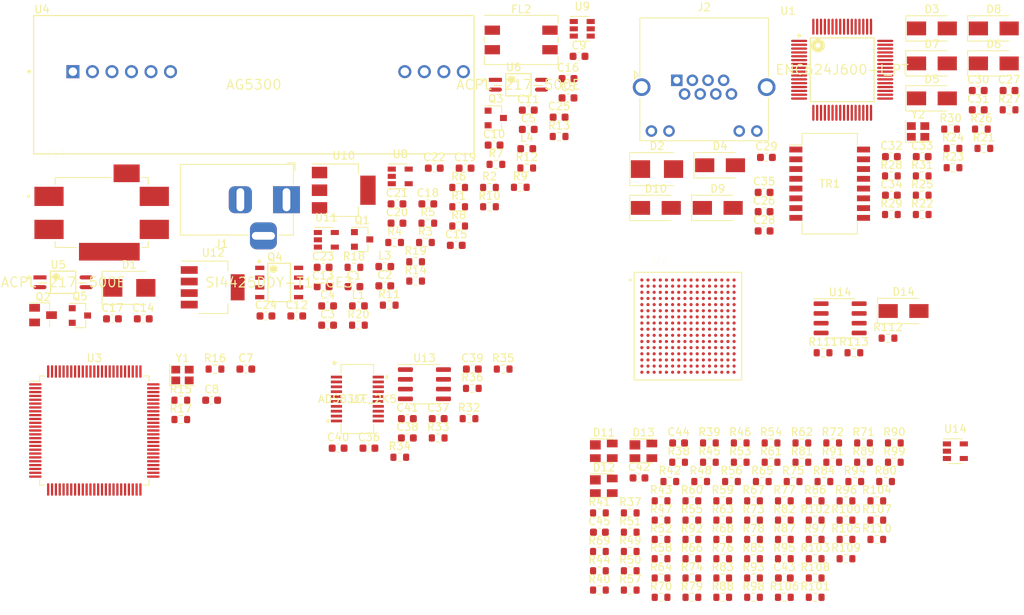
<source format=kicad_pcb>
(kicad_pcb (version 20171130) (host pcbnew 5.1.10-88a1d61d58~88~ubuntu20.04.1)

  (general
    (thickness 1.6)
    (drawings 0)
    (tracks 0)
    (zones 0)
    (modules 202)
    (nets 482)
  )

  (page A4)
  (layers
    (0 F.Cu signal)
    (31 B.Cu signal)
    (32 B.Adhes user)
    (33 F.Adhes user)
    (34 B.Paste user)
    (35 F.Paste user)
    (36 B.SilkS user)
    (37 F.SilkS user)
    (38 B.Mask user)
    (39 F.Mask user)
    (40 Dwgs.User user)
    (41 Cmts.User user)
    (42 Eco1.User user)
    (43 Eco2.User user)
    (44 Edge.Cuts user)
    (45 Margin user)
    (46 B.CrtYd user)
    (47 F.CrtYd user)
    (48 B.Fab user)
    (49 F.Fab user)
  )

  (setup
    (last_trace_width 0.25)
    (trace_clearance 0.2)
    (zone_clearance 0.508)
    (zone_45_only no)
    (trace_min 0.2)
    (via_size 0.8)
    (via_drill 0.4)
    (via_min_size 0.4)
    (via_min_drill 0.3)
    (uvia_size 0.3)
    (uvia_drill 0.1)
    (uvias_allowed no)
    (uvia_min_size 0.2)
    (uvia_min_drill 0.1)
    (edge_width 0.05)
    (segment_width 0.2)
    (pcb_text_width 0.3)
    (pcb_text_size 1.5 1.5)
    (mod_edge_width 0.12)
    (mod_text_size 1 1)
    (mod_text_width 0.15)
    (pad_size 1.524 1.524)
    (pad_drill 0.762)
    (pad_to_mask_clearance 0)
    (aux_axis_origin 0 0)
    (visible_elements FFFFFF7F)
    (pcbplotparams
      (layerselection 0x010fc_ffffffff)
      (usegerberextensions false)
      (usegerberattributes true)
      (usegerberadvancedattributes true)
      (creategerberjobfile true)
      (excludeedgelayer true)
      (linewidth 0.100000)
      (plotframeref false)
      (viasonmask false)
      (mode 1)
      (useauxorigin false)
      (hpglpennumber 1)
      (hpglpenspeed 20)
      (hpglpendiameter 15.000000)
      (psnegative false)
      (psa4output false)
      (plotreference true)
      (plotvalue true)
      (plotinvisibletext false)
      (padsonsilk false)
      (subtractmaskfromsilk false)
      (outputformat 1)
      (mirror false)
      (drillshape 1)
      (scaleselection 1)
      (outputdirectory ""))
  )

  (net 0 "")
  (net 1 "Net-(C1-Pad2)")
  (net 2 "Net-(C1-Pad1)")
  (net 3 "Net-(C2-Pad2)")
  (net 4 GND)
  (net 5 "Net-(C3-Pad1)")
  (net 6 "Net-(C4-Pad1)")
  (net 7 +12V)
  (net 8 "Net-(C7-Pad1)")
  (net 9 "Net-(C8-Pad1)")
  (net 10 +6V)
  (net 11 +3V3)
  (net 12 +3.3VA)
  (net 13 +2V5)
  (net 14 "Net-(C17-Pad2)")
  (net 15 "Net-(C17-Pad1)")
  (net 16 +1V2)
  (net 17 +5VA)
  (net 18 "Net-(C26-Pad1)")
  (net 19 "Net-(C27-Pad1)")
  (net 20 "Net-(C28-Pad2)")
  (net 21 "Net-(C28-Pad1)")
  (net 22 "Net-(C29-Pad2)")
  (net 23 "Net-(C29-Pad1)")
  (net 24 "Net-(C30-Pad1)")
  (net 25 "Net-(C31-Pad1)")
  (net 26 "Net-(C32-Pad1)")
  (net 27 "Net-(C33-Pad2)")
  (net 28 /High_Speed_ADC/ADC_IN)
  (net 29 "Net-(C36-Pad1)")
  (net 30 "Net-(C37-Pad1)")
  (net 31 "Net-(C38-Pad1)")
  (net 32 "Net-(C39-Pad2)")
  (net 33 /Ethernet/POE_VC-)
  (net 34 /Ethernet/POE_VC+)
  (net 35 "Net-(D3-Pad2)")
  (net 36 "Net-(D5-Pad2)")
  (net 37 "Net-(D7-Pad2)")
  (net 38 "Net-(D8-Pad1)")
  (net 39 "Net-(D10-Pad1)")
  (net 40 "Net-(FL1-Pad3)")
  (net 41 "Net-(FL1-Pad1)")
  (net 42 "Net-(J2-Pad12)")
  (net 43 "Net-(J2-Pad10)")
  (net 44 "Net-(J2-Pad6)")
  (net 45 "Net-(J2-Pad2)")
  (net 46 "Net-(J2-Pad3)")
  (net 47 "Net-(J2-Pad1)")
  (net 48 "Net-(Q1-Pad3)")
  (net 49 "Net-(Q2-Pad1)")
  (net 50 "Net-(Q3-Pad3)")
  (net 51 "Net-(Q3-Pad1)")
  (net 52 "Net-(Q4-Pad4)")
  (net 53 "Net-(Q5-Pad1)")
  (net 54 "Net-(R1-Pad2)")
  (net 55 "Net-(R2-Pad1)")
  (net 56 "Net-(R9-Pad2)")
  (net 57 "Net-(R15-Pad1)")
  (net 58 CPU_RESET)
  (net 59 "Net-(R17-Pad1)")
  (net 60 "Net-(R18-Pad1)")
  (net 61 "Net-(R19-Pad1)")
  (net 62 "Net-(R21-Pad1)")
  (net 63 "Net-(R22-Pad2)")
  (net 64 "Net-(R28-Pad1)")
  (net 65 /Ethernet/ENC_INT)
  (net 66 /Ethernet/RJ45_LED_G)
  (net 67 /Ethernet/RJ45_LED_Y)
  (net 68 "Net-(R32-Pad1)")
  (net 69 "Net-(R33-Pad1)")
  (net 70 "Net-(R35-Pad1)")
  (net 71 "Net-(R36-Pad2)")
  (net 72 "Net-(U1-Pad61)")
  (net 73 "Net-(U1-Pad60)")
  (net 74 "Net-(U1-Pad59)")
  (net 75 "Net-(U1-Pad58)")
  (net 76 "Net-(U1-Pad57)")
  (net 77 "Net-(U1-Pad56)")
  (net 78 "Net-(U1-Pad55)")
  (net 79 "Net-(U1-Pad54)")
  (net 80 "Net-(U1-Pad53)")
  (net 81 /Ethernet/ENC_SPI_SCK)
  (net 82 /Ethernet/ENC_SPI_MOSI)
  (net 83 /Ethernet/ENC_SPI_MISO)
  (net 84 /Ethernet/ENC_SPI_CS)
  (net 85 "Net-(U1-Pad48)")
  (net 86 "Net-(U1-Pad45)")
  (net 87 "Net-(U1-Pad44)")
  (net 88 "Net-(U1-Pad43)")
  (net 89 "Net-(U1-Pad42)")
  (net 90 "Net-(U1-Pad41)")
  (net 91 "Net-(U1-Pad40)")
  (net 92 "Net-(U1-Pad39)")
  (net 93 "Net-(U1-Pad38)")
  (net 94 "Net-(U1-Pad37)")
  (net 95 "Net-(U1-Pad36)")
  (net 96 "Net-(U1-Pad35)")
  (net 97 "Net-(U1-Pad33)")
  (net 98 "Net-(U1-Pad20)")
  (net 99 "Net-(U1-Pad19)")
  (net 100 "Net-(U1-Pad13)")
  (net 101 "Net-(U1-Pad12)")
  (net 102 "Net-(U1-Pad11)")
  (net 103 "Net-(U1-Pad10)")
  (net 104 "Net-(U1-Pad9)")
  (net 105 "Net-(U1-Pad8)")
  (net 106 "Net-(U1-Pad7)")
  (net 107 "Net-(U1-Pad6)")
  (net 108 "Net-(U1-Pad5)")
  (net 109 "Net-(U2-PadT16)")
  (net 110 "Net-(U2-PadT15)")
  (net 111 "Net-(U2-PadT14)")
  (net 112 "Net-(U2-PadT13)")
  (net 113 "Net-(U2-PadT11)")
  (net 114 "Net-(U2-PadT10)")
  (net 115 "Net-(U2-PadT9)")
  (net 116 "Net-(U2-PadT8)")
  (net 117 "Net-(U2-PadT7)")
  (net 118 "Net-(U2-PadT6)")
  (net 119 "Net-(U2-PadT5)")
  (net 120 "Net-(U2-PadT3)")
  (net 121 "Net-(U2-PadR16)")
  (net 122 "Net-(U2-PadR10)")
  (net 123 "Net-(U2-PadR9)")
  (net 124 "Net-(U2-PadR6)")
  (net 125 "Net-(U2-PadR5)")
  (net 126 "Net-(U2-PadR4)")
  (net 127 "Net-(U2-PadR3)")
  (net 128 "Net-(U2-PadP10)")
  (net 129 "Net-(U2-PadP9)")
  (net 130 "Net-(U2-PadP8)")
  (net 131 "Net-(U2-PadP7)")
  (net 132 "Net-(U2-PadP6)")
  (net 133 "Net-(U2-PadP5)")
  (net 134 "Net-(U2-PadN16)")
  (net 135 "Net-(U2-PadN12)")
  (net 136 "Net-(U2-PadN10)")
  (net 137 "Net-(U2-PadN9)")
  (net 138 "Net-(U2-PadN7)")
  (net 139 "Net-(U2-PadM16)")
  (net 140 "Net-(U2-PadM15)")
  (net 141 "Net-(U2-PadM14)")
  (net 142 "Net-(U2-PadM12)")
  (net 143 "Net-(U2-PadM11)")
  (net 144 "Net-(U2-PadM9)")
  (net 145 "Net-(U2-PadM8)")
  (net 146 "Net-(U2-PadM7)")
  (net 147 "Net-(U2-PadL16)")
  (net 148 "Net-(U2-PadL14)")
  (net 149 "Net-(U2-PadL13)")
  (net 150 "Net-(U2-PadL12)")
  (net 151 "Net-(U2-PadL11)")
  (net 152 "Net-(U2-PadL10)")
  (net 153 "Net-(U2-PadL9)")
  (net 154 "Net-(U2-PadK16)")
  (net 155 "Net-(U2-PadK15)")
  (net 156 "Net-(U2-PadK14)")
  (net 157 "Net-(U2-PadK13)")
  (net 158 "Net-(U2-PadK12)")
  (net 159 "Net-(U2-PadK9)")
  (net 160 "Net-(U2-PadJ16)")
  (net 161 "Net-(U2-PadJ15)")
  (net 162 "Net-(U2-PadJ14)")
  (net 163 "Net-(U2-PadJ13)")
  (net 164 "Net-(U2-PadJ12)")
  (net 165 "Net-(U2-PadJ11)")
  (net 166 "Net-(U2-PadJ10)")
  (net 167 "Net-(U2-PadH16)")
  (net 168 "Net-(U2-PadH14)")
  (net 169 "Net-(U2-PadH13)")
  (net 170 "Net-(U2-PadH12)")
  (net 171 "Net-(U2-PadH11)")
  (net 172 "Net-(U2-PadH3)")
  (net 173 "Net-(U2-PadG16)")
  (net 174 "Net-(U2-PadG15)")
  (net 175 "Net-(U2-PadG14)")
  (net 176 "Net-(U2-PadG13)")
  (net 177 "Net-(U2-PadG12)")
  (net 178 "Net-(U2-PadG11)")
  (net 179 "Net-(U2-PadG10)")
  (net 180 "Net-(U2-PadF16)")
  (net 181 "Net-(U2-PadF15)")
  (net 182 "Net-(U2-PadF14)")
  (net 183 "Net-(U2-PadF13)")
  (net 184 "Net-(U2-PadF12)")
  (net 185 "Net-(U2-PadF11)")
  (net 186 "Net-(U2-PadF9)")
  (net 187 "Net-(U2-PadF7)")
  (net 188 "Net-(U2-PadF2)")
  (net 189 "Net-(U2-PadE16)")
  (net 190 "Net-(U2-PadE14)")
  (net 191 "Net-(U2-PadE13)")
  (net 192 "Net-(U2-PadE6)")
  (net 193 "Net-(U2-PadE5)")
  (net 194 "Net-(U2-PadE4)")
  (net 195 "Net-(U2-PadD16)")
  (net 196 "Net-(U2-PadD15)")
  (net 197 "Net-(U2-PadD14)")
  (net 198 "Net-(U2-PadD8)")
  (net 199 "Net-(U2-PadD7)")
  (net 200 "Net-(U2-PadD6)")
  (net 201 "Net-(U2-PadD5)")
  (net 202 "Net-(U2-PadD4)")
  (net 203 "Net-(U2-PadD3)")
  (net 204 "Net-(U2-PadC16)")
  (net 205 "Net-(U2-PadC8)")
  (net 206 "Net-(U2-PadC7)")
  (net 207 "Net-(U2-PadC6)")
  (net 208 "Net-(U2-PadC5)")
  (net 209 "Net-(U2-PadC4)")
  (net 210 "Net-(U2-PadC3)")
  (net 211 "Net-(U2-PadB16)")
  (net 212 "Net-(U2-PadB9)")
  (net 213 "Net-(U2-PadB8)")
  (net 214 "Net-(U2-PadB7)")
  (net 215 "Net-(U2-PadB6)")
  (net 216 "Net-(U2-PadB5)")
  (net 217 "Net-(U2-PadB4)")
  (net 218 "Net-(U2-PadB3)")
  (net 219 "Net-(U2-PadB2)")
  (net 220 "Net-(U2-PadA7)")
  (net 221 "Net-(U2-PadA6)")
  (net 222 "Net-(U2-PadA5)")
  (net 223 "Net-(U2-PadA2)")
  (net 224 "Net-(U2-PadA1)")
  (net 225 "Net-(U3-Pad98)")
  (net 226 "Net-(U3-Pad97)")
  (net 227 /MCU/CPU_IIC1_SDA)
  (net 228 /MCU/CPU_IIC1_SCL)
  (net 229 "Net-(U3-Pad93)")
  (net 230 "Net-(U3-Pad92)")
  (net 231 /MCU/CPU_SPI1_MOSI)
  (net 232 /MCU/CPU_SPI1_MISO)
  (net 233 /MCU/CPU_SPI1_SCK)
  (net 234 "Net-(U3-Pad88)")
  (net 235 "Net-(U3-Pad87)")
  (net 236 "Net-(U3-Pad86)")
  (net 237 "Net-(U3-Pad85)")
  (net 238 "Net-(U3-Pad84)")
  (net 239 "Net-(U3-Pad83)")
  (net 240 "Net-(U3-Pad82)")
  (net 241 "Net-(U3-Pad81)")
  (net 242 "Net-(U3-Pad80)")
  (net 243 /MCU/CPU_UART4_RX)
  (net 244 /MCU/CPU_UART4_TX)
  (net 245 /MCU/CPU_SPI1_CS)
  (net 246 /MCU/CPU_SWCLK)
  (net 247 "Net-(U3-Pad73)")
  (net 248 /MCU/CPU_SWDIO)
  (net 249 "Net-(U3-Pad71)")
  (net 250 "Net-(U3-Pad70)")
  (net 251 /MCU/CPU_UART1_RX)
  (net 252 /MCU/CPU_UART1_TX)
  (net 253 "Net-(U3-Pad67)")
  (net 254 "Net-(U3-Pad66)")
  (net 255 "Net-(U3-Pad65)")
  (net 256 "Net-(U3-Pad64)")
  (net 257 "Net-(U3-Pad63)")
  (net 258 "Net-(U3-Pad62)")
  (net 259 "Net-(U3-Pad61)")
  (net 260 "Net-(U3-Pad60)")
  (net 261 "Net-(U3-Pad59)")
  (net 262 "Net-(U3-Pad58)")
  (net 263 "Net-(U3-Pad57)")
  (net 264 "Net-(U3-Pad56)")
  (net 265 "Net-(U3-Pad55)")
  (net 266 /MCU/CPU_SPI2_MOSI)
  (net 267 /MCU/CPU_SPI2_MISO)
  (net 268 /MCU/CPU_SPI2_SCK)
  (net 269 /MCU/CPU_SPI2_CS)
  (net 270 /MCU/CPU_IIC2_SDA)
  (net 271 /MCU/CPU_IIC2_SCL)
  (net 272 "Net-(U3-Pad46)")
  (net 273 "Net-(U3-Pad45)")
  (net 274 "Net-(U3-Pad44)")
  (net 275 "Net-(U3-Pad43)")
  (net 276 "Net-(U3-Pad42)")
  (net 277 "Net-(U3-Pad41)")
  (net 278 "Net-(U3-Pad40)")
  (net 279 "Net-(U3-Pad39)")
  (net 280 "Net-(U3-Pad38)")
  (net 281 "Net-(U3-Pad37)")
  (net 282 "Net-(U3-Pad36)")
  (net 283 "Net-(U3-Pad35)")
  (net 284 /MCU/CPU_ADC7)
  (net 285 /MCU/CPU_ADC6)
  (net 286 /MCU/CPU_ADC5)
  (net 287 /MCU/CPU_ADC4)
  (net 288 /MCU/CPU_DAC1)
  (net 289 /MCU/CPU_DAC0)
  (net 290 /MCU/CPU_ADC3)
  (net 291 /MCU/CPU_ADC2)
  (net 292 /MCU/CPU_ADC1)
  (net 293 /MCU/CPU_ADC0)
  (net 294 "Net-(U3-Pad18)")
  (net 295 "Net-(U3-Pad17)")
  (net 296 "Net-(U3-Pad16)")
  (net 297 "Net-(U3-Pad15)")
  (net 298 "Net-(U3-Pad9)")
  (net 299 "Net-(U3-Pad8)")
  (net 300 "Net-(U3-Pad7)")
  (net 301 "Net-(U3-Pad5)")
  (net 302 "Net-(U3-Pad4)")
  (net 303 "Net-(U3-Pad3)")
  (net 304 "Net-(U3-Pad2)")
  (net 305 "Net-(U3-Pad1)")
  (net 306 "Net-(U4-Pad6)")
  (net 307 "Net-(U4-Pad9)")
  (net 308 "Net-(U4-Pad5)")
  (net 309 "Net-(U4-Pad4)")
  (net 310 "Net-(U4-Pad3)")
  (net 311 /High_Speed_ADC/ADC_CLK)
  (net 312 /High_Speed_ADC/ADC_DATA8)
  (net 313 /High_Speed_ADC/ADC_DATA7)
  (net 314 /High_Speed_ADC/ADC_DATA6)
  (net 315 /High_Speed_ADC/ADC_DATA5)
  (net 316 /High_Speed_ADC/ADC_DATA4)
  (net 317 /High_Speed_ADC/ADC_DATA3)
  (net 318 /High_Speed_ADC/ADC_DATA2)
  (net 319 /High_Speed_ADC/ADC_DATA1)
  (net 320 "Net-(U8-Pad4)")
  (net 321 "Net-(U11-Pad4)")
  (net 322 "Net-(U12-Pad2)")
  (net 323 "Net-(U13-Pad5)")
  (net 324 "Net-(U13-Pad1)")
  (net 325 /FPGA/GNDPLL0)
  (net 326 /FPGA/VCCPLL0)
  (net 327 /FPGA/GNDPLL1)
  (net 328 /FPGA/VCCPLL1)
  (net 329 "Net-(D11-Pad4)")
  (net 330 /FPGA/FPGA_IIC0_SCL)
  (net 331 /FPGA/FPGA_IIC0_SDA)
  (net 332 "Net-(D11-Pad1)")
  (net 333 /FPGA/FPGA_IIC1_SCL)
  (net 334 /FPGA/FPGA_IIC1_SDA)
  (net 335 /FPGA/FPGA_IIC2_SCL)
  (net 336 /FPGA/FPGA_IIC2_SDA)
  (net 337 "Net-(R39-Pad2)")
  (net 338 /FPGA/FPGA_EEM0_1_N)
  (net 339 "Net-(R40-Pad2)")
  (net 340 /FPGA/FPGA_EEM0_1_P)
  (net 341 "Net-(R41-Pad2)")
  (net 342 /FPGA/FPGA_EEM0_2_N)
  (net 343 "Net-(R42-Pad2)")
  (net 344 /FPGA/FPGA_EEM0_2_P)
  (net 345 "Net-(R43-Pad2)")
  (net 346 /FPGA/FPGA_EEM0_3_N)
  (net 347 "Net-(R44-Pad2)")
  (net 348 /FPGA/FPGA_EEM0_3_P)
  (net 349 "Net-(R45-Pad2)")
  (net 350 /FPGA/FPGA_EEM0_4_N)
  (net 351 "Net-(R46-Pad2)")
  (net 352 /FPGA/FPGA_EEM0_4_P)
  (net 353 "Net-(R47-Pad2)")
  (net 354 /FPGA/FPGA_EEM0_5_N)
  (net 355 "Net-(R48-Pad2)")
  (net 356 /FPGA/FPGA_EEM0_5_P)
  (net 357 "Net-(R49-Pad2)")
  (net 358 /FPGA/FPGA_EEM0_6_N)
  (net 359 "Net-(R50-Pad2)")
  (net 360 /FPGA/FPGA_EEM0_6_P)
  (net 361 "Net-(R51-Pad2)")
  (net 362 /FPGA/FPGA_EEM0_7_N)
  (net 363 "Net-(R52-Pad2)")
  (net 364 /FPGA/FPGA_EEM0_7_P)
  (net 365 "Net-(R53-Pad2)")
  (net 366 /FPGA/FPGA_EEM1_1_N)
  (net 367 "Net-(R54-Pad2)")
  (net 368 /FPGA/FPGA_EEM1_1_P)
  (net 369 "Net-(R55-Pad2)")
  (net 370 /FPGA/FPGA_EEM1_2_N)
  (net 371 "Net-(R56-Pad2)")
  (net 372 /FPGA/FPGA_EEM1_2_P)
  (net 373 "Net-(R57-Pad2)")
  (net 374 /FPGA/FPGA_EEM1_3_N)
  (net 375 "Net-(R58-Pad2)")
  (net 376 /FPGA/FPGA_EEM1_3_P)
  (net 377 "Net-(R59-Pad2)")
  (net 378 /FPGA/FPGA_EEM2_0_N)
  (net 379 "Net-(R60-Pad2)")
  (net 380 /FPGA/FPGA_EEM2_0_P)
  (net 381 "Net-(R61-Pad2)")
  (net 382 /FPGA/FPGA_EEM0_0_N)
  (net 383 "Net-(R62-Pad2)")
  (net 384 /FPGA/FPGA_EEM0_0_P)
  (net 385 "Net-(R63-Pad2)")
  (net 386 /FPGA/FPGA_EEM1_4_N)
  (net 387 "Net-(R64-Pad2)")
  (net 388 /FPGA/FPGA_EEM1_4_P)
  (net 389 "Net-(R65-Pad2)")
  (net 390 /FPGA/FPGA_EEM1_5_N)
  (net 391 "Net-(R66-Pad2)")
  (net 392 /FPGA/FPGA_EEM1_5_P)
  (net 393 "Net-(R67-Pad2)")
  (net 394 /FPGA/FPGA_EEM1_6_N)
  (net 395 "Net-(R68-Pad2)")
  (net 396 /FPGA/FPGA_EEM1_6_P)
  (net 397 "Net-(R69-Pad2)")
  (net 398 /FPGA/FPGA_EEM1_7_N)
  (net 399 "Net-(R70-Pad2)")
  (net 400 /FPGA/FPGA_EEM1_7_P)
  (net 401 "Net-(R71-Pad2)")
  (net 402 /FPGA/FPGA_EEM1_0_N)
  (net 403 "Net-(R72-Pad2)")
  (net 404 /FPGA/FPGA_EEM1_0_P)
  (net 405 "Net-(R73-Pad2)")
  (net 406 /FPGA/FPGA_EEM2_1_N)
  (net 407 "Net-(R74-Pad2)")
  (net 408 /FPGA/FPGA_EEM2_1_P)
  (net 409 "Net-(R75-Pad2)")
  (net 410 /FPGA/FPGA_EEM2_2_N)
  (net 411 "Net-(R76-Pad2)")
  (net 412 /FPGA/FPGA_EEM2_2_P)
  (net 413 "Net-(R77-Pad2)")
  (net 414 /FPGA/FPGA_EEM2_3_N)
  (net 415 "Net-(R78-Pad2)")
  (net 416 /FPGA/FPGA_EEM2_3_P)
  (net 417 "Net-(R79-Pad2)")
  (net 418 /FPGA/FPGA_EEM2_4_N)
  (net 419 "Net-(R80-Pad2)")
  (net 420 /FPGA/FPGA_EEM2_4_P)
  (net 421 "Net-(R81-Pad2)")
  (net 422 /FPGA/FPGA_EEM2_5_N)
  (net 423 "Net-(R82-Pad2)")
  (net 424 /FPGA/FPGA_EEM2_5_P)
  (net 425 "Net-(R83-Pad2)")
  (net 426 /FPGA/FPGA_EEM2_6_N)
  (net 427 "Net-(R84-Pad2)")
  (net 428 /FPGA/FPGA_EEM2_6_P)
  (net 429 "Net-(R85-Pad2)")
  (net 430 /FPGA/FPGA_EEM2_7_N)
  (net 431 "Net-(R86-Pad2)")
  (net 432 /FPGA/FPGA_EEM2_7_P)
  (net 433 /FPGA/FPGA_FSMC_A5)
  (net 434 /FPGA/FPGA_FSMC_D2)
  (net 435 /FPGA/FPGA_FSMC_D13)
  (net 436 /FPGA/FPGA_FSMC_A2)
  (net 437 /FPGA/FPGA_VPP_FAST)
  (net 438 /FPGA/FPGA_FSMC_D4)
  (net 439 /FPGA/FPGA_FSMC_D11)
  (net 440 /FPGA/FPGA_FSMC_D14)
  (net 441 /FPGA/FPGA_FSMC_A0)
  (net 442 /FPGA/FPGA_FSMC_A6)
  (net 443 /FPGA/FPGA_FSMC_A4)
  (net 444 /FPGA/FPGA_FSMC_D3)
  (net 445 /FPGA/FPGA_FSMC_D8)
  (net 446 /FPGA/FPGA_FSMC_D12)
  (net 447 /FPGA/FPGA_FSMC_A1)
  (net 448 /FPGA/FPGA_FSMC_A3)
  (net 449 /FPGA/FPGA_FSMC_D1)
  (net 450 /FPGA/FPGA_FSMC_D5)
  (net 451 /FPGA/FPGA_FSMC_D7)
  (net 452 /FPGA/FPGA_FSMC_D6)
  (net 453 /FPGA/FPGA_FSMC_A7)
  (net 454 /FPGA/FPGA_FSMC_D0)
  (net 455 /FPGA/FPGA_FSMC_D10)
  (net 456 /FPGA/FPGA_FSMC_D9)
  (net 457 /FPGA/FPGA_FSMC_D15)
  (net 458 "Net-(U14-Pad5)")
  (net 459 "Net-(U14-Pad4)")
  (net 460 "Net-(U14-Pad3)")
  (net 461 "Net-(U14-Pad2)")
  (net 462 "Net-(U14-Pad1)")
  (net 463 /Power/POE_VC+)
  (net 464 /Power/POE_CPU_RESET)
  (net 465 /Power/POE_VC-)
  (net 466 /Power/POE_AT_EVENT)
  (net 467 /Power/POE_SRC_Status)
  (net 468 /FPGA/FPGA_CDONE)
  (net 469 /FPGA/FPGA_CRESET)
  (net 470 /FPGA/FPGA_SPI_SS)
  (net 471 "Net-(U2-PadT2)")
  (net 472 "Net-(U2-PadT1)")
  (net 473 /FPGA/FPGA_SPI_SCK)
  (net 474 "Net-(U2-PadR2)")
  (net 475 /FPGA/FPGA_CSBSEL1)
  (net 476 /FPGA/FPGA_SPI_SDO)
  (net 477 /FPGA/FPGA_SPI_SDI)
  (net 478 "Net-(U2-PadP4)")
  (net 479 "Net-(U2-PadN6)")
  (net 480 "Net-(U2-PadN5)")
  (net 481 /FPGA/FPGA_CSBSEL0)

  (net_class Default "This is the default net class."
    (clearance 0.2)
    (trace_width 0.25)
    (via_dia 0.8)
    (via_drill 0.4)
    (uvia_dia 0.3)
    (uvia_drill 0.1)
    (add_net +12V)
    (add_net +1V2)
    (add_net +2V5)
    (add_net +3.3VA)
    (add_net +3V3)
    (add_net +5VA)
    (add_net +6V)
    (add_net /Ethernet/ENC_INT)
    (add_net /Ethernet/ENC_SPI_CS)
    (add_net /Ethernet/ENC_SPI_MISO)
    (add_net /Ethernet/ENC_SPI_MOSI)
    (add_net /Ethernet/ENC_SPI_SCK)
    (add_net /Ethernet/POE_VC+)
    (add_net /Ethernet/POE_VC-)
    (add_net /Ethernet/RJ45_LED_G)
    (add_net /Ethernet/RJ45_LED_Y)
    (add_net /FPGA/FPGA_CDONE)
    (add_net /FPGA/FPGA_CRESET)
    (add_net /FPGA/FPGA_CSBSEL0)
    (add_net /FPGA/FPGA_CSBSEL1)
    (add_net /FPGA/FPGA_EEM0_0_N)
    (add_net /FPGA/FPGA_EEM0_0_P)
    (add_net /FPGA/FPGA_EEM0_1_N)
    (add_net /FPGA/FPGA_EEM0_1_P)
    (add_net /FPGA/FPGA_EEM0_2_N)
    (add_net /FPGA/FPGA_EEM0_2_P)
    (add_net /FPGA/FPGA_EEM0_3_N)
    (add_net /FPGA/FPGA_EEM0_3_P)
    (add_net /FPGA/FPGA_EEM0_4_N)
    (add_net /FPGA/FPGA_EEM0_4_P)
    (add_net /FPGA/FPGA_EEM0_5_N)
    (add_net /FPGA/FPGA_EEM0_5_P)
    (add_net /FPGA/FPGA_EEM0_6_N)
    (add_net /FPGA/FPGA_EEM0_6_P)
    (add_net /FPGA/FPGA_EEM0_7_N)
    (add_net /FPGA/FPGA_EEM0_7_P)
    (add_net /FPGA/FPGA_EEM1_0_N)
    (add_net /FPGA/FPGA_EEM1_0_P)
    (add_net /FPGA/FPGA_EEM1_1_N)
    (add_net /FPGA/FPGA_EEM1_1_P)
    (add_net /FPGA/FPGA_EEM1_2_N)
    (add_net /FPGA/FPGA_EEM1_2_P)
    (add_net /FPGA/FPGA_EEM1_3_N)
    (add_net /FPGA/FPGA_EEM1_3_P)
    (add_net /FPGA/FPGA_EEM1_4_N)
    (add_net /FPGA/FPGA_EEM1_4_P)
    (add_net /FPGA/FPGA_EEM1_5_N)
    (add_net /FPGA/FPGA_EEM1_5_P)
    (add_net /FPGA/FPGA_EEM1_6_N)
    (add_net /FPGA/FPGA_EEM1_6_P)
    (add_net /FPGA/FPGA_EEM1_7_N)
    (add_net /FPGA/FPGA_EEM1_7_P)
    (add_net /FPGA/FPGA_EEM2_0_N)
    (add_net /FPGA/FPGA_EEM2_0_P)
    (add_net /FPGA/FPGA_EEM2_1_N)
    (add_net /FPGA/FPGA_EEM2_1_P)
    (add_net /FPGA/FPGA_EEM2_2_N)
    (add_net /FPGA/FPGA_EEM2_2_P)
    (add_net /FPGA/FPGA_EEM2_3_N)
    (add_net /FPGA/FPGA_EEM2_3_P)
    (add_net /FPGA/FPGA_EEM2_4_N)
    (add_net /FPGA/FPGA_EEM2_4_P)
    (add_net /FPGA/FPGA_EEM2_5_N)
    (add_net /FPGA/FPGA_EEM2_5_P)
    (add_net /FPGA/FPGA_EEM2_6_N)
    (add_net /FPGA/FPGA_EEM2_6_P)
    (add_net /FPGA/FPGA_EEM2_7_N)
    (add_net /FPGA/FPGA_EEM2_7_P)
    (add_net /FPGA/FPGA_FSMC_A0)
    (add_net /FPGA/FPGA_FSMC_A1)
    (add_net /FPGA/FPGA_FSMC_A2)
    (add_net /FPGA/FPGA_FSMC_A3)
    (add_net /FPGA/FPGA_FSMC_A4)
    (add_net /FPGA/FPGA_FSMC_A5)
    (add_net /FPGA/FPGA_FSMC_A6)
    (add_net /FPGA/FPGA_FSMC_A7)
    (add_net /FPGA/FPGA_FSMC_D0)
    (add_net /FPGA/FPGA_FSMC_D1)
    (add_net /FPGA/FPGA_FSMC_D10)
    (add_net /FPGA/FPGA_FSMC_D11)
    (add_net /FPGA/FPGA_FSMC_D12)
    (add_net /FPGA/FPGA_FSMC_D13)
    (add_net /FPGA/FPGA_FSMC_D14)
    (add_net /FPGA/FPGA_FSMC_D15)
    (add_net /FPGA/FPGA_FSMC_D2)
    (add_net /FPGA/FPGA_FSMC_D3)
    (add_net /FPGA/FPGA_FSMC_D4)
    (add_net /FPGA/FPGA_FSMC_D5)
    (add_net /FPGA/FPGA_FSMC_D6)
    (add_net /FPGA/FPGA_FSMC_D7)
    (add_net /FPGA/FPGA_FSMC_D8)
    (add_net /FPGA/FPGA_FSMC_D9)
    (add_net /FPGA/FPGA_IIC0_SCL)
    (add_net /FPGA/FPGA_IIC0_SDA)
    (add_net /FPGA/FPGA_IIC1_SCL)
    (add_net /FPGA/FPGA_IIC1_SDA)
    (add_net /FPGA/FPGA_IIC2_SCL)
    (add_net /FPGA/FPGA_IIC2_SDA)
    (add_net /FPGA/FPGA_SPI_SCK)
    (add_net /FPGA/FPGA_SPI_SDI)
    (add_net /FPGA/FPGA_SPI_SDO)
    (add_net /FPGA/FPGA_SPI_SS)
    (add_net /FPGA/FPGA_VPP_FAST)
    (add_net /FPGA/GNDPLL0)
    (add_net /FPGA/GNDPLL1)
    (add_net /FPGA/VCCPLL0)
    (add_net /FPGA/VCCPLL1)
    (add_net /High_Speed_ADC/ADC_CLK)
    (add_net /High_Speed_ADC/ADC_DATA1)
    (add_net /High_Speed_ADC/ADC_DATA2)
    (add_net /High_Speed_ADC/ADC_DATA3)
    (add_net /High_Speed_ADC/ADC_DATA4)
    (add_net /High_Speed_ADC/ADC_DATA5)
    (add_net /High_Speed_ADC/ADC_DATA6)
    (add_net /High_Speed_ADC/ADC_DATA7)
    (add_net /High_Speed_ADC/ADC_DATA8)
    (add_net /High_Speed_ADC/ADC_IN)
    (add_net /MCU/CPU_ADC0)
    (add_net /MCU/CPU_ADC1)
    (add_net /MCU/CPU_ADC2)
    (add_net /MCU/CPU_ADC3)
    (add_net /MCU/CPU_ADC4)
    (add_net /MCU/CPU_ADC5)
    (add_net /MCU/CPU_ADC6)
    (add_net /MCU/CPU_ADC7)
    (add_net /MCU/CPU_DAC0)
    (add_net /MCU/CPU_DAC1)
    (add_net /MCU/CPU_IIC1_SCL)
    (add_net /MCU/CPU_IIC1_SDA)
    (add_net /MCU/CPU_IIC2_SCL)
    (add_net /MCU/CPU_IIC2_SDA)
    (add_net /MCU/CPU_SPI1_CS)
    (add_net /MCU/CPU_SPI1_MISO)
    (add_net /MCU/CPU_SPI1_MOSI)
    (add_net /MCU/CPU_SPI1_SCK)
    (add_net /MCU/CPU_SPI2_CS)
    (add_net /MCU/CPU_SPI2_MISO)
    (add_net /MCU/CPU_SPI2_MOSI)
    (add_net /MCU/CPU_SPI2_SCK)
    (add_net /MCU/CPU_SWCLK)
    (add_net /MCU/CPU_SWDIO)
    (add_net /MCU/CPU_UART1_RX)
    (add_net /MCU/CPU_UART1_TX)
    (add_net /MCU/CPU_UART4_RX)
    (add_net /MCU/CPU_UART4_TX)
    (add_net /Power/POE_AT_EVENT)
    (add_net /Power/POE_CPU_RESET)
    (add_net /Power/POE_SRC_Status)
    (add_net /Power/POE_VC+)
    (add_net /Power/POE_VC-)
    (add_net CPU_RESET)
    (add_net GND)
    (add_net "Net-(C1-Pad1)")
    (add_net "Net-(C1-Pad2)")
    (add_net "Net-(C17-Pad1)")
    (add_net "Net-(C17-Pad2)")
    (add_net "Net-(C2-Pad2)")
    (add_net "Net-(C26-Pad1)")
    (add_net "Net-(C27-Pad1)")
    (add_net "Net-(C28-Pad1)")
    (add_net "Net-(C28-Pad2)")
    (add_net "Net-(C29-Pad1)")
    (add_net "Net-(C29-Pad2)")
    (add_net "Net-(C3-Pad1)")
    (add_net "Net-(C30-Pad1)")
    (add_net "Net-(C31-Pad1)")
    (add_net "Net-(C32-Pad1)")
    (add_net "Net-(C33-Pad2)")
    (add_net "Net-(C36-Pad1)")
    (add_net "Net-(C37-Pad1)")
    (add_net "Net-(C38-Pad1)")
    (add_net "Net-(C39-Pad2)")
    (add_net "Net-(C4-Pad1)")
    (add_net "Net-(C7-Pad1)")
    (add_net "Net-(C8-Pad1)")
    (add_net "Net-(D10-Pad1)")
    (add_net "Net-(D11-Pad1)")
    (add_net "Net-(D11-Pad4)")
    (add_net "Net-(D3-Pad2)")
    (add_net "Net-(D5-Pad2)")
    (add_net "Net-(D7-Pad2)")
    (add_net "Net-(D8-Pad1)")
    (add_net "Net-(FL1-Pad1)")
    (add_net "Net-(FL1-Pad3)")
    (add_net "Net-(J2-Pad1)")
    (add_net "Net-(J2-Pad10)")
    (add_net "Net-(J2-Pad12)")
    (add_net "Net-(J2-Pad2)")
    (add_net "Net-(J2-Pad3)")
    (add_net "Net-(J2-Pad6)")
    (add_net "Net-(Q1-Pad3)")
    (add_net "Net-(Q2-Pad1)")
    (add_net "Net-(Q3-Pad1)")
    (add_net "Net-(Q3-Pad3)")
    (add_net "Net-(Q4-Pad4)")
    (add_net "Net-(Q5-Pad1)")
    (add_net "Net-(R1-Pad2)")
    (add_net "Net-(R15-Pad1)")
    (add_net "Net-(R17-Pad1)")
    (add_net "Net-(R18-Pad1)")
    (add_net "Net-(R19-Pad1)")
    (add_net "Net-(R2-Pad1)")
    (add_net "Net-(R21-Pad1)")
    (add_net "Net-(R22-Pad2)")
    (add_net "Net-(R28-Pad1)")
    (add_net "Net-(R32-Pad1)")
    (add_net "Net-(R33-Pad1)")
    (add_net "Net-(R35-Pad1)")
    (add_net "Net-(R36-Pad2)")
    (add_net "Net-(R39-Pad2)")
    (add_net "Net-(R40-Pad2)")
    (add_net "Net-(R41-Pad2)")
    (add_net "Net-(R42-Pad2)")
    (add_net "Net-(R43-Pad2)")
    (add_net "Net-(R44-Pad2)")
    (add_net "Net-(R45-Pad2)")
    (add_net "Net-(R46-Pad2)")
    (add_net "Net-(R47-Pad2)")
    (add_net "Net-(R48-Pad2)")
    (add_net "Net-(R49-Pad2)")
    (add_net "Net-(R50-Pad2)")
    (add_net "Net-(R51-Pad2)")
    (add_net "Net-(R52-Pad2)")
    (add_net "Net-(R53-Pad2)")
    (add_net "Net-(R54-Pad2)")
    (add_net "Net-(R55-Pad2)")
    (add_net "Net-(R56-Pad2)")
    (add_net "Net-(R57-Pad2)")
    (add_net "Net-(R58-Pad2)")
    (add_net "Net-(R59-Pad2)")
    (add_net "Net-(R60-Pad2)")
    (add_net "Net-(R61-Pad2)")
    (add_net "Net-(R62-Pad2)")
    (add_net "Net-(R63-Pad2)")
    (add_net "Net-(R64-Pad2)")
    (add_net "Net-(R65-Pad2)")
    (add_net "Net-(R66-Pad2)")
    (add_net "Net-(R67-Pad2)")
    (add_net "Net-(R68-Pad2)")
    (add_net "Net-(R69-Pad2)")
    (add_net "Net-(R70-Pad2)")
    (add_net "Net-(R71-Pad2)")
    (add_net "Net-(R72-Pad2)")
    (add_net "Net-(R73-Pad2)")
    (add_net "Net-(R74-Pad2)")
    (add_net "Net-(R75-Pad2)")
    (add_net "Net-(R76-Pad2)")
    (add_net "Net-(R77-Pad2)")
    (add_net "Net-(R78-Pad2)")
    (add_net "Net-(R79-Pad2)")
    (add_net "Net-(R80-Pad2)")
    (add_net "Net-(R81-Pad2)")
    (add_net "Net-(R82-Pad2)")
    (add_net "Net-(R83-Pad2)")
    (add_net "Net-(R84-Pad2)")
    (add_net "Net-(R85-Pad2)")
    (add_net "Net-(R86-Pad2)")
    (add_net "Net-(R9-Pad2)")
    (add_net "Net-(U1-Pad10)")
    (add_net "Net-(U1-Pad11)")
    (add_net "Net-(U1-Pad12)")
    (add_net "Net-(U1-Pad13)")
    (add_net "Net-(U1-Pad19)")
    (add_net "Net-(U1-Pad20)")
    (add_net "Net-(U1-Pad33)")
    (add_net "Net-(U1-Pad35)")
    (add_net "Net-(U1-Pad36)")
    (add_net "Net-(U1-Pad37)")
    (add_net "Net-(U1-Pad38)")
    (add_net "Net-(U1-Pad39)")
    (add_net "Net-(U1-Pad40)")
    (add_net "Net-(U1-Pad41)")
    (add_net "Net-(U1-Pad42)")
    (add_net "Net-(U1-Pad43)")
    (add_net "Net-(U1-Pad44)")
    (add_net "Net-(U1-Pad45)")
    (add_net "Net-(U1-Pad48)")
    (add_net "Net-(U1-Pad5)")
    (add_net "Net-(U1-Pad53)")
    (add_net "Net-(U1-Pad54)")
    (add_net "Net-(U1-Pad55)")
    (add_net "Net-(U1-Pad56)")
    (add_net "Net-(U1-Pad57)")
    (add_net "Net-(U1-Pad58)")
    (add_net "Net-(U1-Pad59)")
    (add_net "Net-(U1-Pad6)")
    (add_net "Net-(U1-Pad60)")
    (add_net "Net-(U1-Pad61)")
    (add_net "Net-(U1-Pad7)")
    (add_net "Net-(U1-Pad8)")
    (add_net "Net-(U1-Pad9)")
    (add_net "Net-(U11-Pad4)")
    (add_net "Net-(U12-Pad2)")
    (add_net "Net-(U13-Pad1)")
    (add_net "Net-(U13-Pad5)")
    (add_net "Net-(U14-Pad1)")
    (add_net "Net-(U14-Pad2)")
    (add_net "Net-(U14-Pad3)")
    (add_net "Net-(U14-Pad4)")
    (add_net "Net-(U14-Pad5)")
    (add_net "Net-(U2-PadA1)")
    (add_net "Net-(U2-PadA2)")
    (add_net "Net-(U2-PadA5)")
    (add_net "Net-(U2-PadA6)")
    (add_net "Net-(U2-PadA7)")
    (add_net "Net-(U2-PadB16)")
    (add_net "Net-(U2-PadB2)")
    (add_net "Net-(U2-PadB3)")
    (add_net "Net-(U2-PadB4)")
    (add_net "Net-(U2-PadB5)")
    (add_net "Net-(U2-PadB6)")
    (add_net "Net-(U2-PadB7)")
    (add_net "Net-(U2-PadB8)")
    (add_net "Net-(U2-PadB9)")
    (add_net "Net-(U2-PadC16)")
    (add_net "Net-(U2-PadC3)")
    (add_net "Net-(U2-PadC4)")
    (add_net "Net-(U2-PadC5)")
    (add_net "Net-(U2-PadC6)")
    (add_net "Net-(U2-PadC7)")
    (add_net "Net-(U2-PadC8)")
    (add_net "Net-(U2-PadD14)")
    (add_net "Net-(U2-PadD15)")
    (add_net "Net-(U2-PadD16)")
    (add_net "Net-(U2-PadD3)")
    (add_net "Net-(U2-PadD4)")
    (add_net "Net-(U2-PadD5)")
    (add_net "Net-(U2-PadD6)")
    (add_net "Net-(U2-PadD7)")
    (add_net "Net-(U2-PadD8)")
    (add_net "Net-(U2-PadE13)")
    (add_net "Net-(U2-PadE14)")
    (add_net "Net-(U2-PadE16)")
    (add_net "Net-(U2-PadE4)")
    (add_net "Net-(U2-PadE5)")
    (add_net "Net-(U2-PadE6)")
    (add_net "Net-(U2-PadF11)")
    (add_net "Net-(U2-PadF12)")
    (add_net "Net-(U2-PadF13)")
    (add_net "Net-(U2-PadF14)")
    (add_net "Net-(U2-PadF15)")
    (add_net "Net-(U2-PadF16)")
    (add_net "Net-(U2-PadF2)")
    (add_net "Net-(U2-PadF7)")
    (add_net "Net-(U2-PadF9)")
    (add_net "Net-(U2-PadG10)")
    (add_net "Net-(U2-PadG11)")
    (add_net "Net-(U2-PadG12)")
    (add_net "Net-(U2-PadG13)")
    (add_net "Net-(U2-PadG14)")
    (add_net "Net-(U2-PadG15)")
    (add_net "Net-(U2-PadG16)")
    (add_net "Net-(U2-PadH11)")
    (add_net "Net-(U2-PadH12)")
    (add_net "Net-(U2-PadH13)")
    (add_net "Net-(U2-PadH14)")
    (add_net "Net-(U2-PadH16)")
    (add_net "Net-(U2-PadH3)")
    (add_net "Net-(U2-PadJ10)")
    (add_net "Net-(U2-PadJ11)")
    (add_net "Net-(U2-PadJ12)")
    (add_net "Net-(U2-PadJ13)")
    (add_net "Net-(U2-PadJ14)")
    (add_net "Net-(U2-PadJ15)")
    (add_net "Net-(U2-PadJ16)")
    (add_net "Net-(U2-PadK12)")
    (add_net "Net-(U2-PadK13)")
    (add_net "Net-(U2-PadK14)")
    (add_net "Net-(U2-PadK15)")
    (add_net "Net-(U2-PadK16)")
    (add_net "Net-(U2-PadK9)")
    (add_net "Net-(U2-PadL10)")
    (add_net "Net-(U2-PadL11)")
    (add_net "Net-(U2-PadL12)")
    (add_net "Net-(U2-PadL13)")
    (add_net "Net-(U2-PadL14)")
    (add_net "Net-(U2-PadL16)")
    (add_net "Net-(U2-PadL9)")
    (add_net "Net-(U2-PadM11)")
    (add_net "Net-(U2-PadM12)")
    (add_net "Net-(U2-PadM14)")
    (add_net "Net-(U2-PadM15)")
    (add_net "Net-(U2-PadM16)")
    (add_net "Net-(U2-PadM7)")
    (add_net "Net-(U2-PadM8)")
    (add_net "Net-(U2-PadM9)")
    (add_net "Net-(U2-PadN10)")
    (add_net "Net-(U2-PadN12)")
    (add_net "Net-(U2-PadN16)")
    (add_net "Net-(U2-PadN5)")
    (add_net "Net-(U2-PadN6)")
    (add_net "Net-(U2-PadN7)")
    (add_net "Net-(U2-PadN9)")
    (add_net "Net-(U2-PadP10)")
    (add_net "Net-(U2-PadP4)")
    (add_net "Net-(U2-PadP5)")
    (add_net "Net-(U2-PadP6)")
    (add_net "Net-(U2-PadP7)")
    (add_net "Net-(U2-PadP8)")
    (add_net "Net-(U2-PadP9)")
    (add_net "Net-(U2-PadR10)")
    (add_net "Net-(U2-PadR16)")
    (add_net "Net-(U2-PadR2)")
    (add_net "Net-(U2-PadR3)")
    (add_net "Net-(U2-PadR4)")
    (add_net "Net-(U2-PadR5)")
    (add_net "Net-(U2-PadR6)")
    (add_net "Net-(U2-PadR9)")
    (add_net "Net-(U2-PadT1)")
    (add_net "Net-(U2-PadT10)")
    (add_net "Net-(U2-PadT11)")
    (add_net "Net-(U2-PadT13)")
    (add_net "Net-(U2-PadT14)")
    (add_net "Net-(U2-PadT15)")
    (add_net "Net-(U2-PadT16)")
    (add_net "Net-(U2-PadT2)")
    (add_net "Net-(U2-PadT3)")
    (add_net "Net-(U2-PadT5)")
    (add_net "Net-(U2-PadT6)")
    (add_net "Net-(U2-PadT7)")
    (add_net "Net-(U2-PadT8)")
    (add_net "Net-(U2-PadT9)")
    (add_net "Net-(U3-Pad1)")
    (add_net "Net-(U3-Pad15)")
    (add_net "Net-(U3-Pad16)")
    (add_net "Net-(U3-Pad17)")
    (add_net "Net-(U3-Pad18)")
    (add_net "Net-(U3-Pad2)")
    (add_net "Net-(U3-Pad3)")
    (add_net "Net-(U3-Pad35)")
    (add_net "Net-(U3-Pad36)")
    (add_net "Net-(U3-Pad37)")
    (add_net "Net-(U3-Pad38)")
    (add_net "Net-(U3-Pad39)")
    (add_net "Net-(U3-Pad4)")
    (add_net "Net-(U3-Pad40)")
    (add_net "Net-(U3-Pad41)")
    (add_net "Net-(U3-Pad42)")
    (add_net "Net-(U3-Pad43)")
    (add_net "Net-(U3-Pad44)")
    (add_net "Net-(U3-Pad45)")
    (add_net "Net-(U3-Pad46)")
    (add_net "Net-(U3-Pad5)")
    (add_net "Net-(U3-Pad55)")
    (add_net "Net-(U3-Pad56)")
    (add_net "Net-(U3-Pad57)")
    (add_net "Net-(U3-Pad58)")
    (add_net "Net-(U3-Pad59)")
    (add_net "Net-(U3-Pad60)")
    (add_net "Net-(U3-Pad61)")
    (add_net "Net-(U3-Pad62)")
    (add_net "Net-(U3-Pad63)")
    (add_net "Net-(U3-Pad64)")
    (add_net "Net-(U3-Pad65)")
    (add_net "Net-(U3-Pad66)")
    (add_net "Net-(U3-Pad67)")
    (add_net "Net-(U3-Pad7)")
    (add_net "Net-(U3-Pad70)")
    (add_net "Net-(U3-Pad71)")
    (add_net "Net-(U3-Pad73)")
    (add_net "Net-(U3-Pad8)")
    (add_net "Net-(U3-Pad80)")
    (add_net "Net-(U3-Pad81)")
    (add_net "Net-(U3-Pad82)")
    (add_net "Net-(U3-Pad83)")
    (add_net "Net-(U3-Pad84)")
    (add_net "Net-(U3-Pad85)")
    (add_net "Net-(U3-Pad86)")
    (add_net "Net-(U3-Pad87)")
    (add_net "Net-(U3-Pad88)")
    (add_net "Net-(U3-Pad9)")
    (add_net "Net-(U3-Pad92)")
    (add_net "Net-(U3-Pad93)")
    (add_net "Net-(U3-Pad97)")
    (add_net "Net-(U3-Pad98)")
    (add_net "Net-(U4-Pad3)")
    (add_net "Net-(U4-Pad4)")
    (add_net "Net-(U4-Pad5)")
    (add_net "Net-(U4-Pad6)")
    (add_net "Net-(U4-Pad9)")
    (add_net "Net-(U8-Pad4)")
  )

  (module Package_SO:SOIC-8_3.9x4.9mm_P1.27mm (layer F.Cu) (tedit 5D9F72B1) (tstamp 60CAB7FE)
    (at 198.252 92.517)
    (descr "SOIC, 8 Pin (JEDEC MS-012AA, https://www.analog.com/media/en/package-pcb-resources/package/pkg_pdf/soic_narrow-r/r_8.pdf), generated with kicad-footprint-generator ipc_gullwing_generator.py")
    (tags "SOIC SO")
    (path /60C0E996/6211163A)
    (attr smd)
    (fp_text reference U14 (at 0 -3.4) (layer F.SilkS)
      (effects (font (size 1 1) (thickness 0.15)))
    )
    (fp_text value AT25SF081-SSHD-X (at 0 3.4) (layer F.Fab)
      (effects (font (size 1 1) (thickness 0.15)))
    )
    (fp_text user %R (at 0 0) (layer F.Fab)
      (effects (font (size 0.98 0.98) (thickness 0.15)))
    )
    (fp_line (start 0 2.56) (end 1.95 2.56) (layer F.SilkS) (width 0.12))
    (fp_line (start 0 2.56) (end -1.95 2.56) (layer F.SilkS) (width 0.12))
    (fp_line (start 0 -2.56) (end 1.95 -2.56) (layer F.SilkS) (width 0.12))
    (fp_line (start 0 -2.56) (end -3.45 -2.56) (layer F.SilkS) (width 0.12))
    (fp_line (start -0.975 -2.45) (end 1.95 -2.45) (layer F.Fab) (width 0.1))
    (fp_line (start 1.95 -2.45) (end 1.95 2.45) (layer F.Fab) (width 0.1))
    (fp_line (start 1.95 2.45) (end -1.95 2.45) (layer F.Fab) (width 0.1))
    (fp_line (start -1.95 2.45) (end -1.95 -1.475) (layer F.Fab) (width 0.1))
    (fp_line (start -1.95 -1.475) (end -0.975 -2.45) (layer F.Fab) (width 0.1))
    (fp_line (start -3.7 -2.7) (end -3.7 2.7) (layer F.CrtYd) (width 0.05))
    (fp_line (start -3.7 2.7) (end 3.7 2.7) (layer F.CrtYd) (width 0.05))
    (fp_line (start 3.7 2.7) (end 3.7 -2.7) (layer F.CrtYd) (width 0.05))
    (fp_line (start 3.7 -2.7) (end -3.7 -2.7) (layer F.CrtYd) (width 0.05))
    (pad 8 smd roundrect (at 2.475 -1.905) (size 1.95 0.6) (layers F.Cu F.Paste F.Mask) (roundrect_rratio 0.25)
      (net 11 +3V3))
    (pad 7 smd roundrect (at 2.475 -0.635) (size 1.95 0.6) (layers F.Cu F.Paste F.Mask) (roundrect_rratio 0.25)
      (net 11 +3V3))
    (pad 6 smd roundrect (at 2.475 0.635) (size 1.95 0.6) (layers F.Cu F.Paste F.Mask) (roundrect_rratio 0.25)
      (net 473 /FPGA/FPGA_SPI_SCK))
    (pad 5 smd roundrect (at 2.475 1.905) (size 1.95 0.6) (layers F.Cu F.Paste F.Mask) (roundrect_rratio 0.25)
      (net 476 /FPGA/FPGA_SPI_SDO))
    (pad 4 smd roundrect (at -2.475 1.905) (size 1.95 0.6) (layers F.Cu F.Paste F.Mask) (roundrect_rratio 0.25)
      (net 4 GND))
    (pad 3 smd roundrect (at -2.475 0.635) (size 1.95 0.6) (layers F.Cu F.Paste F.Mask) (roundrect_rratio 0.25)
      (net 11 +3V3))
    (pad 2 smd roundrect (at -2.475 -0.635) (size 1.95 0.6) (layers F.Cu F.Paste F.Mask) (roundrect_rratio 0.25)
      (net 477 /FPGA/FPGA_SPI_SDI))
    (pad 1 smd roundrect (at -2.475 -1.905) (size 1.95 0.6) (layers F.Cu F.Paste F.Mask) (roundrect_rratio 0.25)
      (net 470 /FPGA/FPGA_SPI_SS))
    (model ${KISYS3DMOD}/Package_SO.3dshapes/SOIC-8_3.9x4.9mm_P1.27mm.wrl
      (at (xyz 0 0 0))
      (scale (xyz 1 1 1))
      (rotate (xyz 0 0 0))
    )
  )

  (module Resistor_SMD:R_0603_1608Metric (layer F.Cu) (tedit 5F68FEEE) (tstamp 60CAB106)
    (at 200.042 96.997)
    (descr "Resistor SMD 0603 (1608 Metric), square (rectangular) end terminal, IPC_7351 nominal, (Body size source: IPC-SM-782 page 72, https://www.pcb-3d.com/wordpress/wp-content/uploads/ipc-sm-782a_amendment_1_and_2.pdf), generated with kicad-footprint-generator")
    (tags resistor)
    (path /60C0E996/62CE70DD)
    (attr smd)
    (fp_text reference R113 (at 0 -1.43) (layer F.SilkS)
      (effects (font (size 1 1) (thickness 0.15)))
    )
    (fp_text value 10k (at 0 1.43) (layer F.Fab)
      (effects (font (size 1 1) (thickness 0.15)))
    )
    (fp_text user %R (at 0 0) (layer F.Fab)
      (effects (font (size 0.4 0.4) (thickness 0.06)))
    )
    (fp_line (start -0.8 0.4125) (end -0.8 -0.4125) (layer F.Fab) (width 0.1))
    (fp_line (start -0.8 -0.4125) (end 0.8 -0.4125) (layer F.Fab) (width 0.1))
    (fp_line (start 0.8 -0.4125) (end 0.8 0.4125) (layer F.Fab) (width 0.1))
    (fp_line (start 0.8 0.4125) (end -0.8 0.4125) (layer F.Fab) (width 0.1))
    (fp_line (start -0.237258 -0.5225) (end 0.237258 -0.5225) (layer F.SilkS) (width 0.12))
    (fp_line (start -0.237258 0.5225) (end 0.237258 0.5225) (layer F.SilkS) (width 0.12))
    (fp_line (start -1.48 0.73) (end -1.48 -0.73) (layer F.CrtYd) (width 0.05))
    (fp_line (start -1.48 -0.73) (end 1.48 -0.73) (layer F.CrtYd) (width 0.05))
    (fp_line (start 1.48 -0.73) (end 1.48 0.73) (layer F.CrtYd) (width 0.05))
    (fp_line (start 1.48 0.73) (end -1.48 0.73) (layer F.CrtYd) (width 0.05))
    (pad 2 smd roundrect (at 0.825 0) (size 0.8 0.95) (layers F.Cu F.Paste F.Mask) (roundrect_rratio 0.25)
      (net 470 /FPGA/FPGA_SPI_SS))
    (pad 1 smd roundrect (at -0.825 0) (size 0.8 0.95) (layers F.Cu F.Paste F.Mask) (roundrect_rratio 0.25)
      (net 11 +3V3))
    (model ${KISYS3DMOD}/Resistor_SMD.3dshapes/R_0603_1608Metric.wrl
      (at (xyz 0 0 0))
      (scale (xyz 1 1 1))
      (rotate (xyz 0 0 0))
    )
  )

  (module Resistor_SMD:R_0603_1608Metric (layer F.Cu) (tedit 5F68FEEE) (tstamp 60CAB0F5)
    (at 204.482 95.097)
    (descr "Resistor SMD 0603 (1608 Metric), square (rectangular) end terminal, IPC_7351 nominal, (Body size source: IPC-SM-782 page 72, https://www.pcb-3d.com/wordpress/wp-content/uploads/ipc-sm-782a_amendment_1_and_2.pdf), generated with kicad-footprint-generator")
    (tags resistor)
    (path /60C0E996/62CBFB4D)
    (attr smd)
    (fp_text reference R112 (at 0 -1.43) (layer F.SilkS)
      (effects (font (size 1 1) (thickness 0.15)))
    )
    (fp_text value 10k (at 0 1.43) (layer F.Fab)
      (effects (font (size 1 1) (thickness 0.15)))
    )
    (fp_text user %R (at 0 0) (layer F.Fab)
      (effects (font (size 0.4 0.4) (thickness 0.06)))
    )
    (fp_line (start -0.8 0.4125) (end -0.8 -0.4125) (layer F.Fab) (width 0.1))
    (fp_line (start -0.8 -0.4125) (end 0.8 -0.4125) (layer F.Fab) (width 0.1))
    (fp_line (start 0.8 -0.4125) (end 0.8 0.4125) (layer F.Fab) (width 0.1))
    (fp_line (start 0.8 0.4125) (end -0.8 0.4125) (layer F.Fab) (width 0.1))
    (fp_line (start -0.237258 -0.5225) (end 0.237258 -0.5225) (layer F.SilkS) (width 0.12))
    (fp_line (start -0.237258 0.5225) (end 0.237258 0.5225) (layer F.SilkS) (width 0.12))
    (fp_line (start -1.48 0.73) (end -1.48 -0.73) (layer F.CrtYd) (width 0.05))
    (fp_line (start -1.48 -0.73) (end 1.48 -0.73) (layer F.CrtYd) (width 0.05))
    (fp_line (start 1.48 -0.73) (end 1.48 0.73) (layer F.CrtYd) (width 0.05))
    (fp_line (start 1.48 0.73) (end -1.48 0.73) (layer F.CrtYd) (width 0.05))
    (pad 2 smd roundrect (at 0.825 0) (size 0.8 0.95) (layers F.Cu F.Paste F.Mask) (roundrect_rratio 0.25)
      (net 469 /FPGA/FPGA_CRESET))
    (pad 1 smd roundrect (at -0.825 0) (size 0.8 0.95) (layers F.Cu F.Paste F.Mask) (roundrect_rratio 0.25)
      (net 11 +3V3))
    (model ${KISYS3DMOD}/Resistor_SMD.3dshapes/R_0603_1608Metric.wrl
      (at (xyz 0 0 0))
      (scale (xyz 1 1 1))
      (rotate (xyz 0 0 0))
    )
  )

  (module Resistor_SMD:R_0603_1608Metric (layer F.Cu) (tedit 5F68FEEE) (tstamp 60CAB0E4)
    (at 196.032 96.997)
    (descr "Resistor SMD 0603 (1608 Metric), square (rectangular) end terminal, IPC_7351 nominal, (Body size source: IPC-SM-782 page 72, https://www.pcb-3d.com/wordpress/wp-content/uploads/ipc-sm-782a_amendment_1_and_2.pdf), generated with kicad-footprint-generator")
    (tags resistor)
    (path /60C0E996/62C9E4F5)
    (attr smd)
    (fp_text reference R111 (at 0 -1.43) (layer F.SilkS)
      (effects (font (size 1 1) (thickness 0.15)))
    )
    (fp_text value 10k (at 0 1.43) (layer F.Fab)
      (effects (font (size 1 1) (thickness 0.15)))
    )
    (fp_text user %R (at 0 0) (layer F.Fab)
      (effects (font (size 0.4 0.4) (thickness 0.06)))
    )
    (fp_line (start -0.8 0.4125) (end -0.8 -0.4125) (layer F.Fab) (width 0.1))
    (fp_line (start -0.8 -0.4125) (end 0.8 -0.4125) (layer F.Fab) (width 0.1))
    (fp_line (start 0.8 -0.4125) (end 0.8 0.4125) (layer F.Fab) (width 0.1))
    (fp_line (start 0.8 0.4125) (end -0.8 0.4125) (layer F.Fab) (width 0.1))
    (fp_line (start -0.237258 -0.5225) (end 0.237258 -0.5225) (layer F.SilkS) (width 0.12))
    (fp_line (start -0.237258 0.5225) (end 0.237258 0.5225) (layer F.SilkS) (width 0.12))
    (fp_line (start -1.48 0.73) (end -1.48 -0.73) (layer F.CrtYd) (width 0.05))
    (fp_line (start -1.48 -0.73) (end 1.48 -0.73) (layer F.CrtYd) (width 0.05))
    (fp_line (start 1.48 -0.73) (end 1.48 0.73) (layer F.CrtYd) (width 0.05))
    (fp_line (start 1.48 0.73) (end -1.48 0.73) (layer F.CrtYd) (width 0.05))
    (pad 2 smd roundrect (at 0.825 0) (size 0.8 0.95) (layers F.Cu F.Paste F.Mask) (roundrect_rratio 0.25)
      (net 468 /FPGA/FPGA_CDONE))
    (pad 1 smd roundrect (at -0.825 0) (size 0.8 0.95) (layers F.Cu F.Paste F.Mask) (roundrect_rratio 0.25)
      (net 11 +3V3))
    (model ${KISYS3DMOD}/Resistor_SMD.3dshapes/R_0603_1608Metric.wrl
      (at (xyz 0 0 0))
      (scale (xyz 1 1 1))
      (rotate (xyz 0 0 0))
    )
  )

  (module Diode_SMD:D_SMA (layer F.Cu) (tedit 586432E5) (tstamp 60CAA0EB)
    (at 206.502 91.567)
    (descr "Diode SMA (DO-214AC)")
    (tags "Diode SMA (DO-214AC)")
    (path /60C0E996/6231DCDB)
    (attr smd)
    (fp_text reference D14 (at 0 -2.5) (layer F.SilkS)
      (effects (font (size 1 1) (thickness 0.15)))
    )
    (fp_text value SS16 (at 0 2.6) (layer F.Fab)
      (effects (font (size 1 1) (thickness 0.15)))
    )
    (fp_text user %R (at 0 -2.5) (layer F.Fab)
      (effects (font (size 1 1) (thickness 0.15)))
    )
    (fp_line (start -3.4 -1.65) (end -3.4 1.65) (layer F.SilkS) (width 0.12))
    (fp_line (start 2.3 1.5) (end -2.3 1.5) (layer F.Fab) (width 0.1))
    (fp_line (start -2.3 1.5) (end -2.3 -1.5) (layer F.Fab) (width 0.1))
    (fp_line (start 2.3 -1.5) (end 2.3 1.5) (layer F.Fab) (width 0.1))
    (fp_line (start 2.3 -1.5) (end -2.3 -1.5) (layer F.Fab) (width 0.1))
    (fp_line (start -3.5 -1.75) (end 3.5 -1.75) (layer F.CrtYd) (width 0.05))
    (fp_line (start 3.5 -1.75) (end 3.5 1.75) (layer F.CrtYd) (width 0.05))
    (fp_line (start 3.5 1.75) (end -3.5 1.75) (layer F.CrtYd) (width 0.05))
    (fp_line (start -3.5 1.75) (end -3.5 -1.75) (layer F.CrtYd) (width 0.05))
    (fp_line (start -0.64944 0.00102) (end -1.55114 0.00102) (layer F.Fab) (width 0.1))
    (fp_line (start 0.50118 0.00102) (end 1.4994 0.00102) (layer F.Fab) (width 0.1))
    (fp_line (start -0.64944 -0.79908) (end -0.64944 0.80112) (layer F.Fab) (width 0.1))
    (fp_line (start 0.50118 0.75032) (end 0.50118 -0.79908) (layer F.Fab) (width 0.1))
    (fp_line (start -0.64944 0.00102) (end 0.50118 0.75032) (layer F.Fab) (width 0.1))
    (fp_line (start -0.64944 0.00102) (end 0.50118 -0.79908) (layer F.Fab) (width 0.1))
    (fp_line (start -3.4 1.65) (end 2 1.65) (layer F.SilkS) (width 0.12))
    (fp_line (start -3.4 -1.65) (end 2 -1.65) (layer F.SilkS) (width 0.12))
    (pad 2 smd rect (at 2 0) (size 2.5 1.8) (layers F.Cu F.Paste F.Mask)
      (net 11 +3V3))
    (pad 1 smd rect (at -2 0) (size 2.5 1.8) (layers F.Cu F.Paste F.Mask)
      (net 329 "Net-(D11-Pad4)"))
    (model ${KISYS3DMOD}/Diode_SMD.3dshapes/D_SMA.wrl
      (at (xyz 0 0 0))
      (scale (xyz 1 1 1))
      (rotate (xyz 0 0 0))
    )
  )

  (module Package_TO_SOT_SMD:SOT-23-5 (layer F.Cu) (tedit 5A02FF57) (tstamp 60C9ED33)
    (at 213.245 109.804)
    (descr "5-pin SOT23 package")
    (tags SOT-23-5)
    (path /60C2FDBB/61083127)
    (attr smd)
    (fp_text reference U14 (at 0 -2.9) (layer F.SilkS)
      (effects (font (size 1 1) (thickness 0.15)))
    )
    (fp_text value 24AA02-OT (at 0 2.9) (layer F.Fab)
      (effects (font (size 1 1) (thickness 0.15)))
    )
    (fp_line (start 0.9 -1.55) (end 0.9 1.55) (layer F.Fab) (width 0.1))
    (fp_line (start 0.9 1.55) (end -0.9 1.55) (layer F.Fab) (width 0.1))
    (fp_line (start -0.9 -0.9) (end -0.9 1.55) (layer F.Fab) (width 0.1))
    (fp_line (start 0.9 -1.55) (end -0.25 -1.55) (layer F.Fab) (width 0.1))
    (fp_line (start -0.9 -0.9) (end -0.25 -1.55) (layer F.Fab) (width 0.1))
    (fp_line (start -1.9 1.8) (end -1.9 -1.8) (layer F.CrtYd) (width 0.05))
    (fp_line (start 1.9 1.8) (end -1.9 1.8) (layer F.CrtYd) (width 0.05))
    (fp_line (start 1.9 -1.8) (end 1.9 1.8) (layer F.CrtYd) (width 0.05))
    (fp_line (start -1.9 -1.8) (end 1.9 -1.8) (layer F.CrtYd) (width 0.05))
    (fp_line (start 0.9 -1.61) (end -1.55 -1.61) (layer F.SilkS) (width 0.12))
    (fp_line (start -0.9 1.61) (end 0.9 1.61) (layer F.SilkS) (width 0.12))
    (fp_text user %R (at 0 0 90) (layer F.Fab)
      (effects (font (size 0.5 0.5) (thickness 0.075)))
    )
    (pad 5 smd rect (at 1.1 -0.95) (size 1.06 0.65) (layers F.Cu F.Paste F.Mask)
      (net 458 "Net-(U14-Pad5)"))
    (pad 4 smd rect (at 1.1 0.95) (size 1.06 0.65) (layers F.Cu F.Paste F.Mask)
      (net 459 "Net-(U14-Pad4)"))
    (pad 3 smd rect (at -1.1 0.95) (size 1.06 0.65) (layers F.Cu F.Paste F.Mask)
      (net 460 "Net-(U14-Pad3)"))
    (pad 2 smd rect (at -1.1 0) (size 1.06 0.65) (layers F.Cu F.Paste F.Mask)
      (net 461 "Net-(U14-Pad2)"))
    (pad 1 smd rect (at -1.1 -0.95) (size 1.06 0.65) (layers F.Cu F.Paste F.Mask)
      (net 462 "Net-(U14-Pad1)"))
    (model ${KISYS3DMOD}/Package_TO_SOT_SMD.3dshapes/SOT-23-5.wrl
      (at (xyz 0 0 0))
      (scale (xyz 1 1 1))
      (rotate (xyz 0 0 0))
    )
  )

  (module Resistor_SMD:R_0603_1608Metric (layer F.Cu) (tedit 5F68FEEE) (tstamp 60C9E640)
    (at 203.025 121.284)
    (descr "Resistor SMD 0603 (1608 Metric), square (rectangular) end terminal, IPC_7351 nominal, (Body size source: IPC-SM-782 page 72, https://www.pcb-3d.com/wordpress/wp-content/uploads/ipc-sm-782a_amendment_1_and_2.pdf), generated with kicad-footprint-generator")
    (tags resistor)
    (path /60C0E996/60DF7DE2)
    (attr smd)
    (fp_text reference R110 (at 0 -1.43) (layer F.SilkS)
      (effects (font (size 1 1) (thickness 0.15)))
    )
    (fp_text value 100/1% (at 0 1.43) (layer F.Fab)
      (effects (font (size 1 1) (thickness 0.15)))
    )
    (fp_line (start 1.48 0.73) (end -1.48 0.73) (layer F.CrtYd) (width 0.05))
    (fp_line (start 1.48 -0.73) (end 1.48 0.73) (layer F.CrtYd) (width 0.05))
    (fp_line (start -1.48 -0.73) (end 1.48 -0.73) (layer F.CrtYd) (width 0.05))
    (fp_line (start -1.48 0.73) (end -1.48 -0.73) (layer F.CrtYd) (width 0.05))
    (fp_line (start -0.237258 0.5225) (end 0.237258 0.5225) (layer F.SilkS) (width 0.12))
    (fp_line (start -0.237258 -0.5225) (end 0.237258 -0.5225) (layer F.SilkS) (width 0.12))
    (fp_line (start 0.8 0.4125) (end -0.8 0.4125) (layer F.Fab) (width 0.1))
    (fp_line (start 0.8 -0.4125) (end 0.8 0.4125) (layer F.Fab) (width 0.1))
    (fp_line (start -0.8 -0.4125) (end 0.8 -0.4125) (layer F.Fab) (width 0.1))
    (fp_line (start -0.8 0.4125) (end -0.8 -0.4125) (layer F.Fab) (width 0.1))
    (fp_text user %R (at 0 0) (layer F.Fab)
      (effects (font (size 0.4 0.4) (thickness 0.06)))
    )
    (pad 2 smd roundrect (at 0.825 0) (size 0.8 0.95) (layers F.Cu F.Paste F.Mask) (roundrect_rratio 0.25)
      (net 430 /FPGA/FPGA_EEM2_7_N))
    (pad 1 smd roundrect (at -0.825 0) (size 0.8 0.95) (layers F.Cu F.Paste F.Mask) (roundrect_rratio 0.25)
      (net 432 /FPGA/FPGA_EEM2_7_P))
    (model ${KISYS3DMOD}/Resistor_SMD.3dshapes/R_0603_1608Metric.wrl
      (at (xyz 0 0 0))
      (scale (xyz 1 1 1))
      (rotate (xyz 0 0 0))
    )
  )

  (module Resistor_SMD:R_0603_1608Metric (layer F.Cu) (tedit 5F68FEEE) (tstamp 60C9E62F)
    (at 199.015 123.794)
    (descr "Resistor SMD 0603 (1608 Metric), square (rectangular) end terminal, IPC_7351 nominal, (Body size source: IPC-SM-782 page 72, https://www.pcb-3d.com/wordpress/wp-content/uploads/ipc-sm-782a_amendment_1_and_2.pdf), generated with kicad-footprint-generator")
    (tags resistor)
    (path /60C0E996/60DF7DFA)
    (attr smd)
    (fp_text reference R109 (at 0 -1.43) (layer F.SilkS)
      (effects (font (size 1 1) (thickness 0.15)))
    )
    (fp_text value 100/1% (at 0 1.43) (layer F.Fab)
      (effects (font (size 1 1) (thickness 0.15)))
    )
    (fp_line (start 1.48 0.73) (end -1.48 0.73) (layer F.CrtYd) (width 0.05))
    (fp_line (start 1.48 -0.73) (end 1.48 0.73) (layer F.CrtYd) (width 0.05))
    (fp_line (start -1.48 -0.73) (end 1.48 -0.73) (layer F.CrtYd) (width 0.05))
    (fp_line (start -1.48 0.73) (end -1.48 -0.73) (layer F.CrtYd) (width 0.05))
    (fp_line (start -0.237258 0.5225) (end 0.237258 0.5225) (layer F.SilkS) (width 0.12))
    (fp_line (start -0.237258 -0.5225) (end 0.237258 -0.5225) (layer F.SilkS) (width 0.12))
    (fp_line (start 0.8 0.4125) (end -0.8 0.4125) (layer F.Fab) (width 0.1))
    (fp_line (start 0.8 -0.4125) (end 0.8 0.4125) (layer F.Fab) (width 0.1))
    (fp_line (start -0.8 -0.4125) (end 0.8 -0.4125) (layer F.Fab) (width 0.1))
    (fp_line (start -0.8 0.4125) (end -0.8 -0.4125) (layer F.Fab) (width 0.1))
    (fp_text user %R (at 0 0) (layer F.Fab)
      (effects (font (size 0.4 0.4) (thickness 0.06)))
    )
    (pad 2 smd roundrect (at 0.825 0) (size 0.8 0.95) (layers F.Cu F.Paste F.Mask) (roundrect_rratio 0.25)
      (net 426 /FPGA/FPGA_EEM2_6_N))
    (pad 1 smd roundrect (at -0.825 0) (size 0.8 0.95) (layers F.Cu F.Paste F.Mask) (roundrect_rratio 0.25)
      (net 428 /FPGA/FPGA_EEM2_6_P))
    (model ${KISYS3DMOD}/Resistor_SMD.3dshapes/R_0603_1608Metric.wrl
      (at (xyz 0 0 0))
      (scale (xyz 1 1 1))
      (rotate (xyz 0 0 0))
    )
  )

  (module Resistor_SMD:R_0603_1608Metric (layer F.Cu) (tedit 5F68FEEE) (tstamp 60C9E61E)
    (at 195.005 126.304)
    (descr "Resistor SMD 0603 (1608 Metric), square (rectangular) end terminal, IPC_7351 nominal, (Body size source: IPC-SM-782 page 72, https://www.pcb-3d.com/wordpress/wp-content/uploads/ipc-sm-782a_amendment_1_and_2.pdf), generated with kicad-footprint-generator")
    (tags resistor)
    (path /60C0E996/60DF7E14)
    (attr smd)
    (fp_text reference R108 (at 0 -1.43) (layer F.SilkS)
      (effects (font (size 1 1) (thickness 0.15)))
    )
    (fp_text value 100/1% (at 0 1.43) (layer F.Fab)
      (effects (font (size 1 1) (thickness 0.15)))
    )
    (fp_line (start 1.48 0.73) (end -1.48 0.73) (layer F.CrtYd) (width 0.05))
    (fp_line (start 1.48 -0.73) (end 1.48 0.73) (layer F.CrtYd) (width 0.05))
    (fp_line (start -1.48 -0.73) (end 1.48 -0.73) (layer F.CrtYd) (width 0.05))
    (fp_line (start -1.48 0.73) (end -1.48 -0.73) (layer F.CrtYd) (width 0.05))
    (fp_line (start -0.237258 0.5225) (end 0.237258 0.5225) (layer F.SilkS) (width 0.12))
    (fp_line (start -0.237258 -0.5225) (end 0.237258 -0.5225) (layer F.SilkS) (width 0.12))
    (fp_line (start 0.8 0.4125) (end -0.8 0.4125) (layer F.Fab) (width 0.1))
    (fp_line (start 0.8 -0.4125) (end 0.8 0.4125) (layer F.Fab) (width 0.1))
    (fp_line (start -0.8 -0.4125) (end 0.8 -0.4125) (layer F.Fab) (width 0.1))
    (fp_line (start -0.8 0.4125) (end -0.8 -0.4125) (layer F.Fab) (width 0.1))
    (fp_text user %R (at 0 0) (layer F.Fab)
      (effects (font (size 0.4 0.4) (thickness 0.06)))
    )
    (pad 2 smd roundrect (at 0.825 0) (size 0.8 0.95) (layers F.Cu F.Paste F.Mask) (roundrect_rratio 0.25)
      (net 422 /FPGA/FPGA_EEM2_5_N))
    (pad 1 smd roundrect (at -0.825 0) (size 0.8 0.95) (layers F.Cu F.Paste F.Mask) (roundrect_rratio 0.25)
      (net 424 /FPGA/FPGA_EEM2_5_P))
    (model ${KISYS3DMOD}/Resistor_SMD.3dshapes/R_0603_1608Metric.wrl
      (at (xyz 0 0 0))
      (scale (xyz 1 1 1))
      (rotate (xyz 0 0 0))
    )
  )

  (module Resistor_SMD:R_0603_1608Metric (layer F.Cu) (tedit 5F68FEEE) (tstamp 60C9E60D)
    (at 203.025 118.774)
    (descr "Resistor SMD 0603 (1608 Metric), square (rectangular) end terminal, IPC_7351 nominal, (Body size source: IPC-SM-782 page 72, https://www.pcb-3d.com/wordpress/wp-content/uploads/ipc-sm-782a_amendment_1_and_2.pdf), generated with kicad-footprint-generator")
    (tags resistor)
    (path /60C0E996/60DF7E2E)
    (attr smd)
    (fp_text reference R107 (at 0 -1.43) (layer F.SilkS)
      (effects (font (size 1 1) (thickness 0.15)))
    )
    (fp_text value 100/1% (at 0 1.43) (layer F.Fab)
      (effects (font (size 1 1) (thickness 0.15)))
    )
    (fp_line (start 1.48 0.73) (end -1.48 0.73) (layer F.CrtYd) (width 0.05))
    (fp_line (start 1.48 -0.73) (end 1.48 0.73) (layer F.CrtYd) (width 0.05))
    (fp_line (start -1.48 -0.73) (end 1.48 -0.73) (layer F.CrtYd) (width 0.05))
    (fp_line (start -1.48 0.73) (end -1.48 -0.73) (layer F.CrtYd) (width 0.05))
    (fp_line (start -0.237258 0.5225) (end 0.237258 0.5225) (layer F.SilkS) (width 0.12))
    (fp_line (start -0.237258 -0.5225) (end 0.237258 -0.5225) (layer F.SilkS) (width 0.12))
    (fp_line (start 0.8 0.4125) (end -0.8 0.4125) (layer F.Fab) (width 0.1))
    (fp_line (start 0.8 -0.4125) (end 0.8 0.4125) (layer F.Fab) (width 0.1))
    (fp_line (start -0.8 -0.4125) (end 0.8 -0.4125) (layer F.Fab) (width 0.1))
    (fp_line (start -0.8 0.4125) (end -0.8 -0.4125) (layer F.Fab) (width 0.1))
    (fp_text user %R (at 0 0) (layer F.Fab)
      (effects (font (size 0.4 0.4) (thickness 0.06)))
    )
    (pad 2 smd roundrect (at 0.825 0) (size 0.8 0.95) (layers F.Cu F.Paste F.Mask) (roundrect_rratio 0.25)
      (net 418 /FPGA/FPGA_EEM2_4_N))
    (pad 1 smd roundrect (at -0.825 0) (size 0.8 0.95) (layers F.Cu F.Paste F.Mask) (roundrect_rratio 0.25)
      (net 420 /FPGA/FPGA_EEM2_4_P))
    (model ${KISYS3DMOD}/Resistor_SMD.3dshapes/R_0603_1608Metric.wrl
      (at (xyz 0 0 0))
      (scale (xyz 1 1 1))
      (rotate (xyz 0 0 0))
    )
  )

  (module Resistor_SMD:R_0603_1608Metric (layer F.Cu) (tedit 5F68FEEE) (tstamp 60C9E5FC)
    (at 190.995 128.814)
    (descr "Resistor SMD 0603 (1608 Metric), square (rectangular) end terminal, IPC_7351 nominal, (Body size source: IPC-SM-782 page 72, https://www.pcb-3d.com/wordpress/wp-content/uploads/ipc-sm-782a_amendment_1_and_2.pdf), generated with kicad-footprint-generator")
    (tags resistor)
    (path /60C0E996/60DF7E4A)
    (attr smd)
    (fp_text reference R106 (at 0 -1.43) (layer F.SilkS)
      (effects (font (size 1 1) (thickness 0.15)))
    )
    (fp_text value 100/1% (at 0 1.43) (layer F.Fab)
      (effects (font (size 1 1) (thickness 0.15)))
    )
    (fp_line (start 1.48 0.73) (end -1.48 0.73) (layer F.CrtYd) (width 0.05))
    (fp_line (start 1.48 -0.73) (end 1.48 0.73) (layer F.CrtYd) (width 0.05))
    (fp_line (start -1.48 -0.73) (end 1.48 -0.73) (layer F.CrtYd) (width 0.05))
    (fp_line (start -1.48 0.73) (end -1.48 -0.73) (layer F.CrtYd) (width 0.05))
    (fp_line (start -0.237258 0.5225) (end 0.237258 0.5225) (layer F.SilkS) (width 0.12))
    (fp_line (start -0.237258 -0.5225) (end 0.237258 -0.5225) (layer F.SilkS) (width 0.12))
    (fp_line (start 0.8 0.4125) (end -0.8 0.4125) (layer F.Fab) (width 0.1))
    (fp_line (start 0.8 -0.4125) (end 0.8 0.4125) (layer F.Fab) (width 0.1))
    (fp_line (start -0.8 -0.4125) (end 0.8 -0.4125) (layer F.Fab) (width 0.1))
    (fp_line (start -0.8 0.4125) (end -0.8 -0.4125) (layer F.Fab) (width 0.1))
    (fp_text user %R (at 0 0) (layer F.Fab)
      (effects (font (size 0.4 0.4) (thickness 0.06)))
    )
    (pad 2 smd roundrect (at 0.825 0) (size 0.8 0.95) (layers F.Cu F.Paste F.Mask) (roundrect_rratio 0.25)
      (net 414 /FPGA/FPGA_EEM2_3_N))
    (pad 1 smd roundrect (at -0.825 0) (size 0.8 0.95) (layers F.Cu F.Paste F.Mask) (roundrect_rratio 0.25)
      (net 416 /FPGA/FPGA_EEM2_3_P))
    (model ${KISYS3DMOD}/Resistor_SMD.3dshapes/R_0603_1608Metric.wrl
      (at (xyz 0 0 0))
      (scale (xyz 1 1 1))
      (rotate (xyz 0 0 0))
    )
  )

  (module Resistor_SMD:R_0603_1608Metric (layer F.Cu) (tedit 5F68FEEE) (tstamp 60C9E5EB)
    (at 199.015 121.284)
    (descr "Resistor SMD 0603 (1608 Metric), square (rectangular) end terminal, IPC_7351 nominal, (Body size source: IPC-SM-782 page 72, https://www.pcb-3d.com/wordpress/wp-content/uploads/ipc-sm-782a_amendment_1_and_2.pdf), generated with kicad-footprint-generator")
    (tags resistor)
    (path /60C0E996/60DF7E62)
    (attr smd)
    (fp_text reference R105 (at 0 -1.43) (layer F.SilkS)
      (effects (font (size 1 1) (thickness 0.15)))
    )
    (fp_text value 100/1% (at 0 1.43) (layer F.Fab)
      (effects (font (size 1 1) (thickness 0.15)))
    )
    (fp_line (start 1.48 0.73) (end -1.48 0.73) (layer F.CrtYd) (width 0.05))
    (fp_line (start 1.48 -0.73) (end 1.48 0.73) (layer F.CrtYd) (width 0.05))
    (fp_line (start -1.48 -0.73) (end 1.48 -0.73) (layer F.CrtYd) (width 0.05))
    (fp_line (start -1.48 0.73) (end -1.48 -0.73) (layer F.CrtYd) (width 0.05))
    (fp_line (start -0.237258 0.5225) (end 0.237258 0.5225) (layer F.SilkS) (width 0.12))
    (fp_line (start -0.237258 -0.5225) (end 0.237258 -0.5225) (layer F.SilkS) (width 0.12))
    (fp_line (start 0.8 0.4125) (end -0.8 0.4125) (layer F.Fab) (width 0.1))
    (fp_line (start 0.8 -0.4125) (end 0.8 0.4125) (layer F.Fab) (width 0.1))
    (fp_line (start -0.8 -0.4125) (end 0.8 -0.4125) (layer F.Fab) (width 0.1))
    (fp_line (start -0.8 0.4125) (end -0.8 -0.4125) (layer F.Fab) (width 0.1))
    (fp_text user %R (at 0 0) (layer F.Fab)
      (effects (font (size 0.4 0.4) (thickness 0.06)))
    )
    (pad 2 smd roundrect (at 0.825 0) (size 0.8 0.95) (layers F.Cu F.Paste F.Mask) (roundrect_rratio 0.25)
      (net 410 /FPGA/FPGA_EEM2_2_N))
    (pad 1 smd roundrect (at -0.825 0) (size 0.8 0.95) (layers F.Cu F.Paste F.Mask) (roundrect_rratio 0.25)
      (net 412 /FPGA/FPGA_EEM2_2_P))
    (model ${KISYS3DMOD}/Resistor_SMD.3dshapes/R_0603_1608Metric.wrl
      (at (xyz 0 0 0))
      (scale (xyz 1 1 1))
      (rotate (xyz 0 0 0))
    )
  )

  (module Resistor_SMD:R_0603_1608Metric (layer F.Cu) (tedit 5F68FEEE) (tstamp 60C9E5DA)
    (at 203.025 116.264)
    (descr "Resistor SMD 0603 (1608 Metric), square (rectangular) end terminal, IPC_7351 nominal, (Body size source: IPC-SM-782 page 72, https://www.pcb-3d.com/wordpress/wp-content/uploads/ipc-sm-782a_amendment_1_and_2.pdf), generated with kicad-footprint-generator")
    (tags resistor)
    (path /60C0E996/60DF7E7C)
    (attr smd)
    (fp_text reference R104 (at 0 -1.43) (layer F.SilkS)
      (effects (font (size 1 1) (thickness 0.15)))
    )
    (fp_text value 100/1% (at 0 1.43) (layer F.Fab)
      (effects (font (size 1 1) (thickness 0.15)))
    )
    (fp_line (start 1.48 0.73) (end -1.48 0.73) (layer F.CrtYd) (width 0.05))
    (fp_line (start 1.48 -0.73) (end 1.48 0.73) (layer F.CrtYd) (width 0.05))
    (fp_line (start -1.48 -0.73) (end 1.48 -0.73) (layer F.CrtYd) (width 0.05))
    (fp_line (start -1.48 0.73) (end -1.48 -0.73) (layer F.CrtYd) (width 0.05))
    (fp_line (start -0.237258 0.5225) (end 0.237258 0.5225) (layer F.SilkS) (width 0.12))
    (fp_line (start -0.237258 -0.5225) (end 0.237258 -0.5225) (layer F.SilkS) (width 0.12))
    (fp_line (start 0.8 0.4125) (end -0.8 0.4125) (layer F.Fab) (width 0.1))
    (fp_line (start 0.8 -0.4125) (end 0.8 0.4125) (layer F.Fab) (width 0.1))
    (fp_line (start -0.8 -0.4125) (end 0.8 -0.4125) (layer F.Fab) (width 0.1))
    (fp_line (start -0.8 0.4125) (end -0.8 -0.4125) (layer F.Fab) (width 0.1))
    (fp_text user %R (at 0 0) (layer F.Fab)
      (effects (font (size 0.4 0.4) (thickness 0.06)))
    )
    (pad 2 smd roundrect (at 0.825 0) (size 0.8 0.95) (layers F.Cu F.Paste F.Mask) (roundrect_rratio 0.25)
      (net 406 /FPGA/FPGA_EEM2_1_N))
    (pad 1 smd roundrect (at -0.825 0) (size 0.8 0.95) (layers F.Cu F.Paste F.Mask) (roundrect_rratio 0.25)
      (net 408 /FPGA/FPGA_EEM2_1_P))
    (model ${KISYS3DMOD}/Resistor_SMD.3dshapes/R_0603_1608Metric.wrl
      (at (xyz 0 0 0))
      (scale (xyz 1 1 1))
      (rotate (xyz 0 0 0))
    )
  )

  (module Resistor_SMD:R_0603_1608Metric (layer F.Cu) (tedit 5F68FEEE) (tstamp 60C9E5C9)
    (at 195.005 123.794)
    (descr "Resistor SMD 0603 (1608 Metric), square (rectangular) end terminal, IPC_7351 nominal, (Body size source: IPC-SM-782 page 72, https://www.pcb-3d.com/wordpress/wp-content/uploads/ipc-sm-782a_amendment_1_and_2.pdf), generated with kicad-footprint-generator")
    (tags resistor)
    (path /60C0E996/60CE4B94)
    (attr smd)
    (fp_text reference R103 (at 0 -1.43) (layer F.SilkS)
      (effects (font (size 1 1) (thickness 0.15)))
    )
    (fp_text value 100/1% (at 0 1.43) (layer F.Fab)
      (effects (font (size 1 1) (thickness 0.15)))
    )
    (fp_line (start 1.48 0.73) (end -1.48 0.73) (layer F.CrtYd) (width 0.05))
    (fp_line (start 1.48 -0.73) (end 1.48 0.73) (layer F.CrtYd) (width 0.05))
    (fp_line (start -1.48 -0.73) (end 1.48 -0.73) (layer F.CrtYd) (width 0.05))
    (fp_line (start -1.48 0.73) (end -1.48 -0.73) (layer F.CrtYd) (width 0.05))
    (fp_line (start -0.237258 0.5225) (end 0.237258 0.5225) (layer F.SilkS) (width 0.12))
    (fp_line (start -0.237258 -0.5225) (end 0.237258 -0.5225) (layer F.SilkS) (width 0.12))
    (fp_line (start 0.8 0.4125) (end -0.8 0.4125) (layer F.Fab) (width 0.1))
    (fp_line (start 0.8 -0.4125) (end 0.8 0.4125) (layer F.Fab) (width 0.1))
    (fp_line (start -0.8 -0.4125) (end 0.8 -0.4125) (layer F.Fab) (width 0.1))
    (fp_line (start -0.8 0.4125) (end -0.8 -0.4125) (layer F.Fab) (width 0.1))
    (fp_text user %R (at 0 0) (layer F.Fab)
      (effects (font (size 0.4 0.4) (thickness 0.06)))
    )
    (pad 2 smd roundrect (at 0.825 0) (size 0.8 0.95) (layers F.Cu F.Paste F.Mask) (roundrect_rratio 0.25)
      (net 402 /FPGA/FPGA_EEM1_0_N))
    (pad 1 smd roundrect (at -0.825 0) (size 0.8 0.95) (layers F.Cu F.Paste F.Mask) (roundrect_rratio 0.25)
      (net 404 /FPGA/FPGA_EEM1_0_P))
    (model ${KISYS3DMOD}/Resistor_SMD.3dshapes/R_0603_1608Metric.wrl
      (at (xyz 0 0 0))
      (scale (xyz 1 1 1))
      (rotate (xyz 0 0 0))
    )
  )

  (module Resistor_SMD:R_0603_1608Metric (layer F.Cu) (tedit 5F68FEEE) (tstamp 60C9E5B8)
    (at 195.005 118.774)
    (descr "Resistor SMD 0603 (1608 Metric), square (rectangular) end terminal, IPC_7351 nominal, (Body size source: IPC-SM-782 page 72, https://www.pcb-3d.com/wordpress/wp-content/uploads/ipc-sm-782a_amendment_1_and_2.pdf), generated with kicad-footprint-generator")
    (tags resistor)
    (path /60C0E996/60CE4BB0)
    (attr smd)
    (fp_text reference R102 (at 0 -1.43) (layer F.SilkS)
      (effects (font (size 1 1) (thickness 0.15)))
    )
    (fp_text value 100/1% (at 0 1.43) (layer F.Fab)
      (effects (font (size 1 1) (thickness 0.15)))
    )
    (fp_line (start 1.48 0.73) (end -1.48 0.73) (layer F.CrtYd) (width 0.05))
    (fp_line (start 1.48 -0.73) (end 1.48 0.73) (layer F.CrtYd) (width 0.05))
    (fp_line (start -1.48 -0.73) (end 1.48 -0.73) (layer F.CrtYd) (width 0.05))
    (fp_line (start -1.48 0.73) (end -1.48 -0.73) (layer F.CrtYd) (width 0.05))
    (fp_line (start -0.237258 0.5225) (end 0.237258 0.5225) (layer F.SilkS) (width 0.12))
    (fp_line (start -0.237258 -0.5225) (end 0.237258 -0.5225) (layer F.SilkS) (width 0.12))
    (fp_line (start 0.8 0.4125) (end -0.8 0.4125) (layer F.Fab) (width 0.1))
    (fp_line (start 0.8 -0.4125) (end 0.8 0.4125) (layer F.Fab) (width 0.1))
    (fp_line (start -0.8 -0.4125) (end 0.8 -0.4125) (layer F.Fab) (width 0.1))
    (fp_line (start -0.8 0.4125) (end -0.8 -0.4125) (layer F.Fab) (width 0.1))
    (fp_text user %R (at 0 0) (layer F.Fab)
      (effects (font (size 0.4 0.4) (thickness 0.06)))
    )
    (pad 2 smd roundrect (at 0.825 0) (size 0.8 0.95) (layers F.Cu F.Paste F.Mask) (roundrect_rratio 0.25)
      (net 398 /FPGA/FPGA_EEM1_7_N))
    (pad 1 smd roundrect (at -0.825 0) (size 0.8 0.95) (layers F.Cu F.Paste F.Mask) (roundrect_rratio 0.25)
      (net 400 /FPGA/FPGA_EEM1_7_P))
    (model ${KISYS3DMOD}/Resistor_SMD.3dshapes/R_0603_1608Metric.wrl
      (at (xyz 0 0 0))
      (scale (xyz 1 1 1))
      (rotate (xyz 0 0 0))
    )
  )

  (module Resistor_SMD:R_0603_1608Metric (layer F.Cu) (tedit 5F68FEEE) (tstamp 60C9E5A7)
    (at 195.005 128.814)
    (descr "Resistor SMD 0603 (1608 Metric), square (rectangular) end terminal, IPC_7351 nominal, (Body size source: IPC-SM-782 page 72, https://www.pcb-3d.com/wordpress/wp-content/uploads/ipc-sm-782a_amendment_1_and_2.pdf), generated with kicad-footprint-generator")
    (tags resistor)
    (path /60C0E996/60CE4BC8)
    (attr smd)
    (fp_text reference R101 (at 0 -1.43) (layer F.SilkS)
      (effects (font (size 1 1) (thickness 0.15)))
    )
    (fp_text value 100/1% (at 0 1.43) (layer F.Fab)
      (effects (font (size 1 1) (thickness 0.15)))
    )
    (fp_line (start 1.48 0.73) (end -1.48 0.73) (layer F.CrtYd) (width 0.05))
    (fp_line (start 1.48 -0.73) (end 1.48 0.73) (layer F.CrtYd) (width 0.05))
    (fp_line (start -1.48 -0.73) (end 1.48 -0.73) (layer F.CrtYd) (width 0.05))
    (fp_line (start -1.48 0.73) (end -1.48 -0.73) (layer F.CrtYd) (width 0.05))
    (fp_line (start -0.237258 0.5225) (end 0.237258 0.5225) (layer F.SilkS) (width 0.12))
    (fp_line (start -0.237258 -0.5225) (end 0.237258 -0.5225) (layer F.SilkS) (width 0.12))
    (fp_line (start 0.8 0.4125) (end -0.8 0.4125) (layer F.Fab) (width 0.1))
    (fp_line (start 0.8 -0.4125) (end 0.8 0.4125) (layer F.Fab) (width 0.1))
    (fp_line (start -0.8 -0.4125) (end 0.8 -0.4125) (layer F.Fab) (width 0.1))
    (fp_line (start -0.8 0.4125) (end -0.8 -0.4125) (layer F.Fab) (width 0.1))
    (fp_text user %R (at 0 0) (layer F.Fab)
      (effects (font (size 0.4 0.4) (thickness 0.06)))
    )
    (pad 2 smd roundrect (at 0.825 0) (size 0.8 0.95) (layers F.Cu F.Paste F.Mask) (roundrect_rratio 0.25)
      (net 394 /FPGA/FPGA_EEM1_6_N))
    (pad 1 smd roundrect (at -0.825 0) (size 0.8 0.95) (layers F.Cu F.Paste F.Mask) (roundrect_rratio 0.25)
      (net 396 /FPGA/FPGA_EEM1_6_P))
    (model ${KISYS3DMOD}/Resistor_SMD.3dshapes/R_0603_1608Metric.wrl
      (at (xyz 0 0 0))
      (scale (xyz 1 1 1))
      (rotate (xyz 0 0 0))
    )
  )

  (module Resistor_SMD:R_0603_1608Metric (layer F.Cu) (tedit 5F68FEEE) (tstamp 60C9E596)
    (at 199.015 118.774)
    (descr "Resistor SMD 0603 (1608 Metric), square (rectangular) end terminal, IPC_7351 nominal, (Body size source: IPC-SM-782 page 72, https://www.pcb-3d.com/wordpress/wp-content/uploads/ipc-sm-782a_amendment_1_and_2.pdf), generated with kicad-footprint-generator")
    (tags resistor)
    (path /60C0E996/60CE4BE2)
    (attr smd)
    (fp_text reference R100 (at 0 -1.43) (layer F.SilkS)
      (effects (font (size 1 1) (thickness 0.15)))
    )
    (fp_text value 100/1% (at 0 1.43) (layer F.Fab)
      (effects (font (size 1 1) (thickness 0.15)))
    )
    (fp_line (start 1.48 0.73) (end -1.48 0.73) (layer F.CrtYd) (width 0.05))
    (fp_line (start 1.48 -0.73) (end 1.48 0.73) (layer F.CrtYd) (width 0.05))
    (fp_line (start -1.48 -0.73) (end 1.48 -0.73) (layer F.CrtYd) (width 0.05))
    (fp_line (start -1.48 0.73) (end -1.48 -0.73) (layer F.CrtYd) (width 0.05))
    (fp_line (start -0.237258 0.5225) (end 0.237258 0.5225) (layer F.SilkS) (width 0.12))
    (fp_line (start -0.237258 -0.5225) (end 0.237258 -0.5225) (layer F.SilkS) (width 0.12))
    (fp_line (start 0.8 0.4125) (end -0.8 0.4125) (layer F.Fab) (width 0.1))
    (fp_line (start 0.8 -0.4125) (end 0.8 0.4125) (layer F.Fab) (width 0.1))
    (fp_line (start -0.8 -0.4125) (end 0.8 -0.4125) (layer F.Fab) (width 0.1))
    (fp_line (start -0.8 0.4125) (end -0.8 -0.4125) (layer F.Fab) (width 0.1))
    (fp_text user %R (at 0 0) (layer F.Fab)
      (effects (font (size 0.4 0.4) (thickness 0.06)))
    )
    (pad 2 smd roundrect (at 0.825 0) (size 0.8 0.95) (layers F.Cu F.Paste F.Mask) (roundrect_rratio 0.25)
      (net 390 /FPGA/FPGA_EEM1_5_N))
    (pad 1 smd roundrect (at -0.825 0) (size 0.8 0.95) (layers F.Cu F.Paste F.Mask) (roundrect_rratio 0.25)
      (net 392 /FPGA/FPGA_EEM1_5_P))
    (model ${KISYS3DMOD}/Resistor_SMD.3dshapes/R_0603_1608Metric.wrl
      (at (xyz 0 0 0))
      (scale (xyz 1 1 1))
      (rotate (xyz 0 0 0))
    )
  )

  (module Resistor_SMD:R_0603_1608Metric (layer F.Cu) (tedit 5F68FEEE) (tstamp 60C9E585)
    (at 205.305 111.244)
    (descr "Resistor SMD 0603 (1608 Metric), square (rectangular) end terminal, IPC_7351 nominal, (Body size source: IPC-SM-782 page 72, https://www.pcb-3d.com/wordpress/wp-content/uploads/ipc-sm-782a_amendment_1_and_2.pdf), generated with kicad-footprint-generator")
    (tags resistor)
    (path /60C0E996/60CE4BFC)
    (attr smd)
    (fp_text reference R99 (at 0 -1.43) (layer F.SilkS)
      (effects (font (size 1 1) (thickness 0.15)))
    )
    (fp_text value 100/1% (at 0 1.43) (layer F.Fab)
      (effects (font (size 1 1) (thickness 0.15)))
    )
    (fp_line (start 1.48 0.73) (end -1.48 0.73) (layer F.CrtYd) (width 0.05))
    (fp_line (start 1.48 -0.73) (end 1.48 0.73) (layer F.CrtYd) (width 0.05))
    (fp_line (start -1.48 -0.73) (end 1.48 -0.73) (layer F.CrtYd) (width 0.05))
    (fp_line (start -1.48 0.73) (end -1.48 -0.73) (layer F.CrtYd) (width 0.05))
    (fp_line (start -0.237258 0.5225) (end 0.237258 0.5225) (layer F.SilkS) (width 0.12))
    (fp_line (start -0.237258 -0.5225) (end 0.237258 -0.5225) (layer F.SilkS) (width 0.12))
    (fp_line (start 0.8 0.4125) (end -0.8 0.4125) (layer F.Fab) (width 0.1))
    (fp_line (start 0.8 -0.4125) (end 0.8 0.4125) (layer F.Fab) (width 0.1))
    (fp_line (start -0.8 -0.4125) (end 0.8 -0.4125) (layer F.Fab) (width 0.1))
    (fp_line (start -0.8 0.4125) (end -0.8 -0.4125) (layer F.Fab) (width 0.1))
    (fp_text user %R (at 0 0) (layer F.Fab)
      (effects (font (size 0.4 0.4) (thickness 0.06)))
    )
    (pad 2 smd roundrect (at 0.825 0) (size 0.8 0.95) (layers F.Cu F.Paste F.Mask) (roundrect_rratio 0.25)
      (net 386 /FPGA/FPGA_EEM1_4_N))
    (pad 1 smd roundrect (at -0.825 0) (size 0.8 0.95) (layers F.Cu F.Paste F.Mask) (roundrect_rratio 0.25)
      (net 388 /FPGA/FPGA_EEM1_4_P))
    (model ${KISYS3DMOD}/Resistor_SMD.3dshapes/R_0603_1608Metric.wrl
      (at (xyz 0 0 0))
      (scale (xyz 1 1 1))
      (rotate (xyz 0 0 0))
    )
  )

  (module Resistor_SMD:R_0603_1608Metric (layer F.Cu) (tedit 5F68FEEE) (tstamp 60C9E574)
    (at 186.985 128.814)
    (descr "Resistor SMD 0603 (1608 Metric), square (rectangular) end terminal, IPC_7351 nominal, (Body size source: IPC-SM-782 page 72, https://www.pcb-3d.com/wordpress/wp-content/uploads/ipc-sm-782a_amendment_1_and_2.pdf), generated with kicad-footprint-generator")
    (tags resistor)
    (path /60C0E996/614E81DA)
    (attr smd)
    (fp_text reference R98 (at 0 -1.43) (layer F.SilkS)
      (effects (font (size 1 1) (thickness 0.15)))
    )
    (fp_text value 100/1% (at 0 1.43) (layer F.Fab)
      (effects (font (size 1 1) (thickness 0.15)))
    )
    (fp_line (start 1.48 0.73) (end -1.48 0.73) (layer F.CrtYd) (width 0.05))
    (fp_line (start 1.48 -0.73) (end 1.48 0.73) (layer F.CrtYd) (width 0.05))
    (fp_line (start -1.48 -0.73) (end 1.48 -0.73) (layer F.CrtYd) (width 0.05))
    (fp_line (start -1.48 0.73) (end -1.48 -0.73) (layer F.CrtYd) (width 0.05))
    (fp_line (start -0.237258 0.5225) (end 0.237258 0.5225) (layer F.SilkS) (width 0.12))
    (fp_line (start -0.237258 -0.5225) (end 0.237258 -0.5225) (layer F.SilkS) (width 0.12))
    (fp_line (start 0.8 0.4125) (end -0.8 0.4125) (layer F.Fab) (width 0.1))
    (fp_line (start 0.8 -0.4125) (end 0.8 0.4125) (layer F.Fab) (width 0.1))
    (fp_line (start -0.8 -0.4125) (end 0.8 -0.4125) (layer F.Fab) (width 0.1))
    (fp_line (start -0.8 0.4125) (end -0.8 -0.4125) (layer F.Fab) (width 0.1))
    (fp_text user %R (at 0 0) (layer F.Fab)
      (effects (font (size 0.4 0.4) (thickness 0.06)))
    )
    (pad 2 smd roundrect (at 0.825 0) (size 0.8 0.95) (layers F.Cu F.Paste F.Mask) (roundrect_rratio 0.25)
      (net 382 /FPGA/FPGA_EEM0_0_N))
    (pad 1 smd roundrect (at -0.825 0) (size 0.8 0.95) (layers F.Cu F.Paste F.Mask) (roundrect_rratio 0.25)
      (net 384 /FPGA/FPGA_EEM0_0_P))
    (model ${KISYS3DMOD}/Resistor_SMD.3dshapes/R_0603_1608Metric.wrl
      (at (xyz 0 0 0))
      (scale (xyz 1 1 1))
      (rotate (xyz 0 0 0))
    )
  )

  (module Resistor_SMD:R_0603_1608Metric (layer F.Cu) (tedit 5F68FEEE) (tstamp 60C9E563)
    (at 195.005 121.284)
    (descr "Resistor SMD 0603 (1608 Metric), square (rectangular) end terminal, IPC_7351 nominal, (Body size source: IPC-SM-782 page 72, https://www.pcb-3d.com/wordpress/wp-content/uploads/ipc-sm-782a_amendment_1_and_2.pdf), generated with kicad-footprint-generator")
    (tags resistor)
    (path /60C0E996/60DF7DC6)
    (attr smd)
    (fp_text reference R97 (at 0 -1.43) (layer F.SilkS)
      (effects (font (size 1 1) (thickness 0.15)))
    )
    (fp_text value 100/1% (at 0 1.43) (layer F.Fab)
      (effects (font (size 1 1) (thickness 0.15)))
    )
    (fp_line (start 1.48 0.73) (end -1.48 0.73) (layer F.CrtYd) (width 0.05))
    (fp_line (start 1.48 -0.73) (end 1.48 0.73) (layer F.CrtYd) (width 0.05))
    (fp_line (start -1.48 -0.73) (end 1.48 -0.73) (layer F.CrtYd) (width 0.05))
    (fp_line (start -1.48 0.73) (end -1.48 -0.73) (layer F.CrtYd) (width 0.05))
    (fp_line (start -0.237258 0.5225) (end 0.237258 0.5225) (layer F.SilkS) (width 0.12))
    (fp_line (start -0.237258 -0.5225) (end 0.237258 -0.5225) (layer F.SilkS) (width 0.12))
    (fp_line (start 0.8 0.4125) (end -0.8 0.4125) (layer F.Fab) (width 0.1))
    (fp_line (start 0.8 -0.4125) (end 0.8 0.4125) (layer F.Fab) (width 0.1))
    (fp_line (start -0.8 -0.4125) (end 0.8 -0.4125) (layer F.Fab) (width 0.1))
    (fp_line (start -0.8 0.4125) (end -0.8 -0.4125) (layer F.Fab) (width 0.1))
    (fp_text user %R (at 0 0) (layer F.Fab)
      (effects (font (size 0.4 0.4) (thickness 0.06)))
    )
    (pad 2 smd roundrect (at 0.825 0) (size 0.8 0.95) (layers F.Cu F.Paste F.Mask) (roundrect_rratio 0.25)
      (net 378 /FPGA/FPGA_EEM2_0_N))
    (pad 1 smd roundrect (at -0.825 0) (size 0.8 0.95) (layers F.Cu F.Paste F.Mask) (roundrect_rratio 0.25)
      (net 380 /FPGA/FPGA_EEM2_0_P))
    (model ${KISYS3DMOD}/Resistor_SMD.3dshapes/R_0603_1608Metric.wrl
      (at (xyz 0 0 0))
      (scale (xyz 1 1 1))
      (rotate (xyz 0 0 0))
    )
  )

  (module Resistor_SMD:R_0603_1608Metric (layer F.Cu) (tedit 5F68FEEE) (tstamp 60C9E552)
    (at 199.015 116.264)
    (descr "Resistor SMD 0603 (1608 Metric), square (rectangular) end terminal, IPC_7351 nominal, (Body size source: IPC-SM-782 page 72, https://www.pcb-3d.com/wordpress/wp-content/uploads/ipc-sm-782a_amendment_1_and_2.pdf), generated with kicad-footprint-generator")
    (tags resistor)
    (path /60C0E996/60CE4C18)
    (attr smd)
    (fp_text reference R96 (at 0 -1.43) (layer F.SilkS)
      (effects (font (size 1 1) (thickness 0.15)))
    )
    (fp_text value 100/1% (at 0 1.43) (layer F.Fab)
      (effects (font (size 1 1) (thickness 0.15)))
    )
    (fp_line (start 1.48 0.73) (end -1.48 0.73) (layer F.CrtYd) (width 0.05))
    (fp_line (start 1.48 -0.73) (end 1.48 0.73) (layer F.CrtYd) (width 0.05))
    (fp_line (start -1.48 -0.73) (end 1.48 -0.73) (layer F.CrtYd) (width 0.05))
    (fp_line (start -1.48 0.73) (end -1.48 -0.73) (layer F.CrtYd) (width 0.05))
    (fp_line (start -0.237258 0.5225) (end 0.237258 0.5225) (layer F.SilkS) (width 0.12))
    (fp_line (start -0.237258 -0.5225) (end 0.237258 -0.5225) (layer F.SilkS) (width 0.12))
    (fp_line (start 0.8 0.4125) (end -0.8 0.4125) (layer F.Fab) (width 0.1))
    (fp_line (start 0.8 -0.4125) (end 0.8 0.4125) (layer F.Fab) (width 0.1))
    (fp_line (start -0.8 -0.4125) (end 0.8 -0.4125) (layer F.Fab) (width 0.1))
    (fp_line (start -0.8 0.4125) (end -0.8 -0.4125) (layer F.Fab) (width 0.1))
    (fp_text user %R (at 0 0) (layer F.Fab)
      (effects (font (size 0.4 0.4) (thickness 0.06)))
    )
    (pad 2 smd roundrect (at 0.825 0) (size 0.8 0.95) (layers F.Cu F.Paste F.Mask) (roundrect_rratio 0.25)
      (net 374 /FPGA/FPGA_EEM1_3_N))
    (pad 1 smd roundrect (at -0.825 0) (size 0.8 0.95) (layers F.Cu F.Paste F.Mask) (roundrect_rratio 0.25)
      (net 376 /FPGA/FPGA_EEM1_3_P))
    (model ${KISYS3DMOD}/Resistor_SMD.3dshapes/R_0603_1608Metric.wrl
      (at (xyz 0 0 0))
      (scale (xyz 1 1 1))
      (rotate (xyz 0 0 0))
    )
  )

  (module Resistor_SMD:R_0603_1608Metric (layer F.Cu) (tedit 5F68FEEE) (tstamp 60C9E541)
    (at 190.995 123.794)
    (descr "Resistor SMD 0603 (1608 Metric), square (rectangular) end terminal, IPC_7351 nominal, (Body size source: IPC-SM-782 page 72, https://www.pcb-3d.com/wordpress/wp-content/uploads/ipc-sm-782a_amendment_1_and_2.pdf), generated with kicad-footprint-generator")
    (tags resistor)
    (path /60C0E996/60CE4C30)
    (attr smd)
    (fp_text reference R95 (at 0 -1.43) (layer F.SilkS)
      (effects (font (size 1 1) (thickness 0.15)))
    )
    (fp_text value 100/1% (at 0 1.43) (layer F.Fab)
      (effects (font (size 1 1) (thickness 0.15)))
    )
    (fp_line (start 1.48 0.73) (end -1.48 0.73) (layer F.CrtYd) (width 0.05))
    (fp_line (start 1.48 -0.73) (end 1.48 0.73) (layer F.CrtYd) (width 0.05))
    (fp_line (start -1.48 -0.73) (end 1.48 -0.73) (layer F.CrtYd) (width 0.05))
    (fp_line (start -1.48 0.73) (end -1.48 -0.73) (layer F.CrtYd) (width 0.05))
    (fp_line (start -0.237258 0.5225) (end 0.237258 0.5225) (layer F.SilkS) (width 0.12))
    (fp_line (start -0.237258 -0.5225) (end 0.237258 -0.5225) (layer F.SilkS) (width 0.12))
    (fp_line (start 0.8 0.4125) (end -0.8 0.4125) (layer F.Fab) (width 0.1))
    (fp_line (start 0.8 -0.4125) (end 0.8 0.4125) (layer F.Fab) (width 0.1))
    (fp_line (start -0.8 -0.4125) (end 0.8 -0.4125) (layer F.Fab) (width 0.1))
    (fp_line (start -0.8 0.4125) (end -0.8 -0.4125) (layer F.Fab) (width 0.1))
    (fp_text user %R (at 0 0) (layer F.Fab)
      (effects (font (size 0.4 0.4) (thickness 0.06)))
    )
    (pad 2 smd roundrect (at 0.825 0) (size 0.8 0.95) (layers F.Cu F.Paste F.Mask) (roundrect_rratio 0.25)
      (net 370 /FPGA/FPGA_EEM1_2_N))
    (pad 1 smd roundrect (at -0.825 0) (size 0.8 0.95) (layers F.Cu F.Paste F.Mask) (roundrect_rratio 0.25)
      (net 372 /FPGA/FPGA_EEM1_2_P))
    (model ${KISYS3DMOD}/Resistor_SMD.3dshapes/R_0603_1608Metric.wrl
      (at (xyz 0 0 0))
      (scale (xyz 1 1 1))
      (rotate (xyz 0 0 0))
    )
  )

  (module Resistor_SMD:R_0603_1608Metric (layer F.Cu) (tedit 5F68FEEE) (tstamp 60C9E530)
    (at 200.155 113.754)
    (descr "Resistor SMD 0603 (1608 Metric), square (rectangular) end terminal, IPC_7351 nominal, (Body size source: IPC-SM-782 page 72, https://www.pcb-3d.com/wordpress/wp-content/uploads/ipc-sm-782a_amendment_1_and_2.pdf), generated with kicad-footprint-generator")
    (tags resistor)
    (path /60C0E996/60CE4C4A)
    (attr smd)
    (fp_text reference R94 (at 0 -1.43) (layer F.SilkS)
      (effects (font (size 1 1) (thickness 0.15)))
    )
    (fp_text value 100/1% (at 0 1.43) (layer F.Fab)
      (effects (font (size 1 1) (thickness 0.15)))
    )
    (fp_line (start 1.48 0.73) (end -1.48 0.73) (layer F.CrtYd) (width 0.05))
    (fp_line (start 1.48 -0.73) (end 1.48 0.73) (layer F.CrtYd) (width 0.05))
    (fp_line (start -1.48 -0.73) (end 1.48 -0.73) (layer F.CrtYd) (width 0.05))
    (fp_line (start -1.48 0.73) (end -1.48 -0.73) (layer F.CrtYd) (width 0.05))
    (fp_line (start -0.237258 0.5225) (end 0.237258 0.5225) (layer F.SilkS) (width 0.12))
    (fp_line (start -0.237258 -0.5225) (end 0.237258 -0.5225) (layer F.SilkS) (width 0.12))
    (fp_line (start 0.8 0.4125) (end -0.8 0.4125) (layer F.Fab) (width 0.1))
    (fp_line (start 0.8 -0.4125) (end 0.8 0.4125) (layer F.Fab) (width 0.1))
    (fp_line (start -0.8 -0.4125) (end 0.8 -0.4125) (layer F.Fab) (width 0.1))
    (fp_line (start -0.8 0.4125) (end -0.8 -0.4125) (layer F.Fab) (width 0.1))
    (fp_text user %R (at 0 0) (layer F.Fab)
      (effects (font (size 0.4 0.4) (thickness 0.06)))
    )
    (pad 2 smd roundrect (at 0.825 0) (size 0.8 0.95) (layers F.Cu F.Paste F.Mask) (roundrect_rratio 0.25)
      (net 366 /FPGA/FPGA_EEM1_1_N))
    (pad 1 smd roundrect (at -0.825 0) (size 0.8 0.95) (layers F.Cu F.Paste F.Mask) (roundrect_rratio 0.25)
      (net 368 /FPGA/FPGA_EEM1_1_P))
    (model ${KISYS3DMOD}/Resistor_SMD.3dshapes/R_0603_1608Metric.wrl
      (at (xyz 0 0 0))
      (scale (xyz 1 1 1))
      (rotate (xyz 0 0 0))
    )
  )

  (module Resistor_SMD:R_0603_1608Metric (layer F.Cu) (tedit 5F68FEEE) (tstamp 60C9E51F)
    (at 186.985 126.304)
    (descr "Resistor SMD 0603 (1608 Metric), square (rectangular) end terminal, IPC_7351 nominal, (Body size source: IPC-SM-782 page 72, https://www.pcb-3d.com/wordpress/wp-content/uploads/ipc-sm-782a_amendment_1_and_2.pdf), generated with kicad-footprint-generator")
    (tags resistor)
    (path /60C0E996/614E81BE)
    (attr smd)
    (fp_text reference R93 (at 0 -1.43) (layer F.SilkS)
      (effects (font (size 1 1) (thickness 0.15)))
    )
    (fp_text value 100/1% (at 0 1.43) (layer F.Fab)
      (effects (font (size 1 1) (thickness 0.15)))
    )
    (fp_line (start 1.48 0.73) (end -1.48 0.73) (layer F.CrtYd) (width 0.05))
    (fp_line (start 1.48 -0.73) (end 1.48 0.73) (layer F.CrtYd) (width 0.05))
    (fp_line (start -1.48 -0.73) (end 1.48 -0.73) (layer F.CrtYd) (width 0.05))
    (fp_line (start -1.48 0.73) (end -1.48 -0.73) (layer F.CrtYd) (width 0.05))
    (fp_line (start -0.237258 0.5225) (end 0.237258 0.5225) (layer F.SilkS) (width 0.12))
    (fp_line (start -0.237258 -0.5225) (end 0.237258 -0.5225) (layer F.SilkS) (width 0.12))
    (fp_line (start 0.8 0.4125) (end -0.8 0.4125) (layer F.Fab) (width 0.1))
    (fp_line (start 0.8 -0.4125) (end 0.8 0.4125) (layer F.Fab) (width 0.1))
    (fp_line (start -0.8 -0.4125) (end 0.8 -0.4125) (layer F.Fab) (width 0.1))
    (fp_line (start -0.8 0.4125) (end -0.8 -0.4125) (layer F.Fab) (width 0.1))
    (fp_text user %R (at 0 0) (layer F.Fab)
      (effects (font (size 0.4 0.4) (thickness 0.06)))
    )
    (pad 2 smd roundrect (at 0.825 0) (size 0.8 0.95) (layers F.Cu F.Paste F.Mask) (roundrect_rratio 0.25)
      (net 362 /FPGA/FPGA_EEM0_7_N))
    (pad 1 smd roundrect (at -0.825 0) (size 0.8 0.95) (layers F.Cu F.Paste F.Mask) (roundrect_rratio 0.25)
      (net 364 /FPGA/FPGA_EEM0_7_P))
    (model ${KISYS3DMOD}/Resistor_SMD.3dshapes/R_0603_1608Metric.wrl
      (at (xyz 0 0 0))
      (scale (xyz 1 1 1))
      (rotate (xyz 0 0 0))
    )
  )

  (module Resistor_SMD:R_0603_1608Metric (layer F.Cu) (tedit 5F68FEEE) (tstamp 60C9E50E)
    (at 178.965 121.284)
    (descr "Resistor SMD 0603 (1608 Metric), square (rectangular) end terminal, IPC_7351 nominal, (Body size source: IPC-SM-782 page 72, https://www.pcb-3d.com/wordpress/wp-content/uploads/ipc-sm-782a_amendment_1_and_2.pdf), generated with kicad-footprint-generator")
    (tags resistor)
    (path /60C0E996/614E81A6)
    (attr smd)
    (fp_text reference R92 (at 0 -1.43) (layer F.SilkS)
      (effects (font (size 1 1) (thickness 0.15)))
    )
    (fp_text value 100/1% (at 0 1.43) (layer F.Fab)
      (effects (font (size 1 1) (thickness 0.15)))
    )
    (fp_line (start 1.48 0.73) (end -1.48 0.73) (layer F.CrtYd) (width 0.05))
    (fp_line (start 1.48 -0.73) (end 1.48 0.73) (layer F.CrtYd) (width 0.05))
    (fp_line (start -1.48 -0.73) (end 1.48 -0.73) (layer F.CrtYd) (width 0.05))
    (fp_line (start -1.48 0.73) (end -1.48 -0.73) (layer F.CrtYd) (width 0.05))
    (fp_line (start -0.237258 0.5225) (end 0.237258 0.5225) (layer F.SilkS) (width 0.12))
    (fp_line (start -0.237258 -0.5225) (end 0.237258 -0.5225) (layer F.SilkS) (width 0.12))
    (fp_line (start 0.8 0.4125) (end -0.8 0.4125) (layer F.Fab) (width 0.1))
    (fp_line (start 0.8 -0.4125) (end 0.8 0.4125) (layer F.Fab) (width 0.1))
    (fp_line (start -0.8 -0.4125) (end 0.8 -0.4125) (layer F.Fab) (width 0.1))
    (fp_line (start -0.8 0.4125) (end -0.8 -0.4125) (layer F.Fab) (width 0.1))
    (fp_text user %R (at 0 0) (layer F.Fab)
      (effects (font (size 0.4 0.4) (thickness 0.06)))
    )
    (pad 2 smd roundrect (at 0.825 0) (size 0.8 0.95) (layers F.Cu F.Paste F.Mask) (roundrect_rratio 0.25)
      (net 358 /FPGA/FPGA_EEM0_6_N))
    (pad 1 smd roundrect (at -0.825 0) (size 0.8 0.95) (layers F.Cu F.Paste F.Mask) (roundrect_rratio 0.25)
      (net 360 /FPGA/FPGA_EEM0_6_P))
    (model ${KISYS3DMOD}/Resistor_SMD.3dshapes/R_0603_1608Metric.wrl
      (at (xyz 0 0 0))
      (scale (xyz 1 1 1))
      (rotate (xyz 0 0 0))
    )
  )

  (module Resistor_SMD:R_0603_1608Metric (layer F.Cu) (tedit 5F68FEEE) (tstamp 60C9E4FD)
    (at 197.285 111.244)
    (descr "Resistor SMD 0603 (1608 Metric), square (rectangular) end terminal, IPC_7351 nominal, (Body size source: IPC-SM-782 page 72, https://www.pcb-3d.com/wordpress/wp-content/uploads/ipc-sm-782a_amendment_1_and_2.pdf), generated with kicad-footprint-generator")
    (tags resistor)
    (path /60C0E996/614E818C)
    (attr smd)
    (fp_text reference R91 (at 0 -1.43) (layer F.SilkS)
      (effects (font (size 1 1) (thickness 0.15)))
    )
    (fp_text value 100/1% (at 0 1.43) (layer F.Fab)
      (effects (font (size 1 1) (thickness 0.15)))
    )
    (fp_line (start 1.48 0.73) (end -1.48 0.73) (layer F.CrtYd) (width 0.05))
    (fp_line (start 1.48 -0.73) (end 1.48 0.73) (layer F.CrtYd) (width 0.05))
    (fp_line (start -1.48 -0.73) (end 1.48 -0.73) (layer F.CrtYd) (width 0.05))
    (fp_line (start -1.48 0.73) (end -1.48 -0.73) (layer F.CrtYd) (width 0.05))
    (fp_line (start -0.237258 0.5225) (end 0.237258 0.5225) (layer F.SilkS) (width 0.12))
    (fp_line (start -0.237258 -0.5225) (end 0.237258 -0.5225) (layer F.SilkS) (width 0.12))
    (fp_line (start 0.8 0.4125) (end -0.8 0.4125) (layer F.Fab) (width 0.1))
    (fp_line (start 0.8 -0.4125) (end 0.8 0.4125) (layer F.Fab) (width 0.1))
    (fp_line (start -0.8 -0.4125) (end 0.8 -0.4125) (layer F.Fab) (width 0.1))
    (fp_line (start -0.8 0.4125) (end -0.8 -0.4125) (layer F.Fab) (width 0.1))
    (fp_text user %R (at 0 0) (layer F.Fab)
      (effects (font (size 0.4 0.4) (thickness 0.06)))
    )
    (pad 2 smd roundrect (at 0.825 0) (size 0.8 0.95) (layers F.Cu F.Paste F.Mask) (roundrect_rratio 0.25)
      (net 354 /FPGA/FPGA_EEM0_5_N))
    (pad 1 smd roundrect (at -0.825 0) (size 0.8 0.95) (layers F.Cu F.Paste F.Mask) (roundrect_rratio 0.25)
      (net 356 /FPGA/FPGA_EEM0_5_P))
    (model ${KISYS3DMOD}/Resistor_SMD.3dshapes/R_0603_1608Metric.wrl
      (at (xyz 0 0 0))
      (scale (xyz 1 1 1))
      (rotate (xyz 0 0 0))
    )
  )

  (module Resistor_SMD:R_0603_1608Metric (layer F.Cu) (tedit 5F68FEEE) (tstamp 60C9E4EC)
    (at 205.305 108.734)
    (descr "Resistor SMD 0603 (1608 Metric), square (rectangular) end terminal, IPC_7351 nominal, (Body size source: IPC-SM-782 page 72, https://www.pcb-3d.com/wordpress/wp-content/uploads/ipc-sm-782a_amendment_1_and_2.pdf), generated with kicad-footprint-generator")
    (tags resistor)
    (path /60C0E996/614C2790)
    (attr smd)
    (fp_text reference R90 (at 0 -1.43) (layer F.SilkS)
      (effects (font (size 1 1) (thickness 0.15)))
    )
    (fp_text value 100/1% (at 0 1.43) (layer F.Fab)
      (effects (font (size 1 1) (thickness 0.15)))
    )
    (fp_line (start 1.48 0.73) (end -1.48 0.73) (layer F.CrtYd) (width 0.05))
    (fp_line (start 1.48 -0.73) (end 1.48 0.73) (layer F.CrtYd) (width 0.05))
    (fp_line (start -1.48 -0.73) (end 1.48 -0.73) (layer F.CrtYd) (width 0.05))
    (fp_line (start -1.48 0.73) (end -1.48 -0.73) (layer F.CrtYd) (width 0.05))
    (fp_line (start -0.237258 0.5225) (end 0.237258 0.5225) (layer F.SilkS) (width 0.12))
    (fp_line (start -0.237258 -0.5225) (end 0.237258 -0.5225) (layer F.SilkS) (width 0.12))
    (fp_line (start 0.8 0.4125) (end -0.8 0.4125) (layer F.Fab) (width 0.1))
    (fp_line (start 0.8 -0.4125) (end 0.8 0.4125) (layer F.Fab) (width 0.1))
    (fp_line (start -0.8 -0.4125) (end 0.8 -0.4125) (layer F.Fab) (width 0.1))
    (fp_line (start -0.8 0.4125) (end -0.8 -0.4125) (layer F.Fab) (width 0.1))
    (fp_text user %R (at 0 0) (layer F.Fab)
      (effects (font (size 0.4 0.4) (thickness 0.06)))
    )
    (pad 2 smd roundrect (at 0.825 0) (size 0.8 0.95) (layers F.Cu F.Paste F.Mask) (roundrect_rratio 0.25)
      (net 350 /FPGA/FPGA_EEM0_4_N))
    (pad 1 smd roundrect (at -0.825 0) (size 0.8 0.95) (layers F.Cu F.Paste F.Mask) (roundrect_rratio 0.25)
      (net 352 /FPGA/FPGA_EEM0_4_P))
    (model ${KISYS3DMOD}/Resistor_SMD.3dshapes/R_0603_1608Metric.wrl
      (at (xyz 0 0 0))
      (scale (xyz 1 1 1))
      (rotate (xyz 0 0 0))
    )
  )

  (module Resistor_SMD:R_0603_1608Metric (layer F.Cu) (tedit 5F68FEEE) (tstamp 60C9E4DB)
    (at 201.295 111.244)
    (descr "Resistor SMD 0603 (1608 Metric), square (rectangular) end terminal, IPC_7351 nominal, (Body size source: IPC-SM-782 page 72, https://www.pcb-3d.com/wordpress/wp-content/uploads/ipc-sm-782a_amendment_1_and_2.pdf), generated with kicad-footprint-generator")
    (tags resistor)
    (path /60C0E996/6145E7AF)
    (attr smd)
    (fp_text reference R89 (at 0 -1.43) (layer F.SilkS)
      (effects (font (size 1 1) (thickness 0.15)))
    )
    (fp_text value 100/1% (at 0 1.43) (layer F.Fab)
      (effects (font (size 1 1) (thickness 0.15)))
    )
    (fp_line (start 1.48 0.73) (end -1.48 0.73) (layer F.CrtYd) (width 0.05))
    (fp_line (start 1.48 -0.73) (end 1.48 0.73) (layer F.CrtYd) (width 0.05))
    (fp_line (start -1.48 -0.73) (end 1.48 -0.73) (layer F.CrtYd) (width 0.05))
    (fp_line (start -1.48 0.73) (end -1.48 -0.73) (layer F.CrtYd) (width 0.05))
    (fp_line (start -0.237258 0.5225) (end 0.237258 0.5225) (layer F.SilkS) (width 0.12))
    (fp_line (start -0.237258 -0.5225) (end 0.237258 -0.5225) (layer F.SilkS) (width 0.12))
    (fp_line (start 0.8 0.4125) (end -0.8 0.4125) (layer F.Fab) (width 0.1))
    (fp_line (start 0.8 -0.4125) (end 0.8 0.4125) (layer F.Fab) (width 0.1))
    (fp_line (start -0.8 -0.4125) (end 0.8 -0.4125) (layer F.Fab) (width 0.1))
    (fp_line (start -0.8 0.4125) (end -0.8 -0.4125) (layer F.Fab) (width 0.1))
    (fp_text user %R (at 0 0) (layer F.Fab)
      (effects (font (size 0.4 0.4) (thickness 0.06)))
    )
    (pad 2 smd roundrect (at 0.825 0) (size 0.8 0.95) (layers F.Cu F.Paste F.Mask) (roundrect_rratio 0.25)
      (net 346 /FPGA/FPGA_EEM0_3_N))
    (pad 1 smd roundrect (at -0.825 0) (size 0.8 0.95) (layers F.Cu F.Paste F.Mask) (roundrect_rratio 0.25)
      (net 348 /FPGA/FPGA_EEM0_3_P))
    (model ${KISYS3DMOD}/Resistor_SMD.3dshapes/R_0603_1608Metric.wrl
      (at (xyz 0 0 0))
      (scale (xyz 1 1 1))
      (rotate (xyz 0 0 0))
    )
  )

  (module Resistor_SMD:R_0603_1608Metric (layer F.Cu) (tedit 5F68FEEE) (tstamp 60C9E4CA)
    (at 182.975 128.814)
    (descr "Resistor SMD 0603 (1608 Metric), square (rectangular) end terminal, IPC_7351 nominal, (Body size source: IPC-SM-782 page 72, https://www.pcb-3d.com/wordpress/wp-content/uploads/ipc-sm-782a_amendment_1_and_2.pdf), generated with kicad-footprint-generator")
    (tags resistor)
    (path /60C0E996/614580E8)
    (attr smd)
    (fp_text reference R88 (at 0 -1.43) (layer F.SilkS)
      (effects (font (size 1 1) (thickness 0.15)))
    )
    (fp_text value 100/1% (at 0 1.43) (layer F.Fab)
      (effects (font (size 1 1) (thickness 0.15)))
    )
    (fp_line (start 1.48 0.73) (end -1.48 0.73) (layer F.CrtYd) (width 0.05))
    (fp_line (start 1.48 -0.73) (end 1.48 0.73) (layer F.CrtYd) (width 0.05))
    (fp_line (start -1.48 -0.73) (end 1.48 -0.73) (layer F.CrtYd) (width 0.05))
    (fp_line (start -1.48 0.73) (end -1.48 -0.73) (layer F.CrtYd) (width 0.05))
    (fp_line (start -0.237258 0.5225) (end 0.237258 0.5225) (layer F.SilkS) (width 0.12))
    (fp_line (start -0.237258 -0.5225) (end 0.237258 -0.5225) (layer F.SilkS) (width 0.12))
    (fp_line (start 0.8 0.4125) (end -0.8 0.4125) (layer F.Fab) (width 0.1))
    (fp_line (start 0.8 -0.4125) (end 0.8 0.4125) (layer F.Fab) (width 0.1))
    (fp_line (start -0.8 -0.4125) (end 0.8 -0.4125) (layer F.Fab) (width 0.1))
    (fp_line (start -0.8 0.4125) (end -0.8 -0.4125) (layer F.Fab) (width 0.1))
    (fp_text user %R (at 0 0) (layer F.Fab)
      (effects (font (size 0.4 0.4) (thickness 0.06)))
    )
    (pad 2 smd roundrect (at 0.825 0) (size 0.8 0.95) (layers F.Cu F.Paste F.Mask) (roundrect_rratio 0.25)
      (net 342 /FPGA/FPGA_EEM0_2_N))
    (pad 1 smd roundrect (at -0.825 0) (size 0.8 0.95) (layers F.Cu F.Paste F.Mask) (roundrect_rratio 0.25)
      (net 344 /FPGA/FPGA_EEM0_2_P))
    (model ${KISYS3DMOD}/Resistor_SMD.3dshapes/R_0603_1608Metric.wrl
      (at (xyz 0 0 0))
      (scale (xyz 1 1 1))
      (rotate (xyz 0 0 0))
    )
  )

  (module Resistor_SMD:R_0603_1608Metric (layer F.Cu) (tedit 5F68FEEE) (tstamp 60C9E4B9)
    (at 190.995 121.284)
    (descr "Resistor SMD 0603 (1608 Metric), square (rectangular) end terminal, IPC_7351 nominal, (Body size source: IPC-SM-782 page 72, https://www.pcb-3d.com/wordpress/wp-content/uploads/ipc-sm-782a_amendment_1_and_2.pdf), generated with kicad-footprint-generator")
    (tags resistor)
    (path /60C0E996/613AEA51)
    (attr smd)
    (fp_text reference R87 (at 0 -1.43) (layer F.SilkS)
      (effects (font (size 1 1) (thickness 0.15)))
    )
    (fp_text value 100/1% (at 0 1.43) (layer F.Fab)
      (effects (font (size 1 1) (thickness 0.15)))
    )
    (fp_line (start 1.48 0.73) (end -1.48 0.73) (layer F.CrtYd) (width 0.05))
    (fp_line (start 1.48 -0.73) (end 1.48 0.73) (layer F.CrtYd) (width 0.05))
    (fp_line (start -1.48 -0.73) (end 1.48 -0.73) (layer F.CrtYd) (width 0.05))
    (fp_line (start -1.48 0.73) (end -1.48 -0.73) (layer F.CrtYd) (width 0.05))
    (fp_line (start -0.237258 0.5225) (end 0.237258 0.5225) (layer F.SilkS) (width 0.12))
    (fp_line (start -0.237258 -0.5225) (end 0.237258 -0.5225) (layer F.SilkS) (width 0.12))
    (fp_line (start 0.8 0.4125) (end -0.8 0.4125) (layer F.Fab) (width 0.1))
    (fp_line (start 0.8 -0.4125) (end 0.8 0.4125) (layer F.Fab) (width 0.1))
    (fp_line (start -0.8 -0.4125) (end 0.8 -0.4125) (layer F.Fab) (width 0.1))
    (fp_line (start -0.8 0.4125) (end -0.8 -0.4125) (layer F.Fab) (width 0.1))
    (fp_text user %R (at 0 0) (layer F.Fab)
      (effects (font (size 0.4 0.4) (thickness 0.06)))
    )
    (pad 2 smd roundrect (at 0.825 0) (size 0.8 0.95) (layers F.Cu F.Paste F.Mask) (roundrect_rratio 0.25)
      (net 338 /FPGA/FPGA_EEM0_1_N))
    (pad 1 smd roundrect (at -0.825 0) (size 0.8 0.95) (layers F.Cu F.Paste F.Mask) (roundrect_rratio 0.25)
      (net 340 /FPGA/FPGA_EEM0_1_P))
    (model ${KISYS3DMOD}/Resistor_SMD.3dshapes/R_0603_1608Metric.wrl
      (at (xyz 0 0 0))
      (scale (xyz 1 1 1))
      (rotate (xyz 0 0 0))
    )
  )

  (module Resistor_SMD:R_0603_1608Metric (layer F.Cu) (tedit 5F68FEEE) (tstamp 60C9E4A8)
    (at 195.005 116.264)
    (descr "Resistor SMD 0603 (1608 Metric), square (rectangular) end terminal, IPC_7351 nominal, (Body size source: IPC-SM-782 page 72, https://www.pcb-3d.com/wordpress/wp-content/uploads/ipc-sm-782a_amendment_1_and_2.pdf), generated with kicad-footprint-generator")
    (tags resistor)
    (path /60C0E996/60DF7DE8)
    (attr smd)
    (fp_text reference R86 (at 0 -1.43) (layer F.SilkS)
      (effects (font (size 1 1) (thickness 0.15)))
    )
    (fp_text value 140/1% (at 0 1.43) (layer F.Fab)
      (effects (font (size 1 1) (thickness 0.15)))
    )
    (fp_line (start 1.48 0.73) (end -1.48 0.73) (layer F.CrtYd) (width 0.05))
    (fp_line (start 1.48 -0.73) (end 1.48 0.73) (layer F.CrtYd) (width 0.05))
    (fp_line (start -1.48 -0.73) (end 1.48 -0.73) (layer F.CrtYd) (width 0.05))
    (fp_line (start -1.48 0.73) (end -1.48 -0.73) (layer F.CrtYd) (width 0.05))
    (fp_line (start -0.237258 0.5225) (end 0.237258 0.5225) (layer F.SilkS) (width 0.12))
    (fp_line (start -0.237258 -0.5225) (end 0.237258 -0.5225) (layer F.SilkS) (width 0.12))
    (fp_line (start 0.8 0.4125) (end -0.8 0.4125) (layer F.Fab) (width 0.1))
    (fp_line (start 0.8 -0.4125) (end 0.8 0.4125) (layer F.Fab) (width 0.1))
    (fp_line (start -0.8 -0.4125) (end 0.8 -0.4125) (layer F.Fab) (width 0.1))
    (fp_line (start -0.8 0.4125) (end -0.8 -0.4125) (layer F.Fab) (width 0.1))
    (fp_text user %R (at 0 0) (layer F.Fab)
      (effects (font (size 0.4 0.4) (thickness 0.06)))
    )
    (pad 2 smd roundrect (at 0.825 0) (size 0.8 0.95) (layers F.Cu F.Paste F.Mask) (roundrect_rratio 0.25)
      (net 431 "Net-(R86-Pad2)"))
    (pad 1 smd roundrect (at -0.825 0) (size 0.8 0.95) (layers F.Cu F.Paste F.Mask) (roundrect_rratio 0.25)
      (net 432 /FPGA/FPGA_EEM2_7_P))
    (model ${KISYS3DMOD}/Resistor_SMD.3dshapes/R_0603_1608Metric.wrl
      (at (xyz 0 0 0))
      (scale (xyz 1 1 1))
      (rotate (xyz 0 0 0))
    )
  )

  (module Resistor_SMD:R_0603_1608Metric (layer F.Cu) (tedit 5F68FEEE) (tstamp 60C9E497)
    (at 186.985 123.794)
    (descr "Resistor SMD 0603 (1608 Metric), square (rectangular) end terminal, IPC_7351 nominal, (Body size source: IPC-SM-782 page 72, https://www.pcb-3d.com/wordpress/wp-content/uploads/ipc-sm-782a_amendment_1_and_2.pdf), generated with kicad-footprint-generator")
    (tags resistor)
    (path /60C0E996/60DF7DEE)
    (attr smd)
    (fp_text reference R85 (at 0 -1.43) (layer F.SilkS)
      (effects (font (size 1 1) (thickness 0.15)))
    )
    (fp_text value 140/1% (at 0 1.43) (layer F.Fab)
      (effects (font (size 1 1) (thickness 0.15)))
    )
    (fp_line (start 1.48 0.73) (end -1.48 0.73) (layer F.CrtYd) (width 0.05))
    (fp_line (start 1.48 -0.73) (end 1.48 0.73) (layer F.CrtYd) (width 0.05))
    (fp_line (start -1.48 -0.73) (end 1.48 -0.73) (layer F.CrtYd) (width 0.05))
    (fp_line (start -1.48 0.73) (end -1.48 -0.73) (layer F.CrtYd) (width 0.05))
    (fp_line (start -0.237258 0.5225) (end 0.237258 0.5225) (layer F.SilkS) (width 0.12))
    (fp_line (start -0.237258 -0.5225) (end 0.237258 -0.5225) (layer F.SilkS) (width 0.12))
    (fp_line (start 0.8 0.4125) (end -0.8 0.4125) (layer F.Fab) (width 0.1))
    (fp_line (start 0.8 -0.4125) (end 0.8 0.4125) (layer F.Fab) (width 0.1))
    (fp_line (start -0.8 -0.4125) (end 0.8 -0.4125) (layer F.Fab) (width 0.1))
    (fp_line (start -0.8 0.4125) (end -0.8 -0.4125) (layer F.Fab) (width 0.1))
    (fp_text user %R (at 0 0) (layer F.Fab)
      (effects (font (size 0.4 0.4) (thickness 0.06)))
    )
    (pad 2 smd roundrect (at 0.825 0) (size 0.8 0.95) (layers F.Cu F.Paste F.Mask) (roundrect_rratio 0.25)
      (net 429 "Net-(R85-Pad2)"))
    (pad 1 smd roundrect (at -0.825 0) (size 0.8 0.95) (layers F.Cu F.Paste F.Mask) (roundrect_rratio 0.25)
      (net 430 /FPGA/FPGA_EEM2_7_N))
    (model ${KISYS3DMOD}/Resistor_SMD.3dshapes/R_0603_1608Metric.wrl
      (at (xyz 0 0 0))
      (scale (xyz 1 1 1))
      (rotate (xyz 0 0 0))
    )
  )

  (module Resistor_SMD:R_0603_1608Metric (layer F.Cu) (tedit 5F68FEEE) (tstamp 60C9E486)
    (at 196.145 113.754)
    (descr "Resistor SMD 0603 (1608 Metric), square (rectangular) end terminal, IPC_7351 nominal, (Body size source: IPC-SM-782 page 72, https://www.pcb-3d.com/wordpress/wp-content/uploads/ipc-sm-782a_amendment_1_and_2.pdf), generated with kicad-footprint-generator")
    (tags resistor)
    (path /60C0E996/60DF7E00)
    (attr smd)
    (fp_text reference R84 (at 0 -1.43) (layer F.SilkS)
      (effects (font (size 1 1) (thickness 0.15)))
    )
    (fp_text value 140/1% (at 0 1.43) (layer F.Fab)
      (effects (font (size 1 1) (thickness 0.15)))
    )
    (fp_line (start 1.48 0.73) (end -1.48 0.73) (layer F.CrtYd) (width 0.05))
    (fp_line (start 1.48 -0.73) (end 1.48 0.73) (layer F.CrtYd) (width 0.05))
    (fp_line (start -1.48 -0.73) (end 1.48 -0.73) (layer F.CrtYd) (width 0.05))
    (fp_line (start -1.48 0.73) (end -1.48 -0.73) (layer F.CrtYd) (width 0.05))
    (fp_line (start -0.237258 0.5225) (end 0.237258 0.5225) (layer F.SilkS) (width 0.12))
    (fp_line (start -0.237258 -0.5225) (end 0.237258 -0.5225) (layer F.SilkS) (width 0.12))
    (fp_line (start 0.8 0.4125) (end -0.8 0.4125) (layer F.Fab) (width 0.1))
    (fp_line (start 0.8 -0.4125) (end 0.8 0.4125) (layer F.Fab) (width 0.1))
    (fp_line (start -0.8 -0.4125) (end 0.8 -0.4125) (layer F.Fab) (width 0.1))
    (fp_line (start -0.8 0.4125) (end -0.8 -0.4125) (layer F.Fab) (width 0.1))
    (fp_text user %R (at 0 0) (layer F.Fab)
      (effects (font (size 0.4 0.4) (thickness 0.06)))
    )
    (pad 2 smd roundrect (at 0.825 0) (size 0.8 0.95) (layers F.Cu F.Paste F.Mask) (roundrect_rratio 0.25)
      (net 427 "Net-(R84-Pad2)"))
    (pad 1 smd roundrect (at -0.825 0) (size 0.8 0.95) (layers F.Cu F.Paste F.Mask) (roundrect_rratio 0.25)
      (net 428 /FPGA/FPGA_EEM2_6_P))
    (model ${KISYS3DMOD}/Resistor_SMD.3dshapes/R_0603_1608Metric.wrl
      (at (xyz 0 0 0))
      (scale (xyz 1 1 1))
      (rotate (xyz 0 0 0))
    )
  )

  (module Resistor_SMD:R_0603_1608Metric (layer F.Cu) (tedit 5F68FEEE) (tstamp 60C9E475)
    (at 182.975 126.304)
    (descr "Resistor SMD 0603 (1608 Metric), square (rectangular) end terminal, IPC_7351 nominal, (Body size source: IPC-SM-782 page 72, https://www.pcb-3d.com/wordpress/wp-content/uploads/ipc-sm-782a_amendment_1_and_2.pdf), generated with kicad-footprint-generator")
    (tags resistor)
    (path /60C0E996/60DF7E06)
    (attr smd)
    (fp_text reference R83 (at 0 -1.43) (layer F.SilkS)
      (effects (font (size 1 1) (thickness 0.15)))
    )
    (fp_text value 140/1% (at 0 1.43) (layer F.Fab)
      (effects (font (size 1 1) (thickness 0.15)))
    )
    (fp_line (start 1.48 0.73) (end -1.48 0.73) (layer F.CrtYd) (width 0.05))
    (fp_line (start 1.48 -0.73) (end 1.48 0.73) (layer F.CrtYd) (width 0.05))
    (fp_line (start -1.48 -0.73) (end 1.48 -0.73) (layer F.CrtYd) (width 0.05))
    (fp_line (start -1.48 0.73) (end -1.48 -0.73) (layer F.CrtYd) (width 0.05))
    (fp_line (start -0.237258 0.5225) (end 0.237258 0.5225) (layer F.SilkS) (width 0.12))
    (fp_line (start -0.237258 -0.5225) (end 0.237258 -0.5225) (layer F.SilkS) (width 0.12))
    (fp_line (start 0.8 0.4125) (end -0.8 0.4125) (layer F.Fab) (width 0.1))
    (fp_line (start 0.8 -0.4125) (end 0.8 0.4125) (layer F.Fab) (width 0.1))
    (fp_line (start -0.8 -0.4125) (end 0.8 -0.4125) (layer F.Fab) (width 0.1))
    (fp_line (start -0.8 0.4125) (end -0.8 -0.4125) (layer F.Fab) (width 0.1))
    (fp_text user %R (at 0 0) (layer F.Fab)
      (effects (font (size 0.4 0.4) (thickness 0.06)))
    )
    (pad 2 smd roundrect (at 0.825 0) (size 0.8 0.95) (layers F.Cu F.Paste F.Mask) (roundrect_rratio 0.25)
      (net 425 "Net-(R83-Pad2)"))
    (pad 1 smd roundrect (at -0.825 0) (size 0.8 0.95) (layers F.Cu F.Paste F.Mask) (roundrect_rratio 0.25)
      (net 426 /FPGA/FPGA_EEM2_6_N))
    (model ${KISYS3DMOD}/Resistor_SMD.3dshapes/R_0603_1608Metric.wrl
      (at (xyz 0 0 0))
      (scale (xyz 1 1 1))
      (rotate (xyz 0 0 0))
    )
  )

  (module Resistor_SMD:R_0603_1608Metric (layer F.Cu) (tedit 5F68FEEE) (tstamp 60C9E464)
    (at 190.995 118.774)
    (descr "Resistor SMD 0603 (1608 Metric), square (rectangular) end terminal, IPC_7351 nominal, (Body size source: IPC-SM-782 page 72, https://www.pcb-3d.com/wordpress/wp-content/uploads/ipc-sm-782a_amendment_1_and_2.pdf), generated with kicad-footprint-generator")
    (tags resistor)
    (path /60C0E996/60DF7E1A)
    (attr smd)
    (fp_text reference R82 (at 0 -1.43) (layer F.SilkS)
      (effects (font (size 1 1) (thickness 0.15)))
    )
    (fp_text value 140/1% (at 0 1.43) (layer F.Fab)
      (effects (font (size 1 1) (thickness 0.15)))
    )
    (fp_line (start 1.48 0.73) (end -1.48 0.73) (layer F.CrtYd) (width 0.05))
    (fp_line (start 1.48 -0.73) (end 1.48 0.73) (layer F.CrtYd) (width 0.05))
    (fp_line (start -1.48 -0.73) (end 1.48 -0.73) (layer F.CrtYd) (width 0.05))
    (fp_line (start -1.48 0.73) (end -1.48 -0.73) (layer F.CrtYd) (width 0.05))
    (fp_line (start -0.237258 0.5225) (end 0.237258 0.5225) (layer F.SilkS) (width 0.12))
    (fp_line (start -0.237258 -0.5225) (end 0.237258 -0.5225) (layer F.SilkS) (width 0.12))
    (fp_line (start 0.8 0.4125) (end -0.8 0.4125) (layer F.Fab) (width 0.1))
    (fp_line (start 0.8 -0.4125) (end 0.8 0.4125) (layer F.Fab) (width 0.1))
    (fp_line (start -0.8 -0.4125) (end 0.8 -0.4125) (layer F.Fab) (width 0.1))
    (fp_line (start -0.8 0.4125) (end -0.8 -0.4125) (layer F.Fab) (width 0.1))
    (fp_text user %R (at 0 0) (layer F.Fab)
      (effects (font (size 0.4 0.4) (thickness 0.06)))
    )
    (pad 2 smd roundrect (at 0.825 0) (size 0.8 0.95) (layers F.Cu F.Paste F.Mask) (roundrect_rratio 0.25)
      (net 423 "Net-(R82-Pad2)"))
    (pad 1 smd roundrect (at -0.825 0) (size 0.8 0.95) (layers F.Cu F.Paste F.Mask) (roundrect_rratio 0.25)
      (net 424 /FPGA/FPGA_EEM2_5_P))
    (model ${KISYS3DMOD}/Resistor_SMD.3dshapes/R_0603_1608Metric.wrl
      (at (xyz 0 0 0))
      (scale (xyz 1 1 1))
      (rotate (xyz 0 0 0))
    )
  )

  (module Resistor_SMD:R_0603_1608Metric (layer F.Cu) (tedit 5F68FEEE) (tstamp 60C9E453)
    (at 193.275 111.244)
    (descr "Resistor SMD 0603 (1608 Metric), square (rectangular) end terminal, IPC_7351 nominal, (Body size source: IPC-SM-782 page 72, https://www.pcb-3d.com/wordpress/wp-content/uploads/ipc-sm-782a_amendment_1_and_2.pdf), generated with kicad-footprint-generator")
    (tags resistor)
    (path /60C0E996/60DF7E20)
    (attr smd)
    (fp_text reference R81 (at 0 -1.43) (layer F.SilkS)
      (effects (font (size 1 1) (thickness 0.15)))
    )
    (fp_text value 140/1% (at 0 1.43) (layer F.Fab)
      (effects (font (size 1 1) (thickness 0.15)))
    )
    (fp_line (start 1.48 0.73) (end -1.48 0.73) (layer F.CrtYd) (width 0.05))
    (fp_line (start 1.48 -0.73) (end 1.48 0.73) (layer F.CrtYd) (width 0.05))
    (fp_line (start -1.48 -0.73) (end 1.48 -0.73) (layer F.CrtYd) (width 0.05))
    (fp_line (start -1.48 0.73) (end -1.48 -0.73) (layer F.CrtYd) (width 0.05))
    (fp_line (start -0.237258 0.5225) (end 0.237258 0.5225) (layer F.SilkS) (width 0.12))
    (fp_line (start -0.237258 -0.5225) (end 0.237258 -0.5225) (layer F.SilkS) (width 0.12))
    (fp_line (start 0.8 0.4125) (end -0.8 0.4125) (layer F.Fab) (width 0.1))
    (fp_line (start 0.8 -0.4125) (end 0.8 0.4125) (layer F.Fab) (width 0.1))
    (fp_line (start -0.8 -0.4125) (end 0.8 -0.4125) (layer F.Fab) (width 0.1))
    (fp_line (start -0.8 0.4125) (end -0.8 -0.4125) (layer F.Fab) (width 0.1))
    (fp_text user %R (at 0 0) (layer F.Fab)
      (effects (font (size 0.4 0.4) (thickness 0.06)))
    )
    (pad 2 smd roundrect (at 0.825 0) (size 0.8 0.95) (layers F.Cu F.Paste F.Mask) (roundrect_rratio 0.25)
      (net 421 "Net-(R81-Pad2)"))
    (pad 1 smd roundrect (at -0.825 0) (size 0.8 0.95) (layers F.Cu F.Paste F.Mask) (roundrect_rratio 0.25)
      (net 422 /FPGA/FPGA_EEM2_5_N))
    (model ${KISYS3DMOD}/Resistor_SMD.3dshapes/R_0603_1608Metric.wrl
      (at (xyz 0 0 0))
      (scale (xyz 1 1 1))
      (rotate (xyz 0 0 0))
    )
  )

  (module Resistor_SMD:R_0603_1608Metric (layer F.Cu) (tedit 5F68FEEE) (tstamp 60C9E442)
    (at 204.165 113.754)
    (descr "Resistor SMD 0603 (1608 Metric), square (rectangular) end terminal, IPC_7351 nominal, (Body size source: IPC-SM-782 page 72, https://www.pcb-3d.com/wordpress/wp-content/uploads/ipc-sm-782a_amendment_1_and_2.pdf), generated with kicad-footprint-generator")
    (tags resistor)
    (path /60C0E996/60DF7E34)
    (attr smd)
    (fp_text reference R80 (at 0 -1.43) (layer F.SilkS)
      (effects (font (size 1 1) (thickness 0.15)))
    )
    (fp_text value 140/1% (at 0 1.43) (layer F.Fab)
      (effects (font (size 1 1) (thickness 0.15)))
    )
    (fp_line (start 1.48 0.73) (end -1.48 0.73) (layer F.CrtYd) (width 0.05))
    (fp_line (start 1.48 -0.73) (end 1.48 0.73) (layer F.CrtYd) (width 0.05))
    (fp_line (start -1.48 -0.73) (end 1.48 -0.73) (layer F.CrtYd) (width 0.05))
    (fp_line (start -1.48 0.73) (end -1.48 -0.73) (layer F.CrtYd) (width 0.05))
    (fp_line (start -0.237258 0.5225) (end 0.237258 0.5225) (layer F.SilkS) (width 0.12))
    (fp_line (start -0.237258 -0.5225) (end 0.237258 -0.5225) (layer F.SilkS) (width 0.12))
    (fp_line (start 0.8 0.4125) (end -0.8 0.4125) (layer F.Fab) (width 0.1))
    (fp_line (start 0.8 -0.4125) (end 0.8 0.4125) (layer F.Fab) (width 0.1))
    (fp_line (start -0.8 -0.4125) (end 0.8 -0.4125) (layer F.Fab) (width 0.1))
    (fp_line (start -0.8 0.4125) (end -0.8 -0.4125) (layer F.Fab) (width 0.1))
    (fp_text user %R (at 0 0) (layer F.Fab)
      (effects (font (size 0.4 0.4) (thickness 0.06)))
    )
    (pad 2 smd roundrect (at 0.825 0) (size 0.8 0.95) (layers F.Cu F.Paste F.Mask) (roundrect_rratio 0.25)
      (net 419 "Net-(R80-Pad2)"))
    (pad 1 smd roundrect (at -0.825 0) (size 0.8 0.95) (layers F.Cu F.Paste F.Mask) (roundrect_rratio 0.25)
      (net 420 /FPGA/FPGA_EEM2_4_P))
    (model ${KISYS3DMOD}/Resistor_SMD.3dshapes/R_0603_1608Metric.wrl
      (at (xyz 0 0 0))
      (scale (xyz 1 1 1))
      (rotate (xyz 0 0 0))
    )
  )

  (module Resistor_SMD:R_0603_1608Metric (layer F.Cu) (tedit 5F68FEEE) (tstamp 60C9E431)
    (at 178.965 128.814)
    (descr "Resistor SMD 0603 (1608 Metric), square (rectangular) end terminal, IPC_7351 nominal, (Body size source: IPC-SM-782 page 72, https://www.pcb-3d.com/wordpress/wp-content/uploads/ipc-sm-782a_amendment_1_and_2.pdf), generated with kicad-footprint-generator")
    (tags resistor)
    (path /60C0E996/60DF7E3A)
    (attr smd)
    (fp_text reference R79 (at 0 -1.43) (layer F.SilkS)
      (effects (font (size 1 1) (thickness 0.15)))
    )
    (fp_text value 140/1% (at 0 1.43) (layer F.Fab)
      (effects (font (size 1 1) (thickness 0.15)))
    )
    (fp_line (start 1.48 0.73) (end -1.48 0.73) (layer F.CrtYd) (width 0.05))
    (fp_line (start 1.48 -0.73) (end 1.48 0.73) (layer F.CrtYd) (width 0.05))
    (fp_line (start -1.48 -0.73) (end 1.48 -0.73) (layer F.CrtYd) (width 0.05))
    (fp_line (start -1.48 0.73) (end -1.48 -0.73) (layer F.CrtYd) (width 0.05))
    (fp_line (start -0.237258 0.5225) (end 0.237258 0.5225) (layer F.SilkS) (width 0.12))
    (fp_line (start -0.237258 -0.5225) (end 0.237258 -0.5225) (layer F.SilkS) (width 0.12))
    (fp_line (start 0.8 0.4125) (end -0.8 0.4125) (layer F.Fab) (width 0.1))
    (fp_line (start 0.8 -0.4125) (end 0.8 0.4125) (layer F.Fab) (width 0.1))
    (fp_line (start -0.8 -0.4125) (end 0.8 -0.4125) (layer F.Fab) (width 0.1))
    (fp_line (start -0.8 0.4125) (end -0.8 -0.4125) (layer F.Fab) (width 0.1))
    (fp_text user %R (at 0 0) (layer F.Fab)
      (effects (font (size 0.4 0.4) (thickness 0.06)))
    )
    (pad 2 smd roundrect (at 0.825 0) (size 0.8 0.95) (layers F.Cu F.Paste F.Mask) (roundrect_rratio 0.25)
      (net 417 "Net-(R79-Pad2)"))
    (pad 1 smd roundrect (at -0.825 0) (size 0.8 0.95) (layers F.Cu F.Paste F.Mask) (roundrect_rratio 0.25)
      (net 418 /FPGA/FPGA_EEM2_4_N))
    (model ${KISYS3DMOD}/Resistor_SMD.3dshapes/R_0603_1608Metric.wrl
      (at (xyz 0 0 0))
      (scale (xyz 1 1 1))
      (rotate (xyz 0 0 0))
    )
  )

  (module Resistor_SMD:R_0603_1608Metric (layer F.Cu) (tedit 5F68FEEE) (tstamp 60C9E420)
    (at 186.985 121.284)
    (descr "Resistor SMD 0603 (1608 Metric), square (rectangular) end terminal, IPC_7351 nominal, (Body size source: IPC-SM-782 page 72, https://www.pcb-3d.com/wordpress/wp-content/uploads/ipc-sm-782a_amendment_1_and_2.pdf), generated with kicad-footprint-generator")
    (tags resistor)
    (path /60C0E996/60DF7E50)
    (attr smd)
    (fp_text reference R78 (at 0 -1.43) (layer F.SilkS)
      (effects (font (size 1 1) (thickness 0.15)))
    )
    (fp_text value 140/1% (at 0 1.43) (layer F.Fab)
      (effects (font (size 1 1) (thickness 0.15)))
    )
    (fp_line (start 1.48 0.73) (end -1.48 0.73) (layer F.CrtYd) (width 0.05))
    (fp_line (start 1.48 -0.73) (end 1.48 0.73) (layer F.CrtYd) (width 0.05))
    (fp_line (start -1.48 -0.73) (end 1.48 -0.73) (layer F.CrtYd) (width 0.05))
    (fp_line (start -1.48 0.73) (end -1.48 -0.73) (layer F.CrtYd) (width 0.05))
    (fp_line (start -0.237258 0.5225) (end 0.237258 0.5225) (layer F.SilkS) (width 0.12))
    (fp_line (start -0.237258 -0.5225) (end 0.237258 -0.5225) (layer F.SilkS) (width 0.12))
    (fp_line (start 0.8 0.4125) (end -0.8 0.4125) (layer F.Fab) (width 0.1))
    (fp_line (start 0.8 -0.4125) (end 0.8 0.4125) (layer F.Fab) (width 0.1))
    (fp_line (start -0.8 -0.4125) (end 0.8 -0.4125) (layer F.Fab) (width 0.1))
    (fp_line (start -0.8 0.4125) (end -0.8 -0.4125) (layer F.Fab) (width 0.1))
    (fp_text user %R (at 0 0) (layer F.Fab)
      (effects (font (size 0.4 0.4) (thickness 0.06)))
    )
    (pad 2 smd roundrect (at 0.825 0) (size 0.8 0.95) (layers F.Cu F.Paste F.Mask) (roundrect_rratio 0.25)
      (net 415 "Net-(R78-Pad2)"))
    (pad 1 smd roundrect (at -0.825 0) (size 0.8 0.95) (layers F.Cu F.Paste F.Mask) (roundrect_rratio 0.25)
      (net 416 /FPGA/FPGA_EEM2_3_P))
    (model ${KISYS3DMOD}/Resistor_SMD.3dshapes/R_0603_1608Metric.wrl
      (at (xyz 0 0 0))
      (scale (xyz 1 1 1))
      (rotate (xyz 0 0 0))
    )
  )

  (module Resistor_SMD:R_0603_1608Metric (layer F.Cu) (tedit 5F68FEEE) (tstamp 60C9E40F)
    (at 190.995 116.264)
    (descr "Resistor SMD 0603 (1608 Metric), square (rectangular) end terminal, IPC_7351 nominal, (Body size source: IPC-SM-782 page 72, https://www.pcb-3d.com/wordpress/wp-content/uploads/ipc-sm-782a_amendment_1_and_2.pdf), generated with kicad-footprint-generator")
    (tags resistor)
    (path /60C0E996/60DF7E56)
    (attr smd)
    (fp_text reference R77 (at 0 -1.43) (layer F.SilkS)
      (effects (font (size 1 1) (thickness 0.15)))
    )
    (fp_text value 140/1% (at 0 1.43) (layer F.Fab)
      (effects (font (size 1 1) (thickness 0.15)))
    )
    (fp_line (start 1.48 0.73) (end -1.48 0.73) (layer F.CrtYd) (width 0.05))
    (fp_line (start 1.48 -0.73) (end 1.48 0.73) (layer F.CrtYd) (width 0.05))
    (fp_line (start -1.48 -0.73) (end 1.48 -0.73) (layer F.CrtYd) (width 0.05))
    (fp_line (start -1.48 0.73) (end -1.48 -0.73) (layer F.CrtYd) (width 0.05))
    (fp_line (start -0.237258 0.5225) (end 0.237258 0.5225) (layer F.SilkS) (width 0.12))
    (fp_line (start -0.237258 -0.5225) (end 0.237258 -0.5225) (layer F.SilkS) (width 0.12))
    (fp_line (start 0.8 0.4125) (end -0.8 0.4125) (layer F.Fab) (width 0.1))
    (fp_line (start 0.8 -0.4125) (end 0.8 0.4125) (layer F.Fab) (width 0.1))
    (fp_line (start -0.8 -0.4125) (end 0.8 -0.4125) (layer F.Fab) (width 0.1))
    (fp_line (start -0.8 0.4125) (end -0.8 -0.4125) (layer F.Fab) (width 0.1))
    (fp_text user %R (at 0 0) (layer F.Fab)
      (effects (font (size 0.4 0.4) (thickness 0.06)))
    )
    (pad 2 smd roundrect (at 0.825 0) (size 0.8 0.95) (layers F.Cu F.Paste F.Mask) (roundrect_rratio 0.25)
      (net 413 "Net-(R77-Pad2)"))
    (pad 1 smd roundrect (at -0.825 0) (size 0.8 0.95) (layers F.Cu F.Paste F.Mask) (roundrect_rratio 0.25)
      (net 414 /FPGA/FPGA_EEM2_3_N))
    (model ${KISYS3DMOD}/Resistor_SMD.3dshapes/R_0603_1608Metric.wrl
      (at (xyz 0 0 0))
      (scale (xyz 1 1 1))
      (rotate (xyz 0 0 0))
    )
  )

  (module Resistor_SMD:R_0603_1608Metric (layer F.Cu) (tedit 5F68FEEE) (tstamp 60C9E3FE)
    (at 182.975 123.794)
    (descr "Resistor SMD 0603 (1608 Metric), square (rectangular) end terminal, IPC_7351 nominal, (Body size source: IPC-SM-782 page 72, https://www.pcb-3d.com/wordpress/wp-content/uploads/ipc-sm-782a_amendment_1_and_2.pdf), generated with kicad-footprint-generator")
    (tags resistor)
    (path /60C0E996/60DF7E68)
    (attr smd)
    (fp_text reference R76 (at 0 -1.43) (layer F.SilkS)
      (effects (font (size 1 1) (thickness 0.15)))
    )
    (fp_text value 140/1% (at 0 1.43) (layer F.Fab)
      (effects (font (size 1 1) (thickness 0.15)))
    )
    (fp_line (start 1.48 0.73) (end -1.48 0.73) (layer F.CrtYd) (width 0.05))
    (fp_line (start 1.48 -0.73) (end 1.48 0.73) (layer F.CrtYd) (width 0.05))
    (fp_line (start -1.48 -0.73) (end 1.48 -0.73) (layer F.CrtYd) (width 0.05))
    (fp_line (start -1.48 0.73) (end -1.48 -0.73) (layer F.CrtYd) (width 0.05))
    (fp_line (start -0.237258 0.5225) (end 0.237258 0.5225) (layer F.SilkS) (width 0.12))
    (fp_line (start -0.237258 -0.5225) (end 0.237258 -0.5225) (layer F.SilkS) (width 0.12))
    (fp_line (start 0.8 0.4125) (end -0.8 0.4125) (layer F.Fab) (width 0.1))
    (fp_line (start 0.8 -0.4125) (end 0.8 0.4125) (layer F.Fab) (width 0.1))
    (fp_line (start -0.8 -0.4125) (end 0.8 -0.4125) (layer F.Fab) (width 0.1))
    (fp_line (start -0.8 0.4125) (end -0.8 -0.4125) (layer F.Fab) (width 0.1))
    (fp_text user %R (at 0 0) (layer F.Fab)
      (effects (font (size 0.4 0.4) (thickness 0.06)))
    )
    (pad 2 smd roundrect (at 0.825 0) (size 0.8 0.95) (layers F.Cu F.Paste F.Mask) (roundrect_rratio 0.25)
      (net 411 "Net-(R76-Pad2)"))
    (pad 1 smd roundrect (at -0.825 0) (size 0.8 0.95) (layers F.Cu F.Paste F.Mask) (roundrect_rratio 0.25)
      (net 412 /FPGA/FPGA_EEM2_2_P))
    (model ${KISYS3DMOD}/Resistor_SMD.3dshapes/R_0603_1608Metric.wrl
      (at (xyz 0 0 0))
      (scale (xyz 1 1 1))
      (rotate (xyz 0 0 0))
    )
  )

  (module Resistor_SMD:R_0603_1608Metric (layer F.Cu) (tedit 5F68FEEE) (tstamp 60C9E3ED)
    (at 192.135 113.754)
    (descr "Resistor SMD 0603 (1608 Metric), square (rectangular) end terminal, IPC_7351 nominal, (Body size source: IPC-SM-782 page 72, https://www.pcb-3d.com/wordpress/wp-content/uploads/ipc-sm-782a_amendment_1_and_2.pdf), generated with kicad-footprint-generator")
    (tags resistor)
    (path /60C0E996/60DF7E6E)
    (attr smd)
    (fp_text reference R75 (at 0 -1.43) (layer F.SilkS)
      (effects (font (size 1 1) (thickness 0.15)))
    )
    (fp_text value 140/1% (at 0 1.43) (layer F.Fab)
      (effects (font (size 1 1) (thickness 0.15)))
    )
    (fp_line (start 1.48 0.73) (end -1.48 0.73) (layer F.CrtYd) (width 0.05))
    (fp_line (start 1.48 -0.73) (end 1.48 0.73) (layer F.CrtYd) (width 0.05))
    (fp_line (start -1.48 -0.73) (end 1.48 -0.73) (layer F.CrtYd) (width 0.05))
    (fp_line (start -1.48 0.73) (end -1.48 -0.73) (layer F.CrtYd) (width 0.05))
    (fp_line (start -0.237258 0.5225) (end 0.237258 0.5225) (layer F.SilkS) (width 0.12))
    (fp_line (start -0.237258 -0.5225) (end 0.237258 -0.5225) (layer F.SilkS) (width 0.12))
    (fp_line (start 0.8 0.4125) (end -0.8 0.4125) (layer F.Fab) (width 0.1))
    (fp_line (start 0.8 -0.4125) (end 0.8 0.4125) (layer F.Fab) (width 0.1))
    (fp_line (start -0.8 -0.4125) (end 0.8 -0.4125) (layer F.Fab) (width 0.1))
    (fp_line (start -0.8 0.4125) (end -0.8 -0.4125) (layer F.Fab) (width 0.1))
    (fp_text user %R (at 0 0) (layer F.Fab)
      (effects (font (size 0.4 0.4) (thickness 0.06)))
    )
    (pad 2 smd roundrect (at 0.825 0) (size 0.8 0.95) (layers F.Cu F.Paste F.Mask) (roundrect_rratio 0.25)
      (net 409 "Net-(R75-Pad2)"))
    (pad 1 smd roundrect (at -0.825 0) (size 0.8 0.95) (layers F.Cu F.Paste F.Mask) (roundrect_rratio 0.25)
      (net 410 /FPGA/FPGA_EEM2_2_N))
    (model ${KISYS3DMOD}/Resistor_SMD.3dshapes/R_0603_1608Metric.wrl
      (at (xyz 0 0 0))
      (scale (xyz 1 1 1))
      (rotate (xyz 0 0 0))
    )
  )

  (module Resistor_SMD:R_0603_1608Metric (layer F.Cu) (tedit 5F68FEEE) (tstamp 60C9E3DC)
    (at 178.965 126.304)
    (descr "Resistor SMD 0603 (1608 Metric), square (rectangular) end terminal, IPC_7351 nominal, (Body size source: IPC-SM-782 page 72, https://www.pcb-3d.com/wordpress/wp-content/uploads/ipc-sm-782a_amendment_1_and_2.pdf), generated with kicad-footprint-generator")
    (tags resistor)
    (path /60C0E996/60DF7E82)
    (attr smd)
    (fp_text reference R74 (at 0 -1.43) (layer F.SilkS)
      (effects (font (size 1 1) (thickness 0.15)))
    )
    (fp_text value 140/1% (at 0 1.43) (layer F.Fab)
      (effects (font (size 1 1) (thickness 0.15)))
    )
    (fp_line (start 1.48 0.73) (end -1.48 0.73) (layer F.CrtYd) (width 0.05))
    (fp_line (start 1.48 -0.73) (end 1.48 0.73) (layer F.CrtYd) (width 0.05))
    (fp_line (start -1.48 -0.73) (end 1.48 -0.73) (layer F.CrtYd) (width 0.05))
    (fp_line (start -1.48 0.73) (end -1.48 -0.73) (layer F.CrtYd) (width 0.05))
    (fp_line (start -0.237258 0.5225) (end 0.237258 0.5225) (layer F.SilkS) (width 0.12))
    (fp_line (start -0.237258 -0.5225) (end 0.237258 -0.5225) (layer F.SilkS) (width 0.12))
    (fp_line (start 0.8 0.4125) (end -0.8 0.4125) (layer F.Fab) (width 0.1))
    (fp_line (start 0.8 -0.4125) (end 0.8 0.4125) (layer F.Fab) (width 0.1))
    (fp_line (start -0.8 -0.4125) (end 0.8 -0.4125) (layer F.Fab) (width 0.1))
    (fp_line (start -0.8 0.4125) (end -0.8 -0.4125) (layer F.Fab) (width 0.1))
    (fp_text user %R (at 0 0) (layer F.Fab)
      (effects (font (size 0.4 0.4) (thickness 0.06)))
    )
    (pad 2 smd roundrect (at 0.825 0) (size 0.8 0.95) (layers F.Cu F.Paste F.Mask) (roundrect_rratio 0.25)
      (net 407 "Net-(R74-Pad2)"))
    (pad 1 smd roundrect (at -0.825 0) (size 0.8 0.95) (layers F.Cu F.Paste F.Mask) (roundrect_rratio 0.25)
      (net 408 /FPGA/FPGA_EEM2_1_P))
    (model ${KISYS3DMOD}/Resistor_SMD.3dshapes/R_0603_1608Metric.wrl
      (at (xyz 0 0 0))
      (scale (xyz 1 1 1))
      (rotate (xyz 0 0 0))
    )
  )

  (module Resistor_SMD:R_0603_1608Metric (layer F.Cu) (tedit 5F68FEEE) (tstamp 60C9E3CB)
    (at 186.985 118.774)
    (descr "Resistor SMD 0603 (1608 Metric), square (rectangular) end terminal, IPC_7351 nominal, (Body size source: IPC-SM-782 page 72, https://www.pcb-3d.com/wordpress/wp-content/uploads/ipc-sm-782a_amendment_1_and_2.pdf), generated with kicad-footprint-generator")
    (tags resistor)
    (path /60C0E996/60DF7E88)
    (attr smd)
    (fp_text reference R73 (at 0 -1.43) (layer F.SilkS)
      (effects (font (size 1 1) (thickness 0.15)))
    )
    (fp_text value 140/1% (at 0 1.43) (layer F.Fab)
      (effects (font (size 1 1) (thickness 0.15)))
    )
    (fp_line (start 1.48 0.73) (end -1.48 0.73) (layer F.CrtYd) (width 0.05))
    (fp_line (start 1.48 -0.73) (end 1.48 0.73) (layer F.CrtYd) (width 0.05))
    (fp_line (start -1.48 -0.73) (end 1.48 -0.73) (layer F.CrtYd) (width 0.05))
    (fp_line (start -1.48 0.73) (end -1.48 -0.73) (layer F.CrtYd) (width 0.05))
    (fp_line (start -0.237258 0.5225) (end 0.237258 0.5225) (layer F.SilkS) (width 0.12))
    (fp_line (start -0.237258 -0.5225) (end 0.237258 -0.5225) (layer F.SilkS) (width 0.12))
    (fp_line (start 0.8 0.4125) (end -0.8 0.4125) (layer F.Fab) (width 0.1))
    (fp_line (start 0.8 -0.4125) (end 0.8 0.4125) (layer F.Fab) (width 0.1))
    (fp_line (start -0.8 -0.4125) (end 0.8 -0.4125) (layer F.Fab) (width 0.1))
    (fp_line (start -0.8 0.4125) (end -0.8 -0.4125) (layer F.Fab) (width 0.1))
    (fp_text user %R (at 0 0) (layer F.Fab)
      (effects (font (size 0.4 0.4) (thickness 0.06)))
    )
    (pad 2 smd roundrect (at 0.825 0) (size 0.8 0.95) (layers F.Cu F.Paste F.Mask) (roundrect_rratio 0.25)
      (net 405 "Net-(R73-Pad2)"))
    (pad 1 smd roundrect (at -0.825 0) (size 0.8 0.95) (layers F.Cu F.Paste F.Mask) (roundrect_rratio 0.25)
      (net 406 /FPGA/FPGA_EEM2_1_N))
    (model ${KISYS3DMOD}/Resistor_SMD.3dshapes/R_0603_1608Metric.wrl
      (at (xyz 0 0 0))
      (scale (xyz 1 1 1))
      (rotate (xyz 0 0 0))
    )
  )

  (module Resistor_SMD:R_0603_1608Metric (layer F.Cu) (tedit 5F68FEEE) (tstamp 60C9E3BA)
    (at 197.285 108.734)
    (descr "Resistor SMD 0603 (1608 Metric), square (rectangular) end terminal, IPC_7351 nominal, (Body size source: IPC-SM-782 page 72, https://www.pcb-3d.com/wordpress/wp-content/uploads/ipc-sm-782a_amendment_1_and_2.pdf), generated with kicad-footprint-generator")
    (tags resistor)
    (path /60C0E996/60CE4B9A)
    (attr smd)
    (fp_text reference R72 (at 0 -1.43) (layer F.SilkS)
      (effects (font (size 1 1) (thickness 0.15)))
    )
    (fp_text value 140/1% (at 0 1.43) (layer F.Fab)
      (effects (font (size 1 1) (thickness 0.15)))
    )
    (fp_line (start 1.48 0.73) (end -1.48 0.73) (layer F.CrtYd) (width 0.05))
    (fp_line (start 1.48 -0.73) (end 1.48 0.73) (layer F.CrtYd) (width 0.05))
    (fp_line (start -1.48 -0.73) (end 1.48 -0.73) (layer F.CrtYd) (width 0.05))
    (fp_line (start -1.48 0.73) (end -1.48 -0.73) (layer F.CrtYd) (width 0.05))
    (fp_line (start -0.237258 0.5225) (end 0.237258 0.5225) (layer F.SilkS) (width 0.12))
    (fp_line (start -0.237258 -0.5225) (end 0.237258 -0.5225) (layer F.SilkS) (width 0.12))
    (fp_line (start 0.8 0.4125) (end -0.8 0.4125) (layer F.Fab) (width 0.1))
    (fp_line (start 0.8 -0.4125) (end 0.8 0.4125) (layer F.Fab) (width 0.1))
    (fp_line (start -0.8 -0.4125) (end 0.8 -0.4125) (layer F.Fab) (width 0.1))
    (fp_line (start -0.8 0.4125) (end -0.8 -0.4125) (layer F.Fab) (width 0.1))
    (fp_text user %R (at 0 0) (layer F.Fab)
      (effects (font (size 0.4 0.4) (thickness 0.06)))
    )
    (pad 2 smd roundrect (at 0.825 0) (size 0.8 0.95) (layers F.Cu F.Paste F.Mask) (roundrect_rratio 0.25)
      (net 403 "Net-(R72-Pad2)"))
    (pad 1 smd roundrect (at -0.825 0) (size 0.8 0.95) (layers F.Cu F.Paste F.Mask) (roundrect_rratio 0.25)
      (net 404 /FPGA/FPGA_EEM1_0_P))
    (model ${KISYS3DMOD}/Resistor_SMD.3dshapes/R_0603_1608Metric.wrl
      (at (xyz 0 0 0))
      (scale (xyz 1 1 1))
      (rotate (xyz 0 0 0))
    )
  )

  (module Resistor_SMD:R_0603_1608Metric (layer F.Cu) (tedit 5F68FEEE) (tstamp 60C9E3A9)
    (at 201.295 108.734)
    (descr "Resistor SMD 0603 (1608 Metric), square (rectangular) end terminal, IPC_7351 nominal, (Body size source: IPC-SM-782 page 72, https://www.pcb-3d.com/wordpress/wp-content/uploads/ipc-sm-782a_amendment_1_and_2.pdf), generated with kicad-footprint-generator")
    (tags resistor)
    (path /60C0E996/60CE4BA0)
    (attr smd)
    (fp_text reference R71 (at 0 -1.43) (layer F.SilkS)
      (effects (font (size 1 1) (thickness 0.15)))
    )
    (fp_text value 140/1% (at 0 1.43) (layer F.Fab)
      (effects (font (size 1 1) (thickness 0.15)))
    )
    (fp_line (start 1.48 0.73) (end -1.48 0.73) (layer F.CrtYd) (width 0.05))
    (fp_line (start 1.48 -0.73) (end 1.48 0.73) (layer F.CrtYd) (width 0.05))
    (fp_line (start -1.48 -0.73) (end 1.48 -0.73) (layer F.CrtYd) (width 0.05))
    (fp_line (start -1.48 0.73) (end -1.48 -0.73) (layer F.CrtYd) (width 0.05))
    (fp_line (start -0.237258 0.5225) (end 0.237258 0.5225) (layer F.SilkS) (width 0.12))
    (fp_line (start -0.237258 -0.5225) (end 0.237258 -0.5225) (layer F.SilkS) (width 0.12))
    (fp_line (start 0.8 0.4125) (end -0.8 0.4125) (layer F.Fab) (width 0.1))
    (fp_line (start 0.8 -0.4125) (end 0.8 0.4125) (layer F.Fab) (width 0.1))
    (fp_line (start -0.8 -0.4125) (end 0.8 -0.4125) (layer F.Fab) (width 0.1))
    (fp_line (start -0.8 0.4125) (end -0.8 -0.4125) (layer F.Fab) (width 0.1))
    (fp_text user %R (at 0 0) (layer F.Fab)
      (effects (font (size 0.4 0.4) (thickness 0.06)))
    )
    (pad 2 smd roundrect (at 0.825 0) (size 0.8 0.95) (layers F.Cu F.Paste F.Mask) (roundrect_rratio 0.25)
      (net 401 "Net-(R71-Pad2)"))
    (pad 1 smd roundrect (at -0.825 0) (size 0.8 0.95) (layers F.Cu F.Paste F.Mask) (roundrect_rratio 0.25)
      (net 402 /FPGA/FPGA_EEM1_0_N))
    (model ${KISYS3DMOD}/Resistor_SMD.3dshapes/R_0603_1608Metric.wrl
      (at (xyz 0 0 0))
      (scale (xyz 1 1 1))
      (rotate (xyz 0 0 0))
    )
  )

  (module Resistor_SMD:R_0603_1608Metric (layer F.Cu) (tedit 5F68FEEE) (tstamp 60C9E398)
    (at 174.955 128.814)
    (descr "Resistor SMD 0603 (1608 Metric), square (rectangular) end terminal, IPC_7351 nominal, (Body size source: IPC-SM-782 page 72, https://www.pcb-3d.com/wordpress/wp-content/uploads/ipc-sm-782a_amendment_1_and_2.pdf), generated with kicad-footprint-generator")
    (tags resistor)
    (path /60C0E996/60CE4BB6)
    (attr smd)
    (fp_text reference R70 (at 0 -1.43) (layer F.SilkS)
      (effects (font (size 1 1) (thickness 0.15)))
    )
    (fp_text value 140/1% (at 0 1.43) (layer F.Fab)
      (effects (font (size 1 1) (thickness 0.15)))
    )
    (fp_line (start 1.48 0.73) (end -1.48 0.73) (layer F.CrtYd) (width 0.05))
    (fp_line (start 1.48 -0.73) (end 1.48 0.73) (layer F.CrtYd) (width 0.05))
    (fp_line (start -1.48 -0.73) (end 1.48 -0.73) (layer F.CrtYd) (width 0.05))
    (fp_line (start -1.48 0.73) (end -1.48 -0.73) (layer F.CrtYd) (width 0.05))
    (fp_line (start -0.237258 0.5225) (end 0.237258 0.5225) (layer F.SilkS) (width 0.12))
    (fp_line (start -0.237258 -0.5225) (end 0.237258 -0.5225) (layer F.SilkS) (width 0.12))
    (fp_line (start 0.8 0.4125) (end -0.8 0.4125) (layer F.Fab) (width 0.1))
    (fp_line (start 0.8 -0.4125) (end 0.8 0.4125) (layer F.Fab) (width 0.1))
    (fp_line (start -0.8 -0.4125) (end 0.8 -0.4125) (layer F.Fab) (width 0.1))
    (fp_line (start -0.8 0.4125) (end -0.8 -0.4125) (layer F.Fab) (width 0.1))
    (fp_text user %R (at 0 0) (layer F.Fab)
      (effects (font (size 0.4 0.4) (thickness 0.06)))
    )
    (pad 2 smd roundrect (at 0.825 0) (size 0.8 0.95) (layers F.Cu F.Paste F.Mask) (roundrect_rratio 0.25)
      (net 399 "Net-(R70-Pad2)"))
    (pad 1 smd roundrect (at -0.825 0) (size 0.8 0.95) (layers F.Cu F.Paste F.Mask) (roundrect_rratio 0.25)
      (net 400 /FPGA/FPGA_EEM1_7_P))
    (model ${KISYS3DMOD}/Resistor_SMD.3dshapes/R_0603_1608Metric.wrl
      (at (xyz 0 0 0))
      (scale (xyz 1 1 1))
      (rotate (xyz 0 0 0))
    )
  )

  (module Resistor_SMD:R_0603_1608Metric (layer F.Cu) (tedit 5F68FEEE) (tstamp 60C9E387)
    (at 166.935 122.854)
    (descr "Resistor SMD 0603 (1608 Metric), square (rectangular) end terminal, IPC_7351 nominal, (Body size source: IPC-SM-782 page 72, https://www.pcb-3d.com/wordpress/wp-content/uploads/ipc-sm-782a_amendment_1_and_2.pdf), generated with kicad-footprint-generator")
    (tags resistor)
    (path /60C0E996/60CE4BBC)
    (attr smd)
    (fp_text reference R69 (at 0 -1.43) (layer F.SilkS)
      (effects (font (size 1 1) (thickness 0.15)))
    )
    (fp_text value 140/1% (at 0 1.43) (layer F.Fab)
      (effects (font (size 1 1) (thickness 0.15)))
    )
    (fp_line (start 1.48 0.73) (end -1.48 0.73) (layer F.CrtYd) (width 0.05))
    (fp_line (start 1.48 -0.73) (end 1.48 0.73) (layer F.CrtYd) (width 0.05))
    (fp_line (start -1.48 -0.73) (end 1.48 -0.73) (layer F.CrtYd) (width 0.05))
    (fp_line (start -1.48 0.73) (end -1.48 -0.73) (layer F.CrtYd) (width 0.05))
    (fp_line (start -0.237258 0.5225) (end 0.237258 0.5225) (layer F.SilkS) (width 0.12))
    (fp_line (start -0.237258 -0.5225) (end 0.237258 -0.5225) (layer F.SilkS) (width 0.12))
    (fp_line (start 0.8 0.4125) (end -0.8 0.4125) (layer F.Fab) (width 0.1))
    (fp_line (start 0.8 -0.4125) (end 0.8 0.4125) (layer F.Fab) (width 0.1))
    (fp_line (start -0.8 -0.4125) (end 0.8 -0.4125) (layer F.Fab) (width 0.1))
    (fp_line (start -0.8 0.4125) (end -0.8 -0.4125) (layer F.Fab) (width 0.1))
    (fp_text user %R (at 0 0) (layer F.Fab)
      (effects (font (size 0.4 0.4) (thickness 0.06)))
    )
    (pad 2 smd roundrect (at 0.825 0) (size 0.8 0.95) (layers F.Cu F.Paste F.Mask) (roundrect_rratio 0.25)
      (net 397 "Net-(R69-Pad2)"))
    (pad 1 smd roundrect (at -0.825 0) (size 0.8 0.95) (layers F.Cu F.Paste F.Mask) (roundrect_rratio 0.25)
      (net 398 /FPGA/FPGA_EEM1_7_N))
    (model ${KISYS3DMOD}/Resistor_SMD.3dshapes/R_0603_1608Metric.wrl
      (at (xyz 0 0 0))
      (scale (xyz 1 1 1))
      (rotate (xyz 0 0 0))
    )
  )

  (module Resistor_SMD:R_0603_1608Metric (layer F.Cu) (tedit 5F68FEEE) (tstamp 60C9E376)
    (at 182.975 121.284)
    (descr "Resistor SMD 0603 (1608 Metric), square (rectangular) end terminal, IPC_7351 nominal, (Body size source: IPC-SM-782 page 72, https://www.pcb-3d.com/wordpress/wp-content/uploads/ipc-sm-782a_amendment_1_and_2.pdf), generated with kicad-footprint-generator")
    (tags resistor)
    (path /60C0E996/60CE4BCE)
    (attr smd)
    (fp_text reference R68 (at 0 -1.43) (layer F.SilkS)
      (effects (font (size 1 1) (thickness 0.15)))
    )
    (fp_text value 140/1% (at 0 1.43) (layer F.Fab)
      (effects (font (size 1 1) (thickness 0.15)))
    )
    (fp_line (start 1.48 0.73) (end -1.48 0.73) (layer F.CrtYd) (width 0.05))
    (fp_line (start 1.48 -0.73) (end 1.48 0.73) (layer F.CrtYd) (width 0.05))
    (fp_line (start -1.48 -0.73) (end 1.48 -0.73) (layer F.CrtYd) (width 0.05))
    (fp_line (start -1.48 0.73) (end -1.48 -0.73) (layer F.CrtYd) (width 0.05))
    (fp_line (start -0.237258 0.5225) (end 0.237258 0.5225) (layer F.SilkS) (width 0.12))
    (fp_line (start -0.237258 -0.5225) (end 0.237258 -0.5225) (layer F.SilkS) (width 0.12))
    (fp_line (start 0.8 0.4125) (end -0.8 0.4125) (layer F.Fab) (width 0.1))
    (fp_line (start 0.8 -0.4125) (end 0.8 0.4125) (layer F.Fab) (width 0.1))
    (fp_line (start -0.8 -0.4125) (end 0.8 -0.4125) (layer F.Fab) (width 0.1))
    (fp_line (start -0.8 0.4125) (end -0.8 -0.4125) (layer F.Fab) (width 0.1))
    (fp_text user %R (at 0 0) (layer F.Fab)
      (effects (font (size 0.4 0.4) (thickness 0.06)))
    )
    (pad 2 smd roundrect (at 0.825 0) (size 0.8 0.95) (layers F.Cu F.Paste F.Mask) (roundrect_rratio 0.25)
      (net 395 "Net-(R68-Pad2)"))
    (pad 1 smd roundrect (at -0.825 0) (size 0.8 0.95) (layers F.Cu F.Paste F.Mask) (roundrect_rratio 0.25)
      (net 396 /FPGA/FPGA_EEM1_6_P))
    (model ${KISYS3DMOD}/Resistor_SMD.3dshapes/R_0603_1608Metric.wrl
      (at (xyz 0 0 0))
      (scale (xyz 1 1 1))
      (rotate (xyz 0 0 0))
    )
  )

  (module Resistor_SMD:R_0603_1608Metric (layer F.Cu) (tedit 5F68FEEE) (tstamp 60C9E365)
    (at 186.985 116.264)
    (descr "Resistor SMD 0603 (1608 Metric), square (rectangular) end terminal, IPC_7351 nominal, (Body size source: IPC-SM-782 page 72, https://www.pcb-3d.com/wordpress/wp-content/uploads/ipc-sm-782a_amendment_1_and_2.pdf), generated with kicad-footprint-generator")
    (tags resistor)
    (path /60C0E996/60CE4BD4)
    (attr smd)
    (fp_text reference R67 (at 0 -1.43) (layer F.SilkS)
      (effects (font (size 1 1) (thickness 0.15)))
    )
    (fp_text value 140/1% (at 0 1.43) (layer F.Fab)
      (effects (font (size 1 1) (thickness 0.15)))
    )
    (fp_line (start 1.48 0.73) (end -1.48 0.73) (layer F.CrtYd) (width 0.05))
    (fp_line (start 1.48 -0.73) (end 1.48 0.73) (layer F.CrtYd) (width 0.05))
    (fp_line (start -1.48 -0.73) (end 1.48 -0.73) (layer F.CrtYd) (width 0.05))
    (fp_line (start -1.48 0.73) (end -1.48 -0.73) (layer F.CrtYd) (width 0.05))
    (fp_line (start -0.237258 0.5225) (end 0.237258 0.5225) (layer F.SilkS) (width 0.12))
    (fp_line (start -0.237258 -0.5225) (end 0.237258 -0.5225) (layer F.SilkS) (width 0.12))
    (fp_line (start 0.8 0.4125) (end -0.8 0.4125) (layer F.Fab) (width 0.1))
    (fp_line (start 0.8 -0.4125) (end 0.8 0.4125) (layer F.Fab) (width 0.1))
    (fp_line (start -0.8 -0.4125) (end 0.8 -0.4125) (layer F.Fab) (width 0.1))
    (fp_line (start -0.8 0.4125) (end -0.8 -0.4125) (layer F.Fab) (width 0.1))
    (fp_text user %R (at 0 0) (layer F.Fab)
      (effects (font (size 0.4 0.4) (thickness 0.06)))
    )
    (pad 2 smd roundrect (at 0.825 0) (size 0.8 0.95) (layers F.Cu F.Paste F.Mask) (roundrect_rratio 0.25)
      (net 393 "Net-(R67-Pad2)"))
    (pad 1 smd roundrect (at -0.825 0) (size 0.8 0.95) (layers F.Cu F.Paste F.Mask) (roundrect_rratio 0.25)
      (net 394 /FPGA/FPGA_EEM1_6_N))
    (model ${KISYS3DMOD}/Resistor_SMD.3dshapes/R_0603_1608Metric.wrl
      (at (xyz 0 0 0))
      (scale (xyz 1 1 1))
      (rotate (xyz 0 0 0))
    )
  )

  (module Resistor_SMD:R_0603_1608Metric (layer F.Cu) (tedit 5F68FEEE) (tstamp 60C9E354)
    (at 178.965 123.794)
    (descr "Resistor SMD 0603 (1608 Metric), square (rectangular) end terminal, IPC_7351 nominal, (Body size source: IPC-SM-782 page 72, https://www.pcb-3d.com/wordpress/wp-content/uploads/ipc-sm-782a_amendment_1_and_2.pdf), generated with kicad-footprint-generator")
    (tags resistor)
    (path /60C0E996/60CE4BE8)
    (attr smd)
    (fp_text reference R66 (at 0 -1.43) (layer F.SilkS)
      (effects (font (size 1 1) (thickness 0.15)))
    )
    (fp_text value 140/1% (at 0 1.43) (layer F.Fab)
      (effects (font (size 1 1) (thickness 0.15)))
    )
    (fp_line (start 1.48 0.73) (end -1.48 0.73) (layer F.CrtYd) (width 0.05))
    (fp_line (start 1.48 -0.73) (end 1.48 0.73) (layer F.CrtYd) (width 0.05))
    (fp_line (start -1.48 -0.73) (end 1.48 -0.73) (layer F.CrtYd) (width 0.05))
    (fp_line (start -1.48 0.73) (end -1.48 -0.73) (layer F.CrtYd) (width 0.05))
    (fp_line (start -0.237258 0.5225) (end 0.237258 0.5225) (layer F.SilkS) (width 0.12))
    (fp_line (start -0.237258 -0.5225) (end 0.237258 -0.5225) (layer F.SilkS) (width 0.12))
    (fp_line (start 0.8 0.4125) (end -0.8 0.4125) (layer F.Fab) (width 0.1))
    (fp_line (start 0.8 -0.4125) (end 0.8 0.4125) (layer F.Fab) (width 0.1))
    (fp_line (start -0.8 -0.4125) (end 0.8 -0.4125) (layer F.Fab) (width 0.1))
    (fp_line (start -0.8 0.4125) (end -0.8 -0.4125) (layer F.Fab) (width 0.1))
    (fp_text user %R (at 0 0) (layer F.Fab)
      (effects (font (size 0.4 0.4) (thickness 0.06)))
    )
    (pad 2 smd roundrect (at 0.825 0) (size 0.8 0.95) (layers F.Cu F.Paste F.Mask) (roundrect_rratio 0.25)
      (net 391 "Net-(R66-Pad2)"))
    (pad 1 smd roundrect (at -0.825 0) (size 0.8 0.95) (layers F.Cu F.Paste F.Mask) (roundrect_rratio 0.25)
      (net 392 /FPGA/FPGA_EEM1_5_P))
    (model ${KISYS3DMOD}/Resistor_SMD.3dshapes/R_0603_1608Metric.wrl
      (at (xyz 0 0 0))
      (scale (xyz 1 1 1))
      (rotate (xyz 0 0 0))
    )
  )

  (module Resistor_SMD:R_0603_1608Metric (layer F.Cu) (tedit 5F68FEEE) (tstamp 60C9E343)
    (at 188.125 113.754)
    (descr "Resistor SMD 0603 (1608 Metric), square (rectangular) end terminal, IPC_7351 nominal, (Body size source: IPC-SM-782 page 72, https://www.pcb-3d.com/wordpress/wp-content/uploads/ipc-sm-782a_amendment_1_and_2.pdf), generated with kicad-footprint-generator")
    (tags resistor)
    (path /60C0E996/60CE4BEE)
    (attr smd)
    (fp_text reference R65 (at 0 -1.43) (layer F.SilkS)
      (effects (font (size 1 1) (thickness 0.15)))
    )
    (fp_text value 140/1% (at 0 1.43) (layer F.Fab)
      (effects (font (size 1 1) (thickness 0.15)))
    )
    (fp_line (start 1.48 0.73) (end -1.48 0.73) (layer F.CrtYd) (width 0.05))
    (fp_line (start 1.48 -0.73) (end 1.48 0.73) (layer F.CrtYd) (width 0.05))
    (fp_line (start -1.48 -0.73) (end 1.48 -0.73) (layer F.CrtYd) (width 0.05))
    (fp_line (start -1.48 0.73) (end -1.48 -0.73) (layer F.CrtYd) (width 0.05))
    (fp_line (start -0.237258 0.5225) (end 0.237258 0.5225) (layer F.SilkS) (width 0.12))
    (fp_line (start -0.237258 -0.5225) (end 0.237258 -0.5225) (layer F.SilkS) (width 0.12))
    (fp_line (start 0.8 0.4125) (end -0.8 0.4125) (layer F.Fab) (width 0.1))
    (fp_line (start 0.8 -0.4125) (end 0.8 0.4125) (layer F.Fab) (width 0.1))
    (fp_line (start -0.8 -0.4125) (end 0.8 -0.4125) (layer F.Fab) (width 0.1))
    (fp_line (start -0.8 0.4125) (end -0.8 -0.4125) (layer F.Fab) (width 0.1))
    (fp_text user %R (at 0 0) (layer F.Fab)
      (effects (font (size 0.4 0.4) (thickness 0.06)))
    )
    (pad 2 smd roundrect (at 0.825 0) (size 0.8 0.95) (layers F.Cu F.Paste F.Mask) (roundrect_rratio 0.25)
      (net 389 "Net-(R65-Pad2)"))
    (pad 1 smd roundrect (at -0.825 0) (size 0.8 0.95) (layers F.Cu F.Paste F.Mask) (roundrect_rratio 0.25)
      (net 390 /FPGA/FPGA_EEM1_5_N))
    (model ${KISYS3DMOD}/Resistor_SMD.3dshapes/R_0603_1608Metric.wrl
      (at (xyz 0 0 0))
      (scale (xyz 1 1 1))
      (rotate (xyz 0 0 0))
    )
  )

  (module Resistor_SMD:R_0603_1608Metric (layer F.Cu) (tedit 5F68FEEE) (tstamp 60C9E332)
    (at 174.955 126.304)
    (descr "Resistor SMD 0603 (1608 Metric), square (rectangular) end terminal, IPC_7351 nominal, (Body size source: IPC-SM-782 page 72, https://www.pcb-3d.com/wordpress/wp-content/uploads/ipc-sm-782a_amendment_1_and_2.pdf), generated with kicad-footprint-generator")
    (tags resistor)
    (path /60C0E996/60CE4C02)
    (attr smd)
    (fp_text reference R64 (at 0 -1.43) (layer F.SilkS)
      (effects (font (size 1 1) (thickness 0.15)))
    )
    (fp_text value 140/1% (at 0 1.43) (layer F.Fab)
      (effects (font (size 1 1) (thickness 0.15)))
    )
    (fp_line (start 1.48 0.73) (end -1.48 0.73) (layer F.CrtYd) (width 0.05))
    (fp_line (start 1.48 -0.73) (end 1.48 0.73) (layer F.CrtYd) (width 0.05))
    (fp_line (start -1.48 -0.73) (end 1.48 -0.73) (layer F.CrtYd) (width 0.05))
    (fp_line (start -1.48 0.73) (end -1.48 -0.73) (layer F.CrtYd) (width 0.05))
    (fp_line (start -0.237258 0.5225) (end 0.237258 0.5225) (layer F.SilkS) (width 0.12))
    (fp_line (start -0.237258 -0.5225) (end 0.237258 -0.5225) (layer F.SilkS) (width 0.12))
    (fp_line (start 0.8 0.4125) (end -0.8 0.4125) (layer F.Fab) (width 0.1))
    (fp_line (start 0.8 -0.4125) (end 0.8 0.4125) (layer F.Fab) (width 0.1))
    (fp_line (start -0.8 -0.4125) (end 0.8 -0.4125) (layer F.Fab) (width 0.1))
    (fp_line (start -0.8 0.4125) (end -0.8 -0.4125) (layer F.Fab) (width 0.1))
    (fp_text user %R (at 0 0) (layer F.Fab)
      (effects (font (size 0.4 0.4) (thickness 0.06)))
    )
    (pad 2 smd roundrect (at 0.825 0) (size 0.8 0.95) (layers F.Cu F.Paste F.Mask) (roundrect_rratio 0.25)
      (net 387 "Net-(R64-Pad2)"))
    (pad 1 smd roundrect (at -0.825 0) (size 0.8 0.95) (layers F.Cu F.Paste F.Mask) (roundrect_rratio 0.25)
      (net 388 /FPGA/FPGA_EEM1_4_P))
    (model ${KISYS3DMOD}/Resistor_SMD.3dshapes/R_0603_1608Metric.wrl
      (at (xyz 0 0 0))
      (scale (xyz 1 1 1))
      (rotate (xyz 0 0 0))
    )
  )

  (module Resistor_SMD:R_0603_1608Metric (layer F.Cu) (tedit 5F68FEEE) (tstamp 60C9E321)
    (at 182.975 118.774)
    (descr "Resistor SMD 0603 (1608 Metric), square (rectangular) end terminal, IPC_7351 nominal, (Body size source: IPC-SM-782 page 72, https://www.pcb-3d.com/wordpress/wp-content/uploads/ipc-sm-782a_amendment_1_and_2.pdf), generated with kicad-footprint-generator")
    (tags resistor)
    (path /60C0E996/60CE4C08)
    (attr smd)
    (fp_text reference R63 (at 0 -1.43) (layer F.SilkS)
      (effects (font (size 1 1) (thickness 0.15)))
    )
    (fp_text value 140/1% (at 0 1.43) (layer F.Fab)
      (effects (font (size 1 1) (thickness 0.15)))
    )
    (fp_line (start 1.48 0.73) (end -1.48 0.73) (layer F.CrtYd) (width 0.05))
    (fp_line (start 1.48 -0.73) (end 1.48 0.73) (layer F.CrtYd) (width 0.05))
    (fp_line (start -1.48 -0.73) (end 1.48 -0.73) (layer F.CrtYd) (width 0.05))
    (fp_line (start -1.48 0.73) (end -1.48 -0.73) (layer F.CrtYd) (width 0.05))
    (fp_line (start -0.237258 0.5225) (end 0.237258 0.5225) (layer F.SilkS) (width 0.12))
    (fp_line (start -0.237258 -0.5225) (end 0.237258 -0.5225) (layer F.SilkS) (width 0.12))
    (fp_line (start 0.8 0.4125) (end -0.8 0.4125) (layer F.Fab) (width 0.1))
    (fp_line (start 0.8 -0.4125) (end 0.8 0.4125) (layer F.Fab) (width 0.1))
    (fp_line (start -0.8 -0.4125) (end 0.8 -0.4125) (layer F.Fab) (width 0.1))
    (fp_line (start -0.8 0.4125) (end -0.8 -0.4125) (layer F.Fab) (width 0.1))
    (fp_text user %R (at 0 0) (layer F.Fab)
      (effects (font (size 0.4 0.4) (thickness 0.06)))
    )
    (pad 2 smd roundrect (at 0.825 0) (size 0.8 0.95) (layers F.Cu F.Paste F.Mask) (roundrect_rratio 0.25)
      (net 385 "Net-(R63-Pad2)"))
    (pad 1 smd roundrect (at -0.825 0) (size 0.8 0.95) (layers F.Cu F.Paste F.Mask) (roundrect_rratio 0.25)
      (net 386 /FPGA/FPGA_EEM1_4_N))
    (model ${KISYS3DMOD}/Resistor_SMD.3dshapes/R_0603_1608Metric.wrl
      (at (xyz 0 0 0))
      (scale (xyz 1 1 1))
      (rotate (xyz 0 0 0))
    )
  )

  (module Resistor_SMD:R_0603_1608Metric (layer F.Cu) (tedit 5F68FEEE) (tstamp 60C9E310)
    (at 193.275 108.734)
    (descr "Resistor SMD 0603 (1608 Metric), square (rectangular) end terminal, IPC_7351 nominal, (Body size source: IPC-SM-782 page 72, https://www.pcb-3d.com/wordpress/wp-content/uploads/ipc-sm-782a_amendment_1_and_2.pdf), generated with kicad-footprint-generator")
    (tags resistor)
    (path /60C0E996/614E81D4)
    (attr smd)
    (fp_text reference R62 (at 0 -1.43) (layer F.SilkS)
      (effects (font (size 1 1) (thickness 0.15)))
    )
    (fp_text value 140/1% (at 0 1.43) (layer F.Fab)
      (effects (font (size 1 1) (thickness 0.15)))
    )
    (fp_line (start 1.48 0.73) (end -1.48 0.73) (layer F.CrtYd) (width 0.05))
    (fp_line (start 1.48 -0.73) (end 1.48 0.73) (layer F.CrtYd) (width 0.05))
    (fp_line (start -1.48 -0.73) (end 1.48 -0.73) (layer F.CrtYd) (width 0.05))
    (fp_line (start -1.48 0.73) (end -1.48 -0.73) (layer F.CrtYd) (width 0.05))
    (fp_line (start -0.237258 0.5225) (end 0.237258 0.5225) (layer F.SilkS) (width 0.12))
    (fp_line (start -0.237258 -0.5225) (end 0.237258 -0.5225) (layer F.SilkS) (width 0.12))
    (fp_line (start 0.8 0.4125) (end -0.8 0.4125) (layer F.Fab) (width 0.1))
    (fp_line (start 0.8 -0.4125) (end 0.8 0.4125) (layer F.Fab) (width 0.1))
    (fp_line (start -0.8 -0.4125) (end 0.8 -0.4125) (layer F.Fab) (width 0.1))
    (fp_line (start -0.8 0.4125) (end -0.8 -0.4125) (layer F.Fab) (width 0.1))
    (fp_text user %R (at 0 0) (layer F.Fab)
      (effects (font (size 0.4 0.4) (thickness 0.06)))
    )
    (pad 2 smd roundrect (at 0.825 0) (size 0.8 0.95) (layers F.Cu F.Paste F.Mask) (roundrect_rratio 0.25)
      (net 383 "Net-(R62-Pad2)"))
    (pad 1 smd roundrect (at -0.825 0) (size 0.8 0.95) (layers F.Cu F.Paste F.Mask) (roundrect_rratio 0.25)
      (net 384 /FPGA/FPGA_EEM0_0_P))
    (model ${KISYS3DMOD}/Resistor_SMD.3dshapes/R_0603_1608Metric.wrl
      (at (xyz 0 0 0))
      (scale (xyz 1 1 1))
      (rotate (xyz 0 0 0))
    )
  )

  (module Resistor_SMD:R_0603_1608Metric (layer F.Cu) (tedit 5F68FEEE) (tstamp 60C9E2FF)
    (at 189.265 111.244)
    (descr "Resistor SMD 0603 (1608 Metric), square (rectangular) end terminal, IPC_7351 nominal, (Body size source: IPC-SM-782 page 72, https://www.pcb-3d.com/wordpress/wp-content/uploads/ipc-sm-782a_amendment_1_and_2.pdf), generated with kicad-footprint-generator")
    (tags resistor)
    (path /60C0E996/614E81CE)
    (attr smd)
    (fp_text reference R61 (at 0 -1.43) (layer F.SilkS)
      (effects (font (size 1 1) (thickness 0.15)))
    )
    (fp_text value 140/1% (at 0 1.43) (layer F.Fab)
      (effects (font (size 1 1) (thickness 0.15)))
    )
    (fp_line (start 1.48 0.73) (end -1.48 0.73) (layer F.CrtYd) (width 0.05))
    (fp_line (start 1.48 -0.73) (end 1.48 0.73) (layer F.CrtYd) (width 0.05))
    (fp_line (start -1.48 -0.73) (end 1.48 -0.73) (layer F.CrtYd) (width 0.05))
    (fp_line (start -1.48 0.73) (end -1.48 -0.73) (layer F.CrtYd) (width 0.05))
    (fp_line (start -0.237258 0.5225) (end 0.237258 0.5225) (layer F.SilkS) (width 0.12))
    (fp_line (start -0.237258 -0.5225) (end 0.237258 -0.5225) (layer F.SilkS) (width 0.12))
    (fp_line (start 0.8 0.4125) (end -0.8 0.4125) (layer F.Fab) (width 0.1))
    (fp_line (start 0.8 -0.4125) (end 0.8 0.4125) (layer F.Fab) (width 0.1))
    (fp_line (start -0.8 -0.4125) (end 0.8 -0.4125) (layer F.Fab) (width 0.1))
    (fp_line (start -0.8 0.4125) (end -0.8 -0.4125) (layer F.Fab) (width 0.1))
    (fp_text user %R (at 0 0) (layer F.Fab)
      (effects (font (size 0.4 0.4) (thickness 0.06)))
    )
    (pad 2 smd roundrect (at 0.825 0) (size 0.8 0.95) (layers F.Cu F.Paste F.Mask) (roundrect_rratio 0.25)
      (net 381 "Net-(R61-Pad2)"))
    (pad 1 smd roundrect (at -0.825 0) (size 0.8 0.95) (layers F.Cu F.Paste F.Mask) (roundrect_rratio 0.25)
      (net 382 /FPGA/FPGA_EEM0_0_N))
    (model ${KISYS3DMOD}/Resistor_SMD.3dshapes/R_0603_1608Metric.wrl
      (at (xyz 0 0 0))
      (scale (xyz 1 1 1))
      (rotate (xyz 0 0 0))
    )
  )

  (module Resistor_SMD:R_0603_1608Metric (layer F.Cu) (tedit 5F68FEEE) (tstamp 60C9E2EE)
    (at 178.965 116.264)
    (descr "Resistor SMD 0603 (1608 Metric), square (rectangular) end terminal, IPC_7351 nominal, (Body size source: IPC-SM-782 page 72, https://www.pcb-3d.com/wordpress/wp-content/uploads/ipc-sm-782a_amendment_1_and_2.pdf), generated with kicad-footprint-generator")
    (tags resistor)
    (path /60C0E996/60DF7DCC)
    (attr smd)
    (fp_text reference R60 (at 0 -1.43) (layer F.SilkS)
      (effects (font (size 1 1) (thickness 0.15)))
    )
    (fp_text value 140/1% (at 0 1.43) (layer F.Fab)
      (effects (font (size 1 1) (thickness 0.15)))
    )
    (fp_line (start 1.48 0.73) (end -1.48 0.73) (layer F.CrtYd) (width 0.05))
    (fp_line (start 1.48 -0.73) (end 1.48 0.73) (layer F.CrtYd) (width 0.05))
    (fp_line (start -1.48 -0.73) (end 1.48 -0.73) (layer F.CrtYd) (width 0.05))
    (fp_line (start -1.48 0.73) (end -1.48 -0.73) (layer F.CrtYd) (width 0.05))
    (fp_line (start -0.237258 0.5225) (end 0.237258 0.5225) (layer F.SilkS) (width 0.12))
    (fp_line (start -0.237258 -0.5225) (end 0.237258 -0.5225) (layer F.SilkS) (width 0.12))
    (fp_line (start 0.8 0.4125) (end -0.8 0.4125) (layer F.Fab) (width 0.1))
    (fp_line (start 0.8 -0.4125) (end 0.8 0.4125) (layer F.Fab) (width 0.1))
    (fp_line (start -0.8 -0.4125) (end 0.8 -0.4125) (layer F.Fab) (width 0.1))
    (fp_line (start -0.8 0.4125) (end -0.8 -0.4125) (layer F.Fab) (width 0.1))
    (fp_text user %R (at 0 0) (layer F.Fab)
      (effects (font (size 0.4 0.4) (thickness 0.06)))
    )
    (pad 2 smd roundrect (at 0.825 0) (size 0.8 0.95) (layers F.Cu F.Paste F.Mask) (roundrect_rratio 0.25)
      (net 379 "Net-(R60-Pad2)"))
    (pad 1 smd roundrect (at -0.825 0) (size 0.8 0.95) (layers F.Cu F.Paste F.Mask) (roundrect_rratio 0.25)
      (net 380 /FPGA/FPGA_EEM2_0_P))
    (model ${KISYS3DMOD}/Resistor_SMD.3dshapes/R_0603_1608Metric.wrl
      (at (xyz 0 0 0))
      (scale (xyz 1 1 1))
      (rotate (xyz 0 0 0))
    )
  )

  (module Resistor_SMD:R_0603_1608Metric (layer F.Cu) (tedit 5F68FEEE) (tstamp 60C9E2DD)
    (at 182.975 116.264)
    (descr "Resistor SMD 0603 (1608 Metric), square (rectangular) end terminal, IPC_7351 nominal, (Body size source: IPC-SM-782 page 72, https://www.pcb-3d.com/wordpress/wp-content/uploads/ipc-sm-782a_amendment_1_and_2.pdf), generated with kicad-footprint-generator")
    (tags resistor)
    (path /60C0E996/60DF7DD2)
    (attr smd)
    (fp_text reference R59 (at 0 -1.43) (layer F.SilkS)
      (effects (font (size 1 1) (thickness 0.15)))
    )
    (fp_text value 140/1% (at 0 1.43) (layer F.Fab)
      (effects (font (size 1 1) (thickness 0.15)))
    )
    (fp_line (start 1.48 0.73) (end -1.48 0.73) (layer F.CrtYd) (width 0.05))
    (fp_line (start 1.48 -0.73) (end 1.48 0.73) (layer F.CrtYd) (width 0.05))
    (fp_line (start -1.48 -0.73) (end 1.48 -0.73) (layer F.CrtYd) (width 0.05))
    (fp_line (start -1.48 0.73) (end -1.48 -0.73) (layer F.CrtYd) (width 0.05))
    (fp_line (start -0.237258 0.5225) (end 0.237258 0.5225) (layer F.SilkS) (width 0.12))
    (fp_line (start -0.237258 -0.5225) (end 0.237258 -0.5225) (layer F.SilkS) (width 0.12))
    (fp_line (start 0.8 0.4125) (end -0.8 0.4125) (layer F.Fab) (width 0.1))
    (fp_line (start 0.8 -0.4125) (end 0.8 0.4125) (layer F.Fab) (width 0.1))
    (fp_line (start -0.8 -0.4125) (end 0.8 -0.4125) (layer F.Fab) (width 0.1))
    (fp_line (start -0.8 0.4125) (end -0.8 -0.4125) (layer F.Fab) (width 0.1))
    (fp_text user %R (at 0 0) (layer F.Fab)
      (effects (font (size 0.4 0.4) (thickness 0.06)))
    )
    (pad 2 smd roundrect (at 0.825 0) (size 0.8 0.95) (layers F.Cu F.Paste F.Mask) (roundrect_rratio 0.25)
      (net 377 "Net-(R59-Pad2)"))
    (pad 1 smd roundrect (at -0.825 0) (size 0.8 0.95) (layers F.Cu F.Paste F.Mask) (roundrect_rratio 0.25)
      (net 378 /FPGA/FPGA_EEM2_0_N))
    (model ${KISYS3DMOD}/Resistor_SMD.3dshapes/R_0603_1608Metric.wrl
      (at (xyz 0 0 0))
      (scale (xyz 1 1 1))
      (rotate (xyz 0 0 0))
    )
  )

  (module Resistor_SMD:R_0603_1608Metric (layer F.Cu) (tedit 5F68FEEE) (tstamp 60C9E2CC)
    (at 174.955 123.794)
    (descr "Resistor SMD 0603 (1608 Metric), square (rectangular) end terminal, IPC_7351 nominal, (Body size source: IPC-SM-782 page 72, https://www.pcb-3d.com/wordpress/wp-content/uploads/ipc-sm-782a_amendment_1_and_2.pdf), generated with kicad-footprint-generator")
    (tags resistor)
    (path /60C0E996/60CE4C1E)
    (attr smd)
    (fp_text reference R58 (at 0 -1.43) (layer F.SilkS)
      (effects (font (size 1 1) (thickness 0.15)))
    )
    (fp_text value 140/1% (at 0 1.43) (layer F.Fab)
      (effects (font (size 1 1) (thickness 0.15)))
    )
    (fp_line (start 1.48 0.73) (end -1.48 0.73) (layer F.CrtYd) (width 0.05))
    (fp_line (start 1.48 -0.73) (end 1.48 0.73) (layer F.CrtYd) (width 0.05))
    (fp_line (start -1.48 -0.73) (end 1.48 -0.73) (layer F.CrtYd) (width 0.05))
    (fp_line (start -1.48 0.73) (end -1.48 -0.73) (layer F.CrtYd) (width 0.05))
    (fp_line (start -0.237258 0.5225) (end 0.237258 0.5225) (layer F.SilkS) (width 0.12))
    (fp_line (start -0.237258 -0.5225) (end 0.237258 -0.5225) (layer F.SilkS) (width 0.12))
    (fp_line (start 0.8 0.4125) (end -0.8 0.4125) (layer F.Fab) (width 0.1))
    (fp_line (start 0.8 -0.4125) (end 0.8 0.4125) (layer F.Fab) (width 0.1))
    (fp_line (start -0.8 -0.4125) (end 0.8 -0.4125) (layer F.Fab) (width 0.1))
    (fp_line (start -0.8 0.4125) (end -0.8 -0.4125) (layer F.Fab) (width 0.1))
    (fp_text user %R (at 0 0) (layer F.Fab)
      (effects (font (size 0.4 0.4) (thickness 0.06)))
    )
    (pad 2 smd roundrect (at 0.825 0) (size 0.8 0.95) (layers F.Cu F.Paste F.Mask) (roundrect_rratio 0.25)
      (net 375 "Net-(R58-Pad2)"))
    (pad 1 smd roundrect (at -0.825 0) (size 0.8 0.95) (layers F.Cu F.Paste F.Mask) (roundrect_rratio 0.25)
      (net 376 /FPGA/FPGA_EEM1_3_P))
    (model ${KISYS3DMOD}/Resistor_SMD.3dshapes/R_0603_1608Metric.wrl
      (at (xyz 0 0 0))
      (scale (xyz 1 1 1))
      (rotate (xyz 0 0 0))
    )
  )

  (module Resistor_SMD:R_0603_1608Metric (layer F.Cu) (tedit 5F68FEEE) (tstamp 60C9E2BB)
    (at 170.945 127.874)
    (descr "Resistor SMD 0603 (1608 Metric), square (rectangular) end terminal, IPC_7351 nominal, (Body size source: IPC-SM-782 page 72, https://www.pcb-3d.com/wordpress/wp-content/uploads/ipc-sm-782a_amendment_1_and_2.pdf), generated with kicad-footprint-generator")
    (tags resistor)
    (path /60C0E996/60CE4C24)
    (attr smd)
    (fp_text reference R57 (at 0 -1.43) (layer F.SilkS)
      (effects (font (size 1 1) (thickness 0.15)))
    )
    (fp_text value 140/1% (at 0 1.43) (layer F.Fab)
      (effects (font (size 1 1) (thickness 0.15)))
    )
    (fp_line (start 1.48 0.73) (end -1.48 0.73) (layer F.CrtYd) (width 0.05))
    (fp_line (start 1.48 -0.73) (end 1.48 0.73) (layer F.CrtYd) (width 0.05))
    (fp_line (start -1.48 -0.73) (end 1.48 -0.73) (layer F.CrtYd) (width 0.05))
    (fp_line (start -1.48 0.73) (end -1.48 -0.73) (layer F.CrtYd) (width 0.05))
    (fp_line (start -0.237258 0.5225) (end 0.237258 0.5225) (layer F.SilkS) (width 0.12))
    (fp_line (start -0.237258 -0.5225) (end 0.237258 -0.5225) (layer F.SilkS) (width 0.12))
    (fp_line (start 0.8 0.4125) (end -0.8 0.4125) (layer F.Fab) (width 0.1))
    (fp_line (start 0.8 -0.4125) (end 0.8 0.4125) (layer F.Fab) (width 0.1))
    (fp_line (start -0.8 -0.4125) (end 0.8 -0.4125) (layer F.Fab) (width 0.1))
    (fp_line (start -0.8 0.4125) (end -0.8 -0.4125) (layer F.Fab) (width 0.1))
    (fp_text user %R (at 0 0) (layer F.Fab)
      (effects (font (size 0.4 0.4) (thickness 0.06)))
    )
    (pad 2 smd roundrect (at 0.825 0) (size 0.8 0.95) (layers F.Cu F.Paste F.Mask) (roundrect_rratio 0.25)
      (net 373 "Net-(R57-Pad2)"))
    (pad 1 smd roundrect (at -0.825 0) (size 0.8 0.95) (layers F.Cu F.Paste F.Mask) (roundrect_rratio 0.25)
      (net 374 /FPGA/FPGA_EEM1_3_N))
    (model ${KISYS3DMOD}/Resistor_SMD.3dshapes/R_0603_1608Metric.wrl
      (at (xyz 0 0 0))
      (scale (xyz 1 1 1))
      (rotate (xyz 0 0 0))
    )
  )

  (module Resistor_SMD:R_0603_1608Metric (layer F.Cu) (tedit 5F68FEEE) (tstamp 60C9E2AA)
    (at 184.115 113.754)
    (descr "Resistor SMD 0603 (1608 Metric), square (rectangular) end terminal, IPC_7351 nominal, (Body size source: IPC-SM-782 page 72, https://www.pcb-3d.com/wordpress/wp-content/uploads/ipc-sm-782a_amendment_1_and_2.pdf), generated with kicad-footprint-generator")
    (tags resistor)
    (path /60C0E996/60CE4C36)
    (attr smd)
    (fp_text reference R56 (at 0 -1.43) (layer F.SilkS)
      (effects (font (size 1 1) (thickness 0.15)))
    )
    (fp_text value 140/1% (at 0 1.43) (layer F.Fab)
      (effects (font (size 1 1) (thickness 0.15)))
    )
    (fp_line (start 1.48 0.73) (end -1.48 0.73) (layer F.CrtYd) (width 0.05))
    (fp_line (start 1.48 -0.73) (end 1.48 0.73) (layer F.CrtYd) (width 0.05))
    (fp_line (start -1.48 -0.73) (end 1.48 -0.73) (layer F.CrtYd) (width 0.05))
    (fp_line (start -1.48 0.73) (end -1.48 -0.73) (layer F.CrtYd) (width 0.05))
    (fp_line (start -0.237258 0.5225) (end 0.237258 0.5225) (layer F.SilkS) (width 0.12))
    (fp_line (start -0.237258 -0.5225) (end 0.237258 -0.5225) (layer F.SilkS) (width 0.12))
    (fp_line (start 0.8 0.4125) (end -0.8 0.4125) (layer F.Fab) (width 0.1))
    (fp_line (start 0.8 -0.4125) (end 0.8 0.4125) (layer F.Fab) (width 0.1))
    (fp_line (start -0.8 -0.4125) (end 0.8 -0.4125) (layer F.Fab) (width 0.1))
    (fp_line (start -0.8 0.4125) (end -0.8 -0.4125) (layer F.Fab) (width 0.1))
    (fp_text user %R (at 0 0) (layer F.Fab)
      (effects (font (size 0.4 0.4) (thickness 0.06)))
    )
    (pad 2 smd roundrect (at 0.825 0) (size 0.8 0.95) (layers F.Cu F.Paste F.Mask) (roundrect_rratio 0.25)
      (net 371 "Net-(R56-Pad2)"))
    (pad 1 smd roundrect (at -0.825 0) (size 0.8 0.95) (layers F.Cu F.Paste F.Mask) (roundrect_rratio 0.25)
      (net 372 /FPGA/FPGA_EEM1_2_P))
    (model ${KISYS3DMOD}/Resistor_SMD.3dshapes/R_0603_1608Metric.wrl
      (at (xyz 0 0 0))
      (scale (xyz 1 1 1))
      (rotate (xyz 0 0 0))
    )
  )

  (module Resistor_SMD:R_0603_1608Metric (layer F.Cu) (tedit 5F68FEEE) (tstamp 60C9E299)
    (at 178.965 118.774)
    (descr "Resistor SMD 0603 (1608 Metric), square (rectangular) end terminal, IPC_7351 nominal, (Body size source: IPC-SM-782 page 72, https://www.pcb-3d.com/wordpress/wp-content/uploads/ipc-sm-782a_amendment_1_and_2.pdf), generated with kicad-footprint-generator")
    (tags resistor)
    (path /60C0E996/60CE4C3C)
    (attr smd)
    (fp_text reference R55 (at 0 -1.43) (layer F.SilkS)
      (effects (font (size 1 1) (thickness 0.15)))
    )
    (fp_text value 140/1% (at 0 1.43) (layer F.Fab)
      (effects (font (size 1 1) (thickness 0.15)))
    )
    (fp_line (start 1.48 0.73) (end -1.48 0.73) (layer F.CrtYd) (width 0.05))
    (fp_line (start 1.48 -0.73) (end 1.48 0.73) (layer F.CrtYd) (width 0.05))
    (fp_line (start -1.48 -0.73) (end 1.48 -0.73) (layer F.CrtYd) (width 0.05))
    (fp_line (start -1.48 0.73) (end -1.48 -0.73) (layer F.CrtYd) (width 0.05))
    (fp_line (start -0.237258 0.5225) (end 0.237258 0.5225) (layer F.SilkS) (width 0.12))
    (fp_line (start -0.237258 -0.5225) (end 0.237258 -0.5225) (layer F.SilkS) (width 0.12))
    (fp_line (start 0.8 0.4125) (end -0.8 0.4125) (layer F.Fab) (width 0.1))
    (fp_line (start 0.8 -0.4125) (end 0.8 0.4125) (layer F.Fab) (width 0.1))
    (fp_line (start -0.8 -0.4125) (end 0.8 -0.4125) (layer F.Fab) (width 0.1))
    (fp_line (start -0.8 0.4125) (end -0.8 -0.4125) (layer F.Fab) (width 0.1))
    (fp_text user %R (at 0 0) (layer F.Fab)
      (effects (font (size 0.4 0.4) (thickness 0.06)))
    )
    (pad 2 smd roundrect (at 0.825 0) (size 0.8 0.95) (layers F.Cu F.Paste F.Mask) (roundrect_rratio 0.25)
      (net 369 "Net-(R55-Pad2)"))
    (pad 1 smd roundrect (at -0.825 0) (size 0.8 0.95) (layers F.Cu F.Paste F.Mask) (roundrect_rratio 0.25)
      (net 370 /FPGA/FPGA_EEM1_2_N))
    (model ${KISYS3DMOD}/Resistor_SMD.3dshapes/R_0603_1608Metric.wrl
      (at (xyz 0 0 0))
      (scale (xyz 1 1 1))
      (rotate (xyz 0 0 0))
    )
  )

  (module Resistor_SMD:R_0603_1608Metric (layer F.Cu) (tedit 5F68FEEE) (tstamp 60C9E288)
    (at 189.265 108.734)
    (descr "Resistor SMD 0603 (1608 Metric), square (rectangular) end terminal, IPC_7351 nominal, (Body size source: IPC-SM-782 page 72, https://www.pcb-3d.com/wordpress/wp-content/uploads/ipc-sm-782a_amendment_1_and_2.pdf), generated with kicad-footprint-generator")
    (tags resistor)
    (path /60C0E996/60CE4C50)
    (attr smd)
    (fp_text reference R54 (at 0 -1.43) (layer F.SilkS)
      (effects (font (size 1 1) (thickness 0.15)))
    )
    (fp_text value 140/1% (at 0 1.43) (layer F.Fab)
      (effects (font (size 1 1) (thickness 0.15)))
    )
    (fp_line (start 1.48 0.73) (end -1.48 0.73) (layer F.CrtYd) (width 0.05))
    (fp_line (start 1.48 -0.73) (end 1.48 0.73) (layer F.CrtYd) (width 0.05))
    (fp_line (start -1.48 -0.73) (end 1.48 -0.73) (layer F.CrtYd) (width 0.05))
    (fp_line (start -1.48 0.73) (end -1.48 -0.73) (layer F.CrtYd) (width 0.05))
    (fp_line (start -0.237258 0.5225) (end 0.237258 0.5225) (layer F.SilkS) (width 0.12))
    (fp_line (start -0.237258 -0.5225) (end 0.237258 -0.5225) (layer F.SilkS) (width 0.12))
    (fp_line (start 0.8 0.4125) (end -0.8 0.4125) (layer F.Fab) (width 0.1))
    (fp_line (start 0.8 -0.4125) (end 0.8 0.4125) (layer F.Fab) (width 0.1))
    (fp_line (start -0.8 -0.4125) (end 0.8 -0.4125) (layer F.Fab) (width 0.1))
    (fp_line (start -0.8 0.4125) (end -0.8 -0.4125) (layer F.Fab) (width 0.1))
    (fp_text user %R (at 0 0) (layer F.Fab)
      (effects (font (size 0.4 0.4) (thickness 0.06)))
    )
    (pad 2 smd roundrect (at 0.825 0) (size 0.8 0.95) (layers F.Cu F.Paste F.Mask) (roundrect_rratio 0.25)
      (net 367 "Net-(R54-Pad2)"))
    (pad 1 smd roundrect (at -0.825 0) (size 0.8 0.95) (layers F.Cu F.Paste F.Mask) (roundrect_rratio 0.25)
      (net 368 /FPGA/FPGA_EEM1_1_P))
    (model ${KISYS3DMOD}/Resistor_SMD.3dshapes/R_0603_1608Metric.wrl
      (at (xyz 0 0 0))
      (scale (xyz 1 1 1))
      (rotate (xyz 0 0 0))
    )
  )

  (module Resistor_SMD:R_0603_1608Metric (layer F.Cu) (tedit 5F68FEEE) (tstamp 60C9E277)
    (at 185.255 111.244)
    (descr "Resistor SMD 0603 (1608 Metric), square (rectangular) end terminal, IPC_7351 nominal, (Body size source: IPC-SM-782 page 72, https://www.pcb-3d.com/wordpress/wp-content/uploads/ipc-sm-782a_amendment_1_and_2.pdf), generated with kicad-footprint-generator")
    (tags resistor)
    (path /60C0E996/60CE4C56)
    (attr smd)
    (fp_text reference R53 (at 0 -1.43) (layer F.SilkS)
      (effects (font (size 1 1) (thickness 0.15)))
    )
    (fp_text value 140/1% (at 0 1.43) (layer F.Fab)
      (effects (font (size 1 1) (thickness 0.15)))
    )
    (fp_line (start 1.48 0.73) (end -1.48 0.73) (layer F.CrtYd) (width 0.05))
    (fp_line (start 1.48 -0.73) (end 1.48 0.73) (layer F.CrtYd) (width 0.05))
    (fp_line (start -1.48 -0.73) (end 1.48 -0.73) (layer F.CrtYd) (width 0.05))
    (fp_line (start -1.48 0.73) (end -1.48 -0.73) (layer F.CrtYd) (width 0.05))
    (fp_line (start -0.237258 0.5225) (end 0.237258 0.5225) (layer F.SilkS) (width 0.12))
    (fp_line (start -0.237258 -0.5225) (end 0.237258 -0.5225) (layer F.SilkS) (width 0.12))
    (fp_line (start 0.8 0.4125) (end -0.8 0.4125) (layer F.Fab) (width 0.1))
    (fp_line (start 0.8 -0.4125) (end 0.8 0.4125) (layer F.Fab) (width 0.1))
    (fp_line (start -0.8 -0.4125) (end 0.8 -0.4125) (layer F.Fab) (width 0.1))
    (fp_line (start -0.8 0.4125) (end -0.8 -0.4125) (layer F.Fab) (width 0.1))
    (fp_text user %R (at 0 0) (layer F.Fab)
      (effects (font (size 0.4 0.4) (thickness 0.06)))
    )
    (pad 2 smd roundrect (at 0.825 0) (size 0.8 0.95) (layers F.Cu F.Paste F.Mask) (roundrect_rratio 0.25)
      (net 365 "Net-(R53-Pad2)"))
    (pad 1 smd roundrect (at -0.825 0) (size 0.8 0.95) (layers F.Cu F.Paste F.Mask) (roundrect_rratio 0.25)
      (net 366 /FPGA/FPGA_EEM1_1_N))
    (model ${KISYS3DMOD}/Resistor_SMD.3dshapes/R_0603_1608Metric.wrl
      (at (xyz 0 0 0))
      (scale (xyz 1 1 1))
      (rotate (xyz 0 0 0))
    )
  )

  (module Resistor_SMD:R_0603_1608Metric (layer F.Cu) (tedit 5F68FEEE) (tstamp 60C9E266)
    (at 174.955 121.284)
    (descr "Resistor SMD 0603 (1608 Metric), square (rectangular) end terminal, IPC_7351 nominal, (Body size source: IPC-SM-782 page 72, https://www.pcb-3d.com/wordpress/wp-content/uploads/ipc-sm-782a_amendment_1_and_2.pdf), generated with kicad-footprint-generator")
    (tags resistor)
    (path /60C0E996/614E81B8)
    (attr smd)
    (fp_text reference R52 (at 0 -1.43) (layer F.SilkS)
      (effects (font (size 1 1) (thickness 0.15)))
    )
    (fp_text value 140/1% (at 0 1.43) (layer F.Fab)
      (effects (font (size 1 1) (thickness 0.15)))
    )
    (fp_line (start 1.48 0.73) (end -1.48 0.73) (layer F.CrtYd) (width 0.05))
    (fp_line (start 1.48 -0.73) (end 1.48 0.73) (layer F.CrtYd) (width 0.05))
    (fp_line (start -1.48 -0.73) (end 1.48 -0.73) (layer F.CrtYd) (width 0.05))
    (fp_line (start -1.48 0.73) (end -1.48 -0.73) (layer F.CrtYd) (width 0.05))
    (fp_line (start -0.237258 0.5225) (end 0.237258 0.5225) (layer F.SilkS) (width 0.12))
    (fp_line (start -0.237258 -0.5225) (end 0.237258 -0.5225) (layer F.SilkS) (width 0.12))
    (fp_line (start 0.8 0.4125) (end -0.8 0.4125) (layer F.Fab) (width 0.1))
    (fp_line (start 0.8 -0.4125) (end 0.8 0.4125) (layer F.Fab) (width 0.1))
    (fp_line (start -0.8 -0.4125) (end 0.8 -0.4125) (layer F.Fab) (width 0.1))
    (fp_line (start -0.8 0.4125) (end -0.8 -0.4125) (layer F.Fab) (width 0.1))
    (fp_text user %R (at 0 0) (layer F.Fab)
      (effects (font (size 0.4 0.4) (thickness 0.06)))
    )
    (pad 2 smd roundrect (at 0.825 0) (size 0.8 0.95) (layers F.Cu F.Paste F.Mask) (roundrect_rratio 0.25)
      (net 363 "Net-(R52-Pad2)"))
    (pad 1 smd roundrect (at -0.825 0) (size 0.8 0.95) (layers F.Cu F.Paste F.Mask) (roundrect_rratio 0.25)
      (net 364 /FPGA/FPGA_EEM0_7_P))
    (model ${KISYS3DMOD}/Resistor_SMD.3dshapes/R_0603_1608Metric.wrl
      (at (xyz 0 0 0))
      (scale (xyz 1 1 1))
      (rotate (xyz 0 0 0))
    )
  )

  (module Resistor_SMD:R_0603_1608Metric (layer F.Cu) (tedit 5F68FEEE) (tstamp 60C9E255)
    (at 170.945 120.344)
    (descr "Resistor SMD 0603 (1608 Metric), square (rectangular) end terminal, IPC_7351 nominal, (Body size source: IPC-SM-782 page 72, https://www.pcb-3d.com/wordpress/wp-content/uploads/ipc-sm-782a_amendment_1_and_2.pdf), generated with kicad-footprint-generator")
    (tags resistor)
    (path /60C0E996/614E81B2)
    (attr smd)
    (fp_text reference R51 (at 0 -1.43) (layer F.SilkS)
      (effects (font (size 1 1) (thickness 0.15)))
    )
    (fp_text value 140/1% (at 0 1.43) (layer F.Fab)
      (effects (font (size 1 1) (thickness 0.15)))
    )
    (fp_line (start 1.48 0.73) (end -1.48 0.73) (layer F.CrtYd) (width 0.05))
    (fp_line (start 1.48 -0.73) (end 1.48 0.73) (layer F.CrtYd) (width 0.05))
    (fp_line (start -1.48 -0.73) (end 1.48 -0.73) (layer F.CrtYd) (width 0.05))
    (fp_line (start -1.48 0.73) (end -1.48 -0.73) (layer F.CrtYd) (width 0.05))
    (fp_line (start -0.237258 0.5225) (end 0.237258 0.5225) (layer F.SilkS) (width 0.12))
    (fp_line (start -0.237258 -0.5225) (end 0.237258 -0.5225) (layer F.SilkS) (width 0.12))
    (fp_line (start 0.8 0.4125) (end -0.8 0.4125) (layer F.Fab) (width 0.1))
    (fp_line (start 0.8 -0.4125) (end 0.8 0.4125) (layer F.Fab) (width 0.1))
    (fp_line (start -0.8 -0.4125) (end 0.8 -0.4125) (layer F.Fab) (width 0.1))
    (fp_line (start -0.8 0.4125) (end -0.8 -0.4125) (layer F.Fab) (width 0.1))
    (fp_text user %R (at 0 0) (layer F.Fab)
      (effects (font (size 0.4 0.4) (thickness 0.06)))
    )
    (pad 2 smd roundrect (at 0.825 0) (size 0.8 0.95) (layers F.Cu F.Paste F.Mask) (roundrect_rratio 0.25)
      (net 361 "Net-(R51-Pad2)"))
    (pad 1 smd roundrect (at -0.825 0) (size 0.8 0.95) (layers F.Cu F.Paste F.Mask) (roundrect_rratio 0.25)
      (net 362 /FPGA/FPGA_EEM0_7_N))
    (model ${KISYS3DMOD}/Resistor_SMD.3dshapes/R_0603_1608Metric.wrl
      (at (xyz 0 0 0))
      (scale (xyz 1 1 1))
      (rotate (xyz 0 0 0))
    )
  )

  (module Resistor_SMD:R_0603_1608Metric (layer F.Cu) (tedit 5F68FEEE) (tstamp 60C9E244)
    (at 170.945 125.364)
    (descr "Resistor SMD 0603 (1608 Metric), square (rectangular) end terminal, IPC_7351 nominal, (Body size source: IPC-SM-782 page 72, https://www.pcb-3d.com/wordpress/wp-content/uploads/ipc-sm-782a_amendment_1_and_2.pdf), generated with kicad-footprint-generator")
    (tags resistor)
    (path /60C0E996/614E81A0)
    (attr smd)
    (fp_text reference R50 (at 0 -1.43) (layer F.SilkS)
      (effects (font (size 1 1) (thickness 0.15)))
    )
    (fp_text value 140/1% (at 0 1.43) (layer F.Fab)
      (effects (font (size 1 1) (thickness 0.15)))
    )
    (fp_line (start 1.48 0.73) (end -1.48 0.73) (layer F.CrtYd) (width 0.05))
    (fp_line (start 1.48 -0.73) (end 1.48 0.73) (layer F.CrtYd) (width 0.05))
    (fp_line (start -1.48 -0.73) (end 1.48 -0.73) (layer F.CrtYd) (width 0.05))
    (fp_line (start -1.48 0.73) (end -1.48 -0.73) (layer F.CrtYd) (width 0.05))
    (fp_line (start -0.237258 0.5225) (end 0.237258 0.5225) (layer F.SilkS) (width 0.12))
    (fp_line (start -0.237258 -0.5225) (end 0.237258 -0.5225) (layer F.SilkS) (width 0.12))
    (fp_line (start 0.8 0.4125) (end -0.8 0.4125) (layer F.Fab) (width 0.1))
    (fp_line (start 0.8 -0.4125) (end 0.8 0.4125) (layer F.Fab) (width 0.1))
    (fp_line (start -0.8 -0.4125) (end 0.8 -0.4125) (layer F.Fab) (width 0.1))
    (fp_line (start -0.8 0.4125) (end -0.8 -0.4125) (layer F.Fab) (width 0.1))
    (fp_text user %R (at 0 0) (layer F.Fab)
      (effects (font (size 0.4 0.4) (thickness 0.06)))
    )
    (pad 2 smd roundrect (at 0.825 0) (size 0.8 0.95) (layers F.Cu F.Paste F.Mask) (roundrect_rratio 0.25)
      (net 359 "Net-(R50-Pad2)"))
    (pad 1 smd roundrect (at -0.825 0) (size 0.8 0.95) (layers F.Cu F.Paste F.Mask) (roundrect_rratio 0.25)
      (net 360 /FPGA/FPGA_EEM0_6_P))
    (model ${KISYS3DMOD}/Resistor_SMD.3dshapes/R_0603_1608Metric.wrl
      (at (xyz 0 0 0))
      (scale (xyz 1 1 1))
      (rotate (xyz 0 0 0))
    )
  )

  (module Resistor_SMD:R_0603_1608Metric (layer F.Cu) (tedit 5F68FEEE) (tstamp 60C9E233)
    (at 170.945 122.854)
    (descr "Resistor SMD 0603 (1608 Metric), square (rectangular) end terminal, IPC_7351 nominal, (Body size source: IPC-SM-782 page 72, https://www.pcb-3d.com/wordpress/wp-content/uploads/ipc-sm-782a_amendment_1_and_2.pdf), generated with kicad-footprint-generator")
    (tags resistor)
    (path /60C0E996/614E819A)
    (attr smd)
    (fp_text reference R49 (at 0 -1.43) (layer F.SilkS)
      (effects (font (size 1 1) (thickness 0.15)))
    )
    (fp_text value 140/1% (at 0 1.43) (layer F.Fab)
      (effects (font (size 1 1) (thickness 0.15)))
    )
    (fp_line (start 1.48 0.73) (end -1.48 0.73) (layer F.CrtYd) (width 0.05))
    (fp_line (start 1.48 -0.73) (end 1.48 0.73) (layer F.CrtYd) (width 0.05))
    (fp_line (start -1.48 -0.73) (end 1.48 -0.73) (layer F.CrtYd) (width 0.05))
    (fp_line (start -1.48 0.73) (end -1.48 -0.73) (layer F.CrtYd) (width 0.05))
    (fp_line (start -0.237258 0.5225) (end 0.237258 0.5225) (layer F.SilkS) (width 0.12))
    (fp_line (start -0.237258 -0.5225) (end 0.237258 -0.5225) (layer F.SilkS) (width 0.12))
    (fp_line (start 0.8 0.4125) (end -0.8 0.4125) (layer F.Fab) (width 0.1))
    (fp_line (start 0.8 -0.4125) (end 0.8 0.4125) (layer F.Fab) (width 0.1))
    (fp_line (start -0.8 -0.4125) (end 0.8 -0.4125) (layer F.Fab) (width 0.1))
    (fp_line (start -0.8 0.4125) (end -0.8 -0.4125) (layer F.Fab) (width 0.1))
    (fp_text user %R (at 0 0) (layer F.Fab)
      (effects (font (size 0.4 0.4) (thickness 0.06)))
    )
    (pad 2 smd roundrect (at 0.825 0) (size 0.8 0.95) (layers F.Cu F.Paste F.Mask) (roundrect_rratio 0.25)
      (net 357 "Net-(R49-Pad2)"))
    (pad 1 smd roundrect (at -0.825 0) (size 0.8 0.95) (layers F.Cu F.Paste F.Mask) (roundrect_rratio 0.25)
      (net 358 /FPGA/FPGA_EEM0_6_N))
    (model ${KISYS3DMOD}/Resistor_SMD.3dshapes/R_0603_1608Metric.wrl
      (at (xyz 0 0 0))
      (scale (xyz 1 1 1))
      (rotate (xyz 0 0 0))
    )
  )

  (module Resistor_SMD:R_0603_1608Metric (layer F.Cu) (tedit 5F68FEEE) (tstamp 60C9E222)
    (at 180.105 113.754)
    (descr "Resistor SMD 0603 (1608 Metric), square (rectangular) end terminal, IPC_7351 nominal, (Body size source: IPC-SM-782 page 72, https://www.pcb-3d.com/wordpress/wp-content/uploads/ipc-sm-782a_amendment_1_and_2.pdf), generated with kicad-footprint-generator")
    (tags resistor)
    (path /60C0E996/614E8186)
    (attr smd)
    (fp_text reference R48 (at 0 -1.43) (layer F.SilkS)
      (effects (font (size 1 1) (thickness 0.15)))
    )
    (fp_text value 140/1% (at 0 1.43) (layer F.Fab)
      (effects (font (size 1 1) (thickness 0.15)))
    )
    (fp_line (start 1.48 0.73) (end -1.48 0.73) (layer F.CrtYd) (width 0.05))
    (fp_line (start 1.48 -0.73) (end 1.48 0.73) (layer F.CrtYd) (width 0.05))
    (fp_line (start -1.48 -0.73) (end 1.48 -0.73) (layer F.CrtYd) (width 0.05))
    (fp_line (start -1.48 0.73) (end -1.48 -0.73) (layer F.CrtYd) (width 0.05))
    (fp_line (start -0.237258 0.5225) (end 0.237258 0.5225) (layer F.SilkS) (width 0.12))
    (fp_line (start -0.237258 -0.5225) (end 0.237258 -0.5225) (layer F.SilkS) (width 0.12))
    (fp_line (start 0.8 0.4125) (end -0.8 0.4125) (layer F.Fab) (width 0.1))
    (fp_line (start 0.8 -0.4125) (end 0.8 0.4125) (layer F.Fab) (width 0.1))
    (fp_line (start -0.8 -0.4125) (end 0.8 -0.4125) (layer F.Fab) (width 0.1))
    (fp_line (start -0.8 0.4125) (end -0.8 -0.4125) (layer F.Fab) (width 0.1))
    (fp_text user %R (at 0 0) (layer F.Fab)
      (effects (font (size 0.4 0.4) (thickness 0.06)))
    )
    (pad 2 smd roundrect (at 0.825 0) (size 0.8 0.95) (layers F.Cu F.Paste F.Mask) (roundrect_rratio 0.25)
      (net 355 "Net-(R48-Pad2)"))
    (pad 1 smd roundrect (at -0.825 0) (size 0.8 0.95) (layers F.Cu F.Paste F.Mask) (roundrect_rratio 0.25)
      (net 356 /FPGA/FPGA_EEM0_5_P))
    (model ${KISYS3DMOD}/Resistor_SMD.3dshapes/R_0603_1608Metric.wrl
      (at (xyz 0 0 0))
      (scale (xyz 1 1 1))
      (rotate (xyz 0 0 0))
    )
  )

  (module Resistor_SMD:R_0603_1608Metric (layer F.Cu) (tedit 5F68FEEE) (tstamp 60C9E211)
    (at 174.955 118.774)
    (descr "Resistor SMD 0603 (1608 Metric), square (rectangular) end terminal, IPC_7351 nominal, (Body size source: IPC-SM-782 page 72, https://www.pcb-3d.com/wordpress/wp-content/uploads/ipc-sm-782a_amendment_1_and_2.pdf), generated with kicad-footprint-generator")
    (tags resistor)
    (path /60C0E996/614E8180)
    (attr smd)
    (fp_text reference R47 (at 0 -1.43) (layer F.SilkS)
      (effects (font (size 1 1) (thickness 0.15)))
    )
    (fp_text value 140/1% (at 0 1.43) (layer F.Fab)
      (effects (font (size 1 1) (thickness 0.15)))
    )
    (fp_line (start 1.48 0.73) (end -1.48 0.73) (layer F.CrtYd) (width 0.05))
    (fp_line (start 1.48 -0.73) (end 1.48 0.73) (layer F.CrtYd) (width 0.05))
    (fp_line (start -1.48 -0.73) (end 1.48 -0.73) (layer F.CrtYd) (width 0.05))
    (fp_line (start -1.48 0.73) (end -1.48 -0.73) (layer F.CrtYd) (width 0.05))
    (fp_line (start -0.237258 0.5225) (end 0.237258 0.5225) (layer F.SilkS) (width 0.12))
    (fp_line (start -0.237258 -0.5225) (end 0.237258 -0.5225) (layer F.SilkS) (width 0.12))
    (fp_line (start 0.8 0.4125) (end -0.8 0.4125) (layer F.Fab) (width 0.1))
    (fp_line (start 0.8 -0.4125) (end 0.8 0.4125) (layer F.Fab) (width 0.1))
    (fp_line (start -0.8 -0.4125) (end 0.8 -0.4125) (layer F.Fab) (width 0.1))
    (fp_line (start -0.8 0.4125) (end -0.8 -0.4125) (layer F.Fab) (width 0.1))
    (fp_text user %R (at 0 0) (layer F.Fab)
      (effects (font (size 0.4 0.4) (thickness 0.06)))
    )
    (pad 2 smd roundrect (at 0.825 0) (size 0.8 0.95) (layers F.Cu F.Paste F.Mask) (roundrect_rratio 0.25)
      (net 353 "Net-(R47-Pad2)"))
    (pad 1 smd roundrect (at -0.825 0) (size 0.8 0.95) (layers F.Cu F.Paste F.Mask) (roundrect_rratio 0.25)
      (net 354 /FPGA/FPGA_EEM0_5_N))
    (model ${KISYS3DMOD}/Resistor_SMD.3dshapes/R_0603_1608Metric.wrl
      (at (xyz 0 0 0))
      (scale (xyz 1 1 1))
      (rotate (xyz 0 0 0))
    )
  )

  (module Resistor_SMD:R_0603_1608Metric (layer F.Cu) (tedit 5F68FEEE) (tstamp 60C9E200)
    (at 185.255 108.734)
    (descr "Resistor SMD 0603 (1608 Metric), square (rectangular) end terminal, IPC_7351 nominal, (Body size source: IPC-SM-782 page 72, https://www.pcb-3d.com/wordpress/wp-content/uploads/ipc-sm-782a_amendment_1_and_2.pdf), generated with kicad-footprint-generator")
    (tags resistor)
    (path /60C0E996/614C278A)
    (attr smd)
    (fp_text reference R46 (at 0 -1.43) (layer F.SilkS)
      (effects (font (size 1 1) (thickness 0.15)))
    )
    (fp_text value 140/1% (at 0 1.43) (layer F.Fab)
      (effects (font (size 1 1) (thickness 0.15)))
    )
    (fp_line (start 1.48 0.73) (end -1.48 0.73) (layer F.CrtYd) (width 0.05))
    (fp_line (start 1.48 -0.73) (end 1.48 0.73) (layer F.CrtYd) (width 0.05))
    (fp_line (start -1.48 -0.73) (end 1.48 -0.73) (layer F.CrtYd) (width 0.05))
    (fp_line (start -1.48 0.73) (end -1.48 -0.73) (layer F.CrtYd) (width 0.05))
    (fp_line (start -0.237258 0.5225) (end 0.237258 0.5225) (layer F.SilkS) (width 0.12))
    (fp_line (start -0.237258 -0.5225) (end 0.237258 -0.5225) (layer F.SilkS) (width 0.12))
    (fp_line (start 0.8 0.4125) (end -0.8 0.4125) (layer F.Fab) (width 0.1))
    (fp_line (start 0.8 -0.4125) (end 0.8 0.4125) (layer F.Fab) (width 0.1))
    (fp_line (start -0.8 -0.4125) (end 0.8 -0.4125) (layer F.Fab) (width 0.1))
    (fp_line (start -0.8 0.4125) (end -0.8 -0.4125) (layer F.Fab) (width 0.1))
    (fp_text user %R (at 0 0) (layer F.Fab)
      (effects (font (size 0.4 0.4) (thickness 0.06)))
    )
    (pad 2 smd roundrect (at 0.825 0) (size 0.8 0.95) (layers F.Cu F.Paste F.Mask) (roundrect_rratio 0.25)
      (net 351 "Net-(R46-Pad2)"))
    (pad 1 smd roundrect (at -0.825 0) (size 0.8 0.95) (layers F.Cu F.Paste F.Mask) (roundrect_rratio 0.25)
      (net 352 /FPGA/FPGA_EEM0_4_P))
    (model ${KISYS3DMOD}/Resistor_SMD.3dshapes/R_0603_1608Metric.wrl
      (at (xyz 0 0 0))
      (scale (xyz 1 1 1))
      (rotate (xyz 0 0 0))
    )
  )

  (module Resistor_SMD:R_0603_1608Metric (layer F.Cu) (tedit 5F68FEEE) (tstamp 60C9E1EF)
    (at 181.245 111.244)
    (descr "Resistor SMD 0603 (1608 Metric), square (rectangular) end terminal, IPC_7351 nominal, (Body size source: IPC-SM-782 page 72, https://www.pcb-3d.com/wordpress/wp-content/uploads/ipc-sm-782a_amendment_1_and_2.pdf), generated with kicad-footprint-generator")
    (tags resistor)
    (path /60C0E996/614C2784)
    (attr smd)
    (fp_text reference R45 (at 0 -1.43) (layer F.SilkS)
      (effects (font (size 1 1) (thickness 0.15)))
    )
    (fp_text value 140/1% (at 0 1.43) (layer F.Fab)
      (effects (font (size 1 1) (thickness 0.15)))
    )
    (fp_line (start 1.48 0.73) (end -1.48 0.73) (layer F.CrtYd) (width 0.05))
    (fp_line (start 1.48 -0.73) (end 1.48 0.73) (layer F.CrtYd) (width 0.05))
    (fp_line (start -1.48 -0.73) (end 1.48 -0.73) (layer F.CrtYd) (width 0.05))
    (fp_line (start -1.48 0.73) (end -1.48 -0.73) (layer F.CrtYd) (width 0.05))
    (fp_line (start -0.237258 0.5225) (end 0.237258 0.5225) (layer F.SilkS) (width 0.12))
    (fp_line (start -0.237258 -0.5225) (end 0.237258 -0.5225) (layer F.SilkS) (width 0.12))
    (fp_line (start 0.8 0.4125) (end -0.8 0.4125) (layer F.Fab) (width 0.1))
    (fp_line (start 0.8 -0.4125) (end 0.8 0.4125) (layer F.Fab) (width 0.1))
    (fp_line (start -0.8 -0.4125) (end 0.8 -0.4125) (layer F.Fab) (width 0.1))
    (fp_line (start -0.8 0.4125) (end -0.8 -0.4125) (layer F.Fab) (width 0.1))
    (fp_text user %R (at 0 0) (layer F.Fab)
      (effects (font (size 0.4 0.4) (thickness 0.06)))
    )
    (pad 2 smd roundrect (at 0.825 0) (size 0.8 0.95) (layers F.Cu F.Paste F.Mask) (roundrect_rratio 0.25)
      (net 349 "Net-(R45-Pad2)"))
    (pad 1 smd roundrect (at -0.825 0) (size 0.8 0.95) (layers F.Cu F.Paste F.Mask) (roundrect_rratio 0.25)
      (net 350 /FPGA/FPGA_EEM0_4_N))
    (model ${KISYS3DMOD}/Resistor_SMD.3dshapes/R_0603_1608Metric.wrl
      (at (xyz 0 0 0))
      (scale (xyz 1 1 1))
      (rotate (xyz 0 0 0))
    )
  )

  (module Resistor_SMD:R_0603_1608Metric (layer F.Cu) (tedit 5F68FEEE) (tstamp 60C9E1DE)
    (at 166.935 125.364)
    (descr "Resistor SMD 0603 (1608 Metric), square (rectangular) end terminal, IPC_7351 nominal, (Body size source: IPC-SM-782 page 72, https://www.pcb-3d.com/wordpress/wp-content/uploads/ipc-sm-782a_amendment_1_and_2.pdf), generated with kicad-footprint-generator")
    (tags resistor)
    (path /60C0E996/6145E7A9)
    (attr smd)
    (fp_text reference R44 (at 0 -1.43) (layer F.SilkS)
      (effects (font (size 1 1) (thickness 0.15)))
    )
    (fp_text value 140/1% (at 0 1.43) (layer F.Fab)
      (effects (font (size 1 1) (thickness 0.15)))
    )
    (fp_line (start 1.48 0.73) (end -1.48 0.73) (layer F.CrtYd) (width 0.05))
    (fp_line (start 1.48 -0.73) (end 1.48 0.73) (layer F.CrtYd) (width 0.05))
    (fp_line (start -1.48 -0.73) (end 1.48 -0.73) (layer F.CrtYd) (width 0.05))
    (fp_line (start -1.48 0.73) (end -1.48 -0.73) (layer F.CrtYd) (width 0.05))
    (fp_line (start -0.237258 0.5225) (end 0.237258 0.5225) (layer F.SilkS) (width 0.12))
    (fp_line (start -0.237258 -0.5225) (end 0.237258 -0.5225) (layer F.SilkS) (width 0.12))
    (fp_line (start 0.8 0.4125) (end -0.8 0.4125) (layer F.Fab) (width 0.1))
    (fp_line (start 0.8 -0.4125) (end 0.8 0.4125) (layer F.Fab) (width 0.1))
    (fp_line (start -0.8 -0.4125) (end 0.8 -0.4125) (layer F.Fab) (width 0.1))
    (fp_line (start -0.8 0.4125) (end -0.8 -0.4125) (layer F.Fab) (width 0.1))
    (fp_text user %R (at 0 0) (layer F.Fab)
      (effects (font (size 0.4 0.4) (thickness 0.06)))
    )
    (pad 2 smd roundrect (at 0.825 0) (size 0.8 0.95) (layers F.Cu F.Paste F.Mask) (roundrect_rratio 0.25)
      (net 347 "Net-(R44-Pad2)"))
    (pad 1 smd roundrect (at -0.825 0) (size 0.8 0.95) (layers F.Cu F.Paste F.Mask) (roundrect_rratio 0.25)
      (net 348 /FPGA/FPGA_EEM0_3_P))
    (model ${KISYS3DMOD}/Resistor_SMD.3dshapes/R_0603_1608Metric.wrl
      (at (xyz 0 0 0))
      (scale (xyz 1 1 1))
      (rotate (xyz 0 0 0))
    )
  )

  (module Resistor_SMD:R_0603_1608Metric (layer F.Cu) (tedit 5F68FEEE) (tstamp 60C9E1CD)
    (at 174.955 116.264)
    (descr "Resistor SMD 0603 (1608 Metric), square (rectangular) end terminal, IPC_7351 nominal, (Body size source: IPC-SM-782 page 72, https://www.pcb-3d.com/wordpress/wp-content/uploads/ipc-sm-782a_amendment_1_and_2.pdf), generated with kicad-footprint-generator")
    (tags resistor)
    (path /60C0E996/6145E7A3)
    (attr smd)
    (fp_text reference R43 (at 0 -1.43) (layer F.SilkS)
      (effects (font (size 1 1) (thickness 0.15)))
    )
    (fp_text value 140/1% (at 0 1.43) (layer F.Fab)
      (effects (font (size 1 1) (thickness 0.15)))
    )
    (fp_line (start 1.48 0.73) (end -1.48 0.73) (layer F.CrtYd) (width 0.05))
    (fp_line (start 1.48 -0.73) (end 1.48 0.73) (layer F.CrtYd) (width 0.05))
    (fp_line (start -1.48 -0.73) (end 1.48 -0.73) (layer F.CrtYd) (width 0.05))
    (fp_line (start -1.48 0.73) (end -1.48 -0.73) (layer F.CrtYd) (width 0.05))
    (fp_line (start -0.237258 0.5225) (end 0.237258 0.5225) (layer F.SilkS) (width 0.12))
    (fp_line (start -0.237258 -0.5225) (end 0.237258 -0.5225) (layer F.SilkS) (width 0.12))
    (fp_line (start 0.8 0.4125) (end -0.8 0.4125) (layer F.Fab) (width 0.1))
    (fp_line (start 0.8 -0.4125) (end 0.8 0.4125) (layer F.Fab) (width 0.1))
    (fp_line (start -0.8 -0.4125) (end 0.8 -0.4125) (layer F.Fab) (width 0.1))
    (fp_line (start -0.8 0.4125) (end -0.8 -0.4125) (layer F.Fab) (width 0.1))
    (fp_text user %R (at 0 0) (layer F.Fab)
      (effects (font (size 0.4 0.4) (thickness 0.06)))
    )
    (pad 2 smd roundrect (at 0.825 0) (size 0.8 0.95) (layers F.Cu F.Paste F.Mask) (roundrect_rratio 0.25)
      (net 345 "Net-(R43-Pad2)"))
    (pad 1 smd roundrect (at -0.825 0) (size 0.8 0.95) (layers F.Cu F.Paste F.Mask) (roundrect_rratio 0.25)
      (net 346 /FPGA/FPGA_EEM0_3_N))
    (model ${KISYS3DMOD}/Resistor_SMD.3dshapes/R_0603_1608Metric.wrl
      (at (xyz 0 0 0))
      (scale (xyz 1 1 1))
      (rotate (xyz 0 0 0))
    )
  )

  (module Resistor_SMD:R_0603_1608Metric (layer F.Cu) (tedit 5F68FEEE) (tstamp 60C9E1BC)
    (at 176.095 113.754)
    (descr "Resistor SMD 0603 (1608 Metric), square (rectangular) end terminal, IPC_7351 nominal, (Body size source: IPC-SM-782 page 72, https://www.pcb-3d.com/wordpress/wp-content/uploads/ipc-sm-782a_amendment_1_and_2.pdf), generated with kicad-footprint-generator")
    (tags resistor)
    (path /60C0E996/614580E2)
    (attr smd)
    (fp_text reference R42 (at 0 -1.43) (layer F.SilkS)
      (effects (font (size 1 1) (thickness 0.15)))
    )
    (fp_text value 140/1% (at 0 1.43) (layer F.Fab)
      (effects (font (size 1 1) (thickness 0.15)))
    )
    (fp_line (start 1.48 0.73) (end -1.48 0.73) (layer F.CrtYd) (width 0.05))
    (fp_line (start 1.48 -0.73) (end 1.48 0.73) (layer F.CrtYd) (width 0.05))
    (fp_line (start -1.48 -0.73) (end 1.48 -0.73) (layer F.CrtYd) (width 0.05))
    (fp_line (start -1.48 0.73) (end -1.48 -0.73) (layer F.CrtYd) (width 0.05))
    (fp_line (start -0.237258 0.5225) (end 0.237258 0.5225) (layer F.SilkS) (width 0.12))
    (fp_line (start -0.237258 -0.5225) (end 0.237258 -0.5225) (layer F.SilkS) (width 0.12))
    (fp_line (start 0.8 0.4125) (end -0.8 0.4125) (layer F.Fab) (width 0.1))
    (fp_line (start 0.8 -0.4125) (end 0.8 0.4125) (layer F.Fab) (width 0.1))
    (fp_line (start -0.8 -0.4125) (end 0.8 -0.4125) (layer F.Fab) (width 0.1))
    (fp_line (start -0.8 0.4125) (end -0.8 -0.4125) (layer F.Fab) (width 0.1))
    (fp_text user %R (at 0 0) (layer F.Fab)
      (effects (font (size 0.4 0.4) (thickness 0.06)))
    )
    (pad 2 smd roundrect (at 0.825 0) (size 0.8 0.95) (layers F.Cu F.Paste F.Mask) (roundrect_rratio 0.25)
      (net 343 "Net-(R42-Pad2)"))
    (pad 1 smd roundrect (at -0.825 0) (size 0.8 0.95) (layers F.Cu F.Paste F.Mask) (roundrect_rratio 0.25)
      (net 344 /FPGA/FPGA_EEM0_2_P))
    (model ${KISYS3DMOD}/Resistor_SMD.3dshapes/R_0603_1608Metric.wrl
      (at (xyz 0 0 0))
      (scale (xyz 1 1 1))
      (rotate (xyz 0 0 0))
    )
  )

  (module Resistor_SMD:R_0603_1608Metric (layer F.Cu) (tedit 5F68FEEE) (tstamp 60C9E1AB)
    (at 166.935 117.834)
    (descr "Resistor SMD 0603 (1608 Metric), square (rectangular) end terminal, IPC_7351 nominal, (Body size source: IPC-SM-782 page 72, https://www.pcb-3d.com/wordpress/wp-content/uploads/ipc-sm-782a_amendment_1_and_2.pdf), generated with kicad-footprint-generator")
    (tags resistor)
    (path /60C0E996/614580DC)
    (attr smd)
    (fp_text reference R41 (at 0 -1.43) (layer F.SilkS)
      (effects (font (size 1 1) (thickness 0.15)))
    )
    (fp_text value 140/1% (at 0 1.43) (layer F.Fab)
      (effects (font (size 1 1) (thickness 0.15)))
    )
    (fp_line (start 1.48 0.73) (end -1.48 0.73) (layer F.CrtYd) (width 0.05))
    (fp_line (start 1.48 -0.73) (end 1.48 0.73) (layer F.CrtYd) (width 0.05))
    (fp_line (start -1.48 -0.73) (end 1.48 -0.73) (layer F.CrtYd) (width 0.05))
    (fp_line (start -1.48 0.73) (end -1.48 -0.73) (layer F.CrtYd) (width 0.05))
    (fp_line (start -0.237258 0.5225) (end 0.237258 0.5225) (layer F.SilkS) (width 0.12))
    (fp_line (start -0.237258 -0.5225) (end 0.237258 -0.5225) (layer F.SilkS) (width 0.12))
    (fp_line (start 0.8 0.4125) (end -0.8 0.4125) (layer F.Fab) (width 0.1))
    (fp_line (start 0.8 -0.4125) (end 0.8 0.4125) (layer F.Fab) (width 0.1))
    (fp_line (start -0.8 -0.4125) (end 0.8 -0.4125) (layer F.Fab) (width 0.1))
    (fp_line (start -0.8 0.4125) (end -0.8 -0.4125) (layer F.Fab) (width 0.1))
    (fp_text user %R (at 0 0) (layer F.Fab)
      (effects (font (size 0.4 0.4) (thickness 0.06)))
    )
    (pad 2 smd roundrect (at 0.825 0) (size 0.8 0.95) (layers F.Cu F.Paste F.Mask) (roundrect_rratio 0.25)
      (net 341 "Net-(R41-Pad2)"))
    (pad 1 smd roundrect (at -0.825 0) (size 0.8 0.95) (layers F.Cu F.Paste F.Mask) (roundrect_rratio 0.25)
      (net 342 /FPGA/FPGA_EEM0_2_N))
    (model ${KISYS3DMOD}/Resistor_SMD.3dshapes/R_0603_1608Metric.wrl
      (at (xyz 0 0 0))
      (scale (xyz 1 1 1))
      (rotate (xyz 0 0 0))
    )
  )

  (module Resistor_SMD:R_0603_1608Metric (layer F.Cu) (tedit 5F68FEEE) (tstamp 60C9E19A)
    (at 166.935 127.874)
    (descr "Resistor SMD 0603 (1608 Metric), square (rectangular) end terminal, IPC_7351 nominal, (Body size source: IPC-SM-782 page 72, https://www.pcb-3d.com/wordpress/wp-content/uploads/ipc-sm-782a_amendment_1_and_2.pdf), generated with kicad-footprint-generator")
    (tags resistor)
    (path /60C0E996/613952D3)
    (attr smd)
    (fp_text reference R40 (at 0 -1.43) (layer F.SilkS)
      (effects (font (size 1 1) (thickness 0.15)))
    )
    (fp_text value 140/1% (at 0 1.43) (layer F.Fab)
      (effects (font (size 1 1) (thickness 0.15)))
    )
    (fp_line (start 1.48 0.73) (end -1.48 0.73) (layer F.CrtYd) (width 0.05))
    (fp_line (start 1.48 -0.73) (end 1.48 0.73) (layer F.CrtYd) (width 0.05))
    (fp_line (start -1.48 -0.73) (end 1.48 -0.73) (layer F.CrtYd) (width 0.05))
    (fp_line (start -1.48 0.73) (end -1.48 -0.73) (layer F.CrtYd) (width 0.05))
    (fp_line (start -0.237258 0.5225) (end 0.237258 0.5225) (layer F.SilkS) (width 0.12))
    (fp_line (start -0.237258 -0.5225) (end 0.237258 -0.5225) (layer F.SilkS) (width 0.12))
    (fp_line (start 0.8 0.4125) (end -0.8 0.4125) (layer F.Fab) (width 0.1))
    (fp_line (start 0.8 -0.4125) (end 0.8 0.4125) (layer F.Fab) (width 0.1))
    (fp_line (start -0.8 -0.4125) (end 0.8 -0.4125) (layer F.Fab) (width 0.1))
    (fp_line (start -0.8 0.4125) (end -0.8 -0.4125) (layer F.Fab) (width 0.1))
    (fp_text user %R (at 0 0) (layer F.Fab)
      (effects (font (size 0.4 0.4) (thickness 0.06)))
    )
    (pad 2 smd roundrect (at 0.825 0) (size 0.8 0.95) (layers F.Cu F.Paste F.Mask) (roundrect_rratio 0.25)
      (net 339 "Net-(R40-Pad2)"))
    (pad 1 smd roundrect (at -0.825 0) (size 0.8 0.95) (layers F.Cu F.Paste F.Mask) (roundrect_rratio 0.25)
      (net 340 /FPGA/FPGA_EEM0_1_P))
    (model ${KISYS3DMOD}/Resistor_SMD.3dshapes/R_0603_1608Metric.wrl
      (at (xyz 0 0 0))
      (scale (xyz 1 1 1))
      (rotate (xyz 0 0 0))
    )
  )

  (module Resistor_SMD:R_0603_1608Metric (layer F.Cu) (tedit 5F68FEEE) (tstamp 60C9E189)
    (at 181.245 108.734)
    (descr "Resistor SMD 0603 (1608 Metric), square (rectangular) end terminal, IPC_7351 nominal, (Body size source: IPC-SM-782 page 72, https://www.pcb-3d.com/wordpress/wp-content/uploads/ipc-sm-782a_amendment_1_and_2.pdf), generated with kicad-footprint-generator")
    (tags resistor)
    (path /60C0E996/61390A34)
    (attr smd)
    (fp_text reference R39 (at 0 -1.43) (layer F.SilkS)
      (effects (font (size 1 1) (thickness 0.15)))
    )
    (fp_text value 140/1% (at 0 1.43) (layer F.Fab)
      (effects (font (size 1 1) (thickness 0.15)))
    )
    (fp_line (start 1.48 0.73) (end -1.48 0.73) (layer F.CrtYd) (width 0.05))
    (fp_line (start 1.48 -0.73) (end 1.48 0.73) (layer F.CrtYd) (width 0.05))
    (fp_line (start -1.48 -0.73) (end 1.48 -0.73) (layer F.CrtYd) (width 0.05))
    (fp_line (start -1.48 0.73) (end -1.48 -0.73) (layer F.CrtYd) (width 0.05))
    (fp_line (start -0.237258 0.5225) (end 0.237258 0.5225) (layer F.SilkS) (width 0.12))
    (fp_line (start -0.237258 -0.5225) (end 0.237258 -0.5225) (layer F.SilkS) (width 0.12))
    (fp_line (start 0.8 0.4125) (end -0.8 0.4125) (layer F.Fab) (width 0.1))
    (fp_line (start 0.8 -0.4125) (end 0.8 0.4125) (layer F.Fab) (width 0.1))
    (fp_line (start -0.8 -0.4125) (end 0.8 -0.4125) (layer F.Fab) (width 0.1))
    (fp_line (start -0.8 0.4125) (end -0.8 -0.4125) (layer F.Fab) (width 0.1))
    (fp_text user %R (at 0 0) (layer F.Fab)
      (effects (font (size 0.4 0.4) (thickness 0.06)))
    )
    (pad 2 smd roundrect (at 0.825 0) (size 0.8 0.95) (layers F.Cu F.Paste F.Mask) (roundrect_rratio 0.25)
      (net 337 "Net-(R39-Pad2)"))
    (pad 1 smd roundrect (at -0.825 0) (size 0.8 0.95) (layers F.Cu F.Paste F.Mask) (roundrect_rratio 0.25)
      (net 338 /FPGA/FPGA_EEM0_1_N))
    (model ${KISYS3DMOD}/Resistor_SMD.3dshapes/R_0603_1608Metric.wrl
      (at (xyz 0 0 0))
      (scale (xyz 1 1 1))
      (rotate (xyz 0 0 0))
    )
  )

  (module Resistor_SMD:R_0603_1608Metric (layer F.Cu) (tedit 5F68FEEE) (tstamp 60C9E178)
    (at 177.235 111.244)
    (descr "Resistor SMD 0603 (1608 Metric), square (rectangular) end terminal, IPC_7351 nominal, (Body size source: IPC-SM-782 page 72, https://www.pcb-3d.com/wordpress/wp-content/uploads/ipc-sm-782a_amendment_1_and_2.pdf), generated with kicad-footprint-generator")
    (tags resistor)
    (path /60C0E996/611739A8)
    (attr smd)
    (fp_text reference R38 (at 0 -1.43) (layer F.SilkS)
      (effects (font (size 1 1) (thickness 0.15)))
    )
    (fp_text value 100 (at 0 1.43) (layer F.Fab)
      (effects (font (size 1 1) (thickness 0.15)))
    )
    (fp_line (start 1.48 0.73) (end -1.48 0.73) (layer F.CrtYd) (width 0.05))
    (fp_line (start 1.48 -0.73) (end 1.48 0.73) (layer F.CrtYd) (width 0.05))
    (fp_line (start -1.48 -0.73) (end 1.48 -0.73) (layer F.CrtYd) (width 0.05))
    (fp_line (start -1.48 0.73) (end -1.48 -0.73) (layer F.CrtYd) (width 0.05))
    (fp_line (start -0.237258 0.5225) (end 0.237258 0.5225) (layer F.SilkS) (width 0.12))
    (fp_line (start -0.237258 -0.5225) (end 0.237258 -0.5225) (layer F.SilkS) (width 0.12))
    (fp_line (start 0.8 0.4125) (end -0.8 0.4125) (layer F.Fab) (width 0.1))
    (fp_line (start 0.8 -0.4125) (end 0.8 0.4125) (layer F.Fab) (width 0.1))
    (fp_line (start -0.8 -0.4125) (end 0.8 -0.4125) (layer F.Fab) (width 0.1))
    (fp_line (start -0.8 0.4125) (end -0.8 -0.4125) (layer F.Fab) (width 0.1))
    (fp_text user %R (at 0 0) (layer F.Fab)
      (effects (font (size 0.4 0.4) (thickness 0.06)))
    )
    (pad 2 smd roundrect (at 0.825 0) (size 0.8 0.95) (layers F.Cu F.Paste F.Mask) (roundrect_rratio 0.25)
      (net 16 +1V2))
    (pad 1 smd roundrect (at -0.825 0) (size 0.8 0.95) (layers F.Cu F.Paste F.Mask) (roundrect_rratio 0.25)
      (net 328 /FPGA/VCCPLL1))
    (model ${KISYS3DMOD}/Resistor_SMD.3dshapes/R_0603_1608Metric.wrl
      (at (xyz 0 0 0))
      (scale (xyz 1 1 1))
      (rotate (xyz 0 0 0))
    )
  )

  (module Resistor_SMD:R_0603_1608Metric (layer F.Cu) (tedit 5F68FEEE) (tstamp 60C9E167)
    (at 170.945 117.834)
    (descr "Resistor SMD 0603 (1608 Metric), square (rectangular) end terminal, IPC_7351 nominal, (Body size source: IPC-SM-782 page 72, https://www.pcb-3d.com/wordpress/wp-content/uploads/ipc-sm-782a_amendment_1_and_2.pdf), generated with kicad-footprint-generator")
    (tags resistor)
    (path /60C0E996/61146472)
    (attr smd)
    (fp_text reference R37 (at 0 -1.43) (layer F.SilkS)
      (effects (font (size 1 1) (thickness 0.15)))
    )
    (fp_text value 100 (at 0 1.43) (layer F.Fab)
      (effects (font (size 1 1) (thickness 0.15)))
    )
    (fp_line (start 1.48 0.73) (end -1.48 0.73) (layer F.CrtYd) (width 0.05))
    (fp_line (start 1.48 -0.73) (end 1.48 0.73) (layer F.CrtYd) (width 0.05))
    (fp_line (start -1.48 -0.73) (end 1.48 -0.73) (layer F.CrtYd) (width 0.05))
    (fp_line (start -1.48 0.73) (end -1.48 -0.73) (layer F.CrtYd) (width 0.05))
    (fp_line (start -0.237258 0.5225) (end 0.237258 0.5225) (layer F.SilkS) (width 0.12))
    (fp_line (start -0.237258 -0.5225) (end 0.237258 -0.5225) (layer F.SilkS) (width 0.12))
    (fp_line (start 0.8 0.4125) (end -0.8 0.4125) (layer F.Fab) (width 0.1))
    (fp_line (start 0.8 -0.4125) (end 0.8 0.4125) (layer F.Fab) (width 0.1))
    (fp_line (start -0.8 -0.4125) (end 0.8 -0.4125) (layer F.Fab) (width 0.1))
    (fp_line (start -0.8 0.4125) (end -0.8 -0.4125) (layer F.Fab) (width 0.1))
    (fp_text user %R (at 0 0) (layer F.Fab)
      (effects (font (size 0.4 0.4) (thickness 0.06)))
    )
    (pad 2 smd roundrect (at 0.825 0) (size 0.8 0.95) (layers F.Cu F.Paste F.Mask) (roundrect_rratio 0.25)
      (net 16 +1V2))
    (pad 1 smd roundrect (at -0.825 0) (size 0.8 0.95) (layers F.Cu F.Paste F.Mask) (roundrect_rratio 0.25)
      (net 326 /FPGA/VCCPLL0))
    (model ${KISYS3DMOD}/Resistor_SMD.3dshapes/R_0603_1608Metric.wrl
      (at (xyz 0 0 0))
      (scale (xyz 1 1 1))
      (rotate (xyz 0 0 0))
    )
  )

  (module Package_TO_SOT_SMD:SOT-143 (layer F.Cu) (tedit 5A02FF57) (tstamp 60C9DAAE)
    (at 172.655 109.754)
    (descr SOT-143)
    (tags SOT-143)
    (path /60C0E996/6150DB5A)
    (attr smd)
    (fp_text reference D13 (at 0.02 -2.38) (layer F.SilkS)
      (effects (font (size 1 1) (thickness 0.15)))
    )
    (fp_text value PRTR5V0U2X (at -0.28 2.48) (layer F.Fab)
      (effects (font (size 1 1) (thickness 0.15)))
    )
    (fp_line (start -2.05 1.75) (end -2.05 -1.75) (layer F.CrtYd) (width 0.05))
    (fp_line (start -2.05 1.75) (end 2.05 1.75) (layer F.CrtYd) (width 0.05))
    (fp_line (start 2.05 -1.75) (end -2.05 -1.75) (layer F.CrtYd) (width 0.05))
    (fp_line (start 2.05 -1.75) (end 2.05 1.75) (layer F.CrtYd) (width 0.05))
    (fp_line (start 1.2 -1.5) (end 1.2 1.5) (layer F.Fab) (width 0.1))
    (fp_line (start 1.2 1.5) (end -1.2 1.5) (layer F.Fab) (width 0.1))
    (fp_line (start -1.2 1.5) (end -1.2 -1) (layer F.Fab) (width 0.1))
    (fp_line (start -0.7 -1.5) (end 1.2 -1.5) (layer F.Fab) (width 0.1))
    (fp_line (start -1.2 -1) (end -0.7 -1.5) (layer F.Fab) (width 0.1))
    (fp_line (start 1.2 -1.55) (end -1.75 -1.55) (layer F.SilkS) (width 0.12))
    (fp_line (start -1.2 1.55) (end 1.2 1.55) (layer F.SilkS) (width 0.12))
    (fp_text user %R (at 0 0 90) (layer F.Fab)
      (effects (font (size 0.5 0.5) (thickness 0.075)))
    )
    (pad 4 smd rect (at 1.1 -0.95 270) (size 1 1.4) (layers F.Cu F.Paste F.Mask)
      (net 329 "Net-(D11-Pad4)"))
    (pad 3 smd rect (at 1.1 0.95 270) (size 1 1.4) (layers F.Cu F.Paste F.Mask)
      (net 335 /FPGA/FPGA_IIC2_SCL))
    (pad 2 smd rect (at -1.1 0.95 270) (size 1 1.4) (layers F.Cu F.Paste F.Mask)
      (net 336 /FPGA/FPGA_IIC2_SDA))
    (pad 1 smd rect (at -1.1 -0.77 270) (size 1.2 1.4) (layers F.Cu F.Paste F.Mask)
      (net 332 "Net-(D11-Pad1)"))
    (model ${KISYS3DMOD}/Package_TO_SOT_SMD.3dshapes/SOT-143.wrl
      (at (xyz 0 0 0))
      (scale (xyz 1 1 1))
      (rotate (xyz 0 0 0))
    )
  )

  (module Package_TO_SOT_SMD:SOT-143 (layer F.Cu) (tedit 5A02FF57) (tstamp 60C9DA9A)
    (at 167.505 114.304)
    (descr SOT-143)
    (tags SOT-143)
    (path /60C0E996/6137EFAD)
    (attr smd)
    (fp_text reference D12 (at 0.02 -2.38) (layer F.SilkS)
      (effects (font (size 1 1) (thickness 0.15)))
    )
    (fp_text value PRTR5V0U2X (at -0.28 2.48) (layer F.Fab)
      (effects (font (size 1 1) (thickness 0.15)))
    )
    (fp_line (start -2.05 1.75) (end -2.05 -1.75) (layer F.CrtYd) (width 0.05))
    (fp_line (start -2.05 1.75) (end 2.05 1.75) (layer F.CrtYd) (width 0.05))
    (fp_line (start 2.05 -1.75) (end -2.05 -1.75) (layer F.CrtYd) (width 0.05))
    (fp_line (start 2.05 -1.75) (end 2.05 1.75) (layer F.CrtYd) (width 0.05))
    (fp_line (start 1.2 -1.5) (end 1.2 1.5) (layer F.Fab) (width 0.1))
    (fp_line (start 1.2 1.5) (end -1.2 1.5) (layer F.Fab) (width 0.1))
    (fp_line (start -1.2 1.5) (end -1.2 -1) (layer F.Fab) (width 0.1))
    (fp_line (start -0.7 -1.5) (end 1.2 -1.5) (layer F.Fab) (width 0.1))
    (fp_line (start -1.2 -1) (end -0.7 -1.5) (layer F.Fab) (width 0.1))
    (fp_line (start 1.2 -1.55) (end -1.75 -1.55) (layer F.SilkS) (width 0.12))
    (fp_line (start -1.2 1.55) (end 1.2 1.55) (layer F.SilkS) (width 0.12))
    (fp_text user %R (at 0 0 90) (layer F.Fab)
      (effects (font (size 0.5 0.5) (thickness 0.075)))
    )
    (pad 4 smd rect (at 1.1 -0.95 270) (size 1 1.4) (layers F.Cu F.Paste F.Mask)
      (net 329 "Net-(D11-Pad4)"))
    (pad 3 smd rect (at 1.1 0.95 270) (size 1 1.4) (layers F.Cu F.Paste F.Mask)
      (net 333 /FPGA/FPGA_IIC1_SCL))
    (pad 2 smd rect (at -1.1 0.95 270) (size 1 1.4) (layers F.Cu F.Paste F.Mask)
      (net 334 /FPGA/FPGA_IIC1_SDA))
    (pad 1 smd rect (at -1.1 -0.77 270) (size 1.2 1.4) (layers F.Cu F.Paste F.Mask)
      (net 332 "Net-(D11-Pad1)"))
    (model ${KISYS3DMOD}/Package_TO_SOT_SMD.3dshapes/SOT-143.wrl
      (at (xyz 0 0 0))
      (scale (xyz 1 1 1))
      (rotate (xyz 0 0 0))
    )
  )

  (module Package_TO_SOT_SMD:SOT-143 (layer F.Cu) (tedit 5A02FF57) (tstamp 60C9DA86)
    (at 167.505 109.754)
    (descr SOT-143)
    (tags SOT-143)
    (path /60C0E996/610B0EF3)
    (attr smd)
    (fp_text reference D11 (at 0.02 -2.38) (layer F.SilkS)
      (effects (font (size 1 1) (thickness 0.15)))
    )
    (fp_text value PRTR5V0U2X (at -0.28 2.48) (layer F.Fab)
      (effects (font (size 1 1) (thickness 0.15)))
    )
    (fp_line (start -2.05 1.75) (end -2.05 -1.75) (layer F.CrtYd) (width 0.05))
    (fp_line (start -2.05 1.75) (end 2.05 1.75) (layer F.CrtYd) (width 0.05))
    (fp_line (start 2.05 -1.75) (end -2.05 -1.75) (layer F.CrtYd) (width 0.05))
    (fp_line (start 2.05 -1.75) (end 2.05 1.75) (layer F.CrtYd) (width 0.05))
    (fp_line (start 1.2 -1.5) (end 1.2 1.5) (layer F.Fab) (width 0.1))
    (fp_line (start 1.2 1.5) (end -1.2 1.5) (layer F.Fab) (width 0.1))
    (fp_line (start -1.2 1.5) (end -1.2 -1) (layer F.Fab) (width 0.1))
    (fp_line (start -0.7 -1.5) (end 1.2 -1.5) (layer F.Fab) (width 0.1))
    (fp_line (start -1.2 -1) (end -0.7 -1.5) (layer F.Fab) (width 0.1))
    (fp_line (start 1.2 -1.55) (end -1.75 -1.55) (layer F.SilkS) (width 0.12))
    (fp_line (start -1.2 1.55) (end 1.2 1.55) (layer F.SilkS) (wi
... [316788 chars truncated]
</source>
